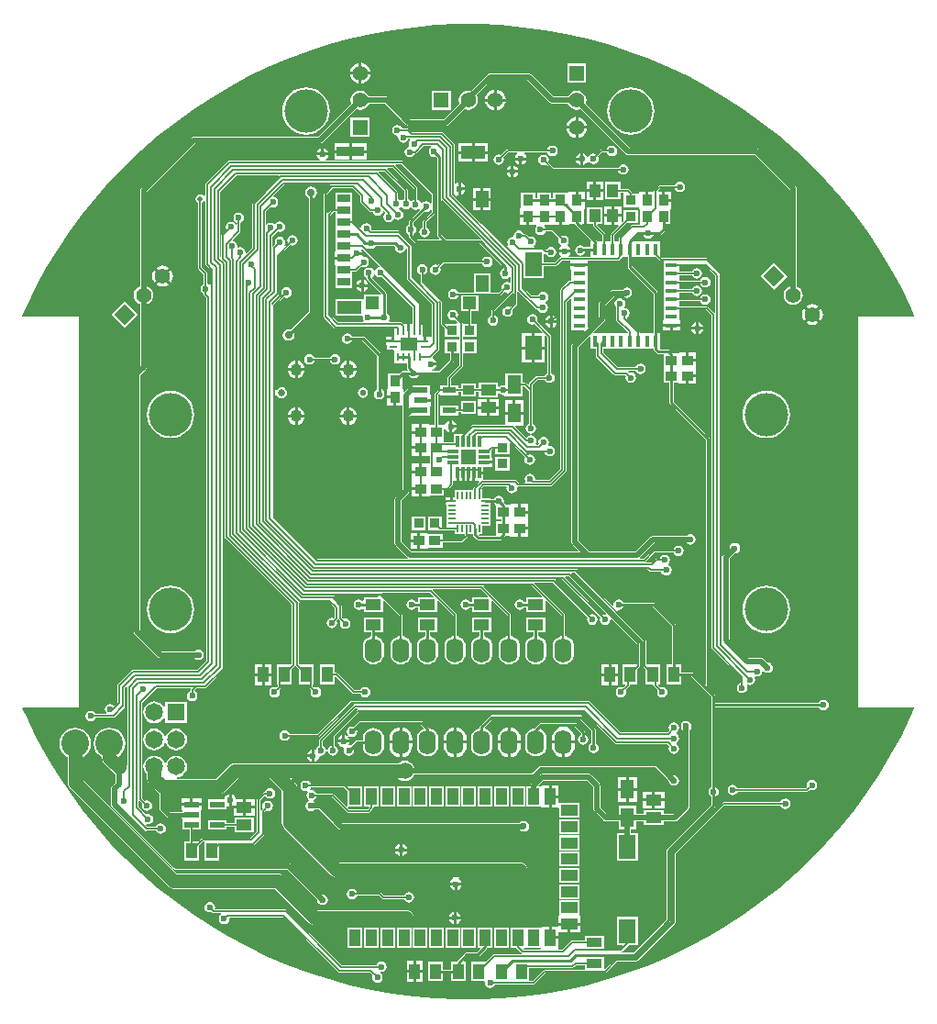
<source format=gbl>
G04*
G04 #@! TF.GenerationSoftware,Altium Limited,Altium Designer,19.1.5 (86)*
G04*
G04 Layer_Physical_Order=2*
G04 Layer_Color=16711680*
%FSLAX25Y25*%
%MOIN*%
G70*
G01*
G75*
%ADD13C,0.00600*%
%ADD15C,0.01000*%
%ADD17C,0.00500*%
%ADD18C,0.00800*%
%ADD29R,0.05512X0.03543*%
%ADD31R,0.03819X0.04095*%
%ADD38R,0.03937X0.03347*%
%ADD39R,0.04095X0.03819*%
%ADD43R,0.05709X0.03937*%
%ADD44R,0.04921X0.07087*%
%ADD45R,0.06299X0.08622*%
%ADD46R,0.05787X0.04016*%
%ADD47R,0.03543X0.03740*%
%ADD48R,0.03740X0.03543*%
%ADD62R,0.03937X0.05709*%
%ADD122C,0.02000*%
%ADD124C,0.05000*%
%ADD125C,0.04331*%
%ADD126C,0.02598*%
%ADD127C,0.02284*%
%ADD128C,0.05543*%
%ADD129R,0.05543X0.05543*%
%ADD130R,0.05543X0.05543*%
%ADD131P,0.07839X4X360.0*%
%ADD132P,0.07839X4X90.0*%
%ADD133R,0.06496X0.06496*%
%ADD134C,0.06496*%
%ADD135C,0.15748*%
%ADD136C,0.01890*%
%ADD137C,0.02362*%
%ADD138C,0.03000*%
%ADD139C,0.06000*%
%ADD140C,0.02756*%
%ADD141C,0.10000*%
%ADD142R,0.00866X0.02520*%
%ADD143R,0.02520X0.00866*%
%ADD144R,0.04882X0.03150*%
%ADD145R,0.09843X0.03740*%
%ADD146R,0.08661X0.04528*%
%ADD147R,0.04921X0.04567*%
%ADD148R,0.04724X0.04567*%
%ADD149R,0.04528X0.05906*%
%ADD150R,0.01181X0.03937*%
%ADD151R,0.03937X0.01181*%
%ADD152R,0.04173X0.04764*%
%ADD153R,0.04331X0.01772*%
%ADD154R,0.01772X0.04331*%
%ADD155R,0.06496X0.04528*%
%ADD156R,0.03071X0.01063*%
%ADD157R,0.01063X0.03071*%
%ADD158R,0.05000X0.02200*%
%ADD159R,0.05200X0.02200*%
%ADD160O,0.06299X0.08858*%
%ADD161R,0.03937X0.05906*%
%ADD162R,0.05906X0.03937*%
%ADD163C,0.01500*%
G36*
X11843Y176813D02*
X19713Y176110D01*
X27543Y175056D01*
X35318Y173654D01*
X43023Y171907D01*
X50643Y169819D01*
X58162Y167393D01*
X65565Y164634D01*
X72838Y161548D01*
X79966Y158141D01*
X86936Y154419D01*
X93732Y150391D01*
X100343Y146063D01*
X106753Y141446D01*
X112952Y136547D01*
X118926Y131377D01*
X124663Y125945D01*
X130153Y120263D01*
X135385Y114342D01*
X140347Y108194D01*
X145030Y101831D01*
X149424Y95266D01*
X153522Y88511D01*
X157315Y81580D01*
X160795Y74487D01*
X162192Y71285D01*
X161918Y70866D01*
X141732D01*
Y-70866D01*
X161918Y-70866D01*
X162192Y-71285D01*
X160795Y-74487D01*
X157315Y-81580D01*
X153522Y-88511D01*
X149424Y-95266D01*
X145030Y-101831D01*
X140347Y-108194D01*
X135385Y-114342D01*
X130153Y-120263D01*
X124663Y-125945D01*
X118926Y-131377D01*
X112952Y-136547D01*
X106753Y-141446D01*
X100343Y-146063D01*
X93732Y-150391D01*
X86936Y-154419D01*
X79966Y-158141D01*
X72838Y-161548D01*
X65565Y-164634D01*
X58162Y-167393D01*
X50643Y-169819D01*
X43023Y-171907D01*
X35318Y-173654D01*
X27543Y-175056D01*
X19713Y-176110D01*
X11843Y-176813D01*
X3950Y-177165D01*
X-3950Y-177165D01*
X-11843Y-176813D01*
X-19713Y-176110D01*
X-27543Y-175056D01*
X-35318Y-173654D01*
X-43023Y-171907D01*
X-50643Y-169819D01*
X-58162Y-167393D01*
X-65565Y-164634D01*
X-72838Y-161548D01*
X-79966Y-158141D01*
X-86936Y-154419D01*
X-93732Y-150391D01*
X-100343Y-146063D01*
X-106753Y-141446D01*
X-112952Y-136547D01*
X-118926Y-131377D01*
X-124663Y-125945D01*
X-130153Y-120263D01*
X-135385Y-114342D01*
X-140347Y-108194D01*
X-145030Y-101831D01*
X-149424Y-95266D01*
X-153522Y-88511D01*
X-157315Y-81580D01*
X-160795Y-74487D01*
X-162192Y-71285D01*
X-161918Y-70866D01*
X-141732D01*
Y70866D01*
X-161918D01*
X-162192Y71285D01*
X-160795Y74487D01*
X-157315Y81580D01*
X-153522Y88511D01*
X-149424Y95266D01*
X-145030Y101831D01*
X-140347Y108194D01*
X-135385Y114342D01*
X-130153Y120263D01*
X-124663Y125945D01*
X-118926Y131377D01*
X-112952Y136547D01*
X-106753Y141446D01*
X-100343Y146063D01*
X-93732Y150391D01*
X-86936Y154419D01*
X-79966Y158141D01*
X-72838Y161548D01*
X-65565Y164634D01*
X-58162Y167393D01*
X-50643Y169819D01*
X-43023Y171907D01*
X-35318Y173654D01*
X-27543Y175056D01*
X-19713Y176110D01*
X-11843Y176813D01*
X-3950Y177165D01*
X3950D01*
X11843Y176813D01*
D02*
G37*
%LPC*%
G36*
X-38870Y163187D02*
Y159949D01*
X-35632D01*
X-35695Y160433D01*
X-36075Y161351D01*
X-36680Y162139D01*
X-37468Y162743D01*
X-38385Y163123D01*
X-38870Y163187D01*
D02*
G37*
G36*
X-39870Y163187D02*
X-40355Y163123D01*
X-41272Y162743D01*
X-42060Y162139D01*
X-42665Y161351D01*
X-43045Y160433D01*
X-43108Y159949D01*
X-39870D01*
Y163187D01*
D02*
G37*
G36*
X42842Y162920D02*
X35898D01*
Y155977D01*
X42842D01*
Y162920D01*
D02*
G37*
G36*
X-39870Y158949D02*
X-43108D01*
X-43045Y158464D01*
X-42665Y157547D01*
X-42060Y156759D01*
X-41272Y156154D01*
X-40355Y155774D01*
X-39870Y155710D01*
Y158949D01*
D02*
G37*
G36*
X-35632D02*
X-38870D01*
Y155710D01*
X-38385Y155774D01*
X-37468Y156154D01*
X-36680Y156759D01*
X-36075Y157547D01*
X-35695Y158464D01*
X-35632Y158949D01*
D02*
G37*
G36*
X10343Y153345D02*
Y150106D01*
X13581D01*
X13517Y150591D01*
X13137Y151508D01*
X12532Y152296D01*
X11745Y152901D01*
X10827Y153281D01*
X10343Y153345D01*
D02*
G37*
G36*
X9342D02*
X8858Y153281D01*
X7940Y152901D01*
X7153Y152296D01*
X6548Y151508D01*
X6168Y150591D01*
X6104Y150106D01*
X9342D01*
Y153345D01*
D02*
G37*
G36*
X-6371Y153078D02*
X-13314D01*
Y146135D01*
X-6371D01*
Y153078D01*
D02*
G37*
G36*
X13581Y149106D02*
X10343D01*
Y145868D01*
X10827Y145932D01*
X11745Y146312D01*
X12532Y146916D01*
X13137Y147704D01*
X13517Y148622D01*
X13581Y149106D01*
D02*
G37*
G36*
X9342D02*
X6104D01*
X6168Y148622D01*
X6548Y147704D01*
X7153Y146916D01*
X7940Y146312D01*
X8858Y145932D01*
X9342Y145868D01*
Y149106D01*
D02*
G37*
G36*
X39870Y143502D02*
Y140264D01*
X43108D01*
X43045Y140748D01*
X42665Y141666D01*
X42060Y142454D01*
X41272Y143058D01*
X40355Y143438D01*
X39870Y143502D01*
D02*
G37*
G36*
X38870Y143502D02*
X38385Y143438D01*
X37468Y143058D01*
X36680Y142454D01*
X36075Y141666D01*
X35695Y140748D01*
X35632Y140264D01*
X38870D01*
Y143502D01*
D02*
G37*
G36*
X59055Y154285D02*
X57374Y154119D01*
X55758Y153629D01*
X54269Y152833D01*
X52963Y151761D01*
X51892Y150456D01*
X51095Y148966D01*
X50605Y147350D01*
X50440Y145669D01*
X50605Y143989D01*
X51095Y142372D01*
X51892Y140883D01*
X52963Y139577D01*
X54269Y138506D01*
X55758Y137710D01*
X57374Y137219D01*
X59055Y137054D01*
X60736Y137219D01*
X62352Y137710D01*
X63842Y138506D01*
X65147Y139577D01*
X66219Y140883D01*
X67015Y142372D01*
X67505Y143989D01*
X67671Y145669D01*
X67505Y147350D01*
X67015Y148966D01*
X66219Y150456D01*
X65147Y151761D01*
X63842Y152833D01*
X62352Y153629D01*
X60736Y154119D01*
X59055Y154285D01*
D02*
G37*
G36*
X-59055D02*
X-60736Y154119D01*
X-62352Y153629D01*
X-63842Y152833D01*
X-65147Y151761D01*
X-66219Y150456D01*
X-67015Y148966D01*
X-67505Y147350D01*
X-67671Y145669D01*
X-67505Y143989D01*
X-67015Y142372D01*
X-66219Y140883D01*
X-65147Y139577D01*
X-63842Y138506D01*
X-62352Y137710D01*
X-60736Y137219D01*
X-59055Y137054D01*
X-57374Y137219D01*
X-55758Y137710D01*
X-54269Y138506D01*
X-52963Y139577D01*
X-51892Y140883D01*
X-51095Y142372D01*
X-50605Y143989D01*
X-50440Y145669D01*
X-50605Y147350D01*
X-51095Y148966D01*
X-51892Y150456D01*
X-52963Y151761D01*
X-54269Y152833D01*
X-55758Y153629D01*
X-57374Y154119D01*
X-59055Y154285D01*
D02*
G37*
G36*
X-35898Y143235D02*
X-42842D01*
Y136292D01*
X-35898D01*
Y143235D01*
D02*
G37*
G36*
X43108Y139264D02*
X39870D01*
Y136025D01*
X40355Y136089D01*
X41272Y136469D01*
X42060Y137074D01*
X42665Y137862D01*
X43045Y138779D01*
X43108Y139264D01*
D02*
G37*
G36*
X38870D02*
X35632D01*
X35695Y138779D01*
X36075Y137862D01*
X36680Y137074D01*
X37468Y136469D01*
X38385Y136089D01*
X38870Y136025D01*
Y139264D01*
D02*
G37*
G36*
X52157Y133068D02*
X51424Y132922D01*
X50801Y132506D01*
X50385Y131884D01*
X50347Y131691D01*
X48406D01*
X48406Y131691D01*
X48023Y131532D01*
X46417Y129927D01*
X46254Y130036D01*
X45520Y130182D01*
X44786Y130036D01*
X44164Y129620D01*
X43769Y129029D01*
X43622Y129011D01*
X43337Y129042D01*
X43250Y129058D01*
X42772Y129772D01*
X42051Y130254D01*
X41700Y130324D01*
Y128200D01*
Y126076D01*
X42051Y126146D01*
X42772Y126628D01*
X43255Y127349D01*
X43268Y127416D01*
X43544Y127482D01*
X43788Y127469D01*
X44164Y126908D01*
X44786Y126492D01*
X45520Y126346D01*
X46254Y126492D01*
X46876Y126908D01*
X47292Y127530D01*
X47438Y128264D01*
X47292Y128998D01*
X47182Y129161D01*
X48630Y130608D01*
X50347D01*
X50385Y130416D01*
X50801Y129793D01*
X51424Y129378D01*
X52157Y129232D01*
X52891Y129378D01*
X53514Y129793D01*
X53929Y130416D01*
X54075Y131150D01*
X53929Y131884D01*
X53514Y132506D01*
X52891Y132922D01*
X52157Y133068D01*
D02*
G37*
G36*
X-36886Y133839D02*
X-42307D01*
Y131468D01*
X-36886D01*
Y133839D01*
D02*
G37*
G36*
X-43307D02*
X-48728D01*
Y131468D01*
X-43307D01*
Y133839D01*
D02*
G37*
G36*
X7130D02*
X2299D01*
Y131075D01*
X7130D01*
Y133839D01*
D02*
G37*
G36*
X1299D02*
X-3531D01*
Y131075D01*
X1299D01*
Y133839D01*
D02*
G37*
G36*
X-52559Y132105D02*
Y130480D01*
X-50935D01*
X-51004Y130831D01*
X-51487Y131553D01*
X-52208Y132035D01*
X-52559Y132105D01*
D02*
G37*
G36*
X-53559D02*
X-53910Y132035D01*
X-54632Y131553D01*
X-55114Y130831D01*
X-55183Y130480D01*
X-53559D01*
Y132105D01*
D02*
G37*
G36*
X30550Y133068D02*
X29816Y132922D01*
X29194Y132506D01*
X28778Y131884D01*
X28740Y131691D01*
X14200D01*
X13817Y131533D01*
X13817Y131533D01*
X11947Y129663D01*
X11784Y129772D01*
X11050Y129918D01*
X10316Y129772D01*
X9694Y129356D01*
X9278Y128734D01*
X9132Y128000D01*
X9278Y127266D01*
X9694Y126644D01*
X10316Y126228D01*
X11050Y126082D01*
X11784Y126228D01*
X12406Y126644D01*
X12822Y127266D01*
X12968Y128000D01*
X12822Y128734D01*
X12713Y128897D01*
X14424Y130609D01*
X17629D01*
X17781Y130109D01*
X17427Y129873D01*
X16945Y129151D01*
X16876Y128800D01*
X21124D01*
X21055Y129151D01*
X20572Y129873D01*
X20219Y130109D01*
X20370Y130609D01*
X28740D01*
X28778Y130416D01*
X29194Y129794D01*
X29816Y129378D01*
X30550Y129232D01*
X31284Y129378D01*
X31906Y129794D01*
X32322Y130416D01*
X32468Y131150D01*
X32322Y131884D01*
X31906Y132506D01*
X31284Y132922D01*
X30550Y133068D01*
D02*
G37*
G36*
X40700Y130324D02*
X40349Y130254D01*
X39628Y129772D01*
X39145Y129051D01*
X39076Y128700D01*
X40700D01*
Y130324D01*
D02*
G37*
G36*
X-36886Y130468D02*
X-42307D01*
Y128098D01*
X-36886D01*
Y130468D01*
D02*
G37*
G36*
X-43307D02*
X-48728D01*
Y128098D01*
X-43307D01*
Y130468D01*
D02*
G37*
G36*
X7130Y130075D02*
X2299D01*
Y127311D01*
X7130D01*
Y130075D01*
D02*
G37*
G36*
X1299D02*
X-3531D01*
Y127311D01*
X1299D01*
Y130075D01*
D02*
G37*
G36*
X21124Y127800D02*
X19500D01*
Y126176D01*
X19851Y126245D01*
X20572Y126727D01*
X21055Y127449D01*
X21124Y127800D01*
D02*
G37*
G36*
X18500D02*
X16876D01*
X16945Y127449D01*
X17427Y126727D01*
X18149Y126245D01*
X18500Y126176D01*
Y127800D01*
D02*
G37*
G36*
X40700Y127700D02*
X39076D01*
X39145Y127349D01*
X39628Y126628D01*
X40349Y126146D01*
X40700Y126076D01*
Y127700D01*
D02*
G37*
G36*
X16500Y125774D02*
Y124150D01*
X18124D01*
X18055Y124501D01*
X17572Y125223D01*
X16851Y125705D01*
X16500Y125774D01*
D02*
G37*
G36*
X15500D02*
X15149Y125705D01*
X14427Y125223D01*
X13945Y124501D01*
X13876Y124150D01*
X15500D01*
Y125774D01*
D02*
G37*
G36*
X27300Y129768D02*
X26566Y129622D01*
X25944Y129206D01*
X25528Y128584D01*
X25382Y127850D01*
X25528Y127116D01*
X25944Y126494D01*
X26566Y126078D01*
X27300Y125932D01*
X28034Y126078D01*
X28197Y126187D01*
X30367Y124017D01*
X30367Y124017D01*
X30750Y123859D01*
X30750Y123859D01*
X54490D01*
X54528Y123666D01*
X54944Y123044D01*
X55566Y122628D01*
X56300Y122482D01*
X57034Y122628D01*
X57656Y123044D01*
X58072Y123666D01*
X58218Y124400D01*
X58072Y125134D01*
X57656Y125756D01*
X57034Y126172D01*
X56300Y126318D01*
X55566Y126172D01*
X54944Y125756D01*
X54528Y125134D01*
X54490Y124941D01*
X30974D01*
X28963Y126953D01*
X29072Y127116D01*
X29218Y127850D01*
X29072Y128584D01*
X28656Y129206D01*
X28034Y129622D01*
X27300Y129768D01*
D02*
G37*
G36*
X18124Y123150D02*
X16500D01*
Y121526D01*
X16851Y121596D01*
X17572Y122078D01*
X18055Y122799D01*
X18124Y123150D01*
D02*
G37*
G36*
X15500D02*
X13876D01*
X13945Y122799D01*
X14427Y122078D01*
X15149Y121596D01*
X15500Y121526D01*
Y123150D01*
D02*
G37*
G36*
X-2800Y119546D02*
Y117921D01*
X-1176D01*
X-1245Y118272D01*
X-1727Y118994D01*
X-2449Y119476D01*
X-2800Y119546D01*
D02*
G37*
G36*
X49051Y120114D02*
X46465D01*
Y117232D01*
X49051D01*
Y120114D01*
D02*
G37*
G36*
X45465D02*
X42878D01*
Y117232D01*
X45465D01*
Y120114D01*
D02*
G37*
G36*
X-1176Y116921D02*
X-2800D01*
Y115297D01*
X-2449Y115367D01*
X-1727Y115849D01*
X-1245Y116570D01*
X-1176Y116921D01*
D02*
G37*
G36*
X8193Y117579D02*
X5429D01*
Y114126D01*
X8193D01*
Y117579D01*
D02*
G37*
G36*
X4429D02*
X1665D01*
Y114126D01*
X4429D01*
Y117579D01*
D02*
G37*
G36*
X73776Y116197D02*
X71366D01*
Y113650D01*
X73776D01*
Y116197D01*
D02*
G37*
G36*
X42279D02*
X39870D01*
Y113650D01*
X42279D01*
Y116197D01*
D02*
G37*
G36*
X49051Y116232D02*
X46465D01*
Y113350D01*
X49051D01*
Y116232D01*
D02*
G37*
G36*
X45465D02*
X42878D01*
Y113350D01*
X45465D01*
Y116232D01*
D02*
G37*
G36*
X8193Y113126D02*
X5429D01*
Y109673D01*
X8193D01*
Y113126D01*
D02*
G37*
G36*
X4429D02*
X1665D01*
Y109673D01*
X4429D01*
Y113126D01*
D02*
G37*
G36*
X55547Y111059D02*
X52961D01*
Y108177D01*
X55547D01*
Y111059D01*
D02*
G37*
G36*
X51961D02*
X49374D01*
Y108177D01*
X51961D01*
Y111059D01*
D02*
G37*
G36*
Y107177D02*
X49374D01*
Y104295D01*
X51961D01*
Y107177D01*
D02*
G37*
G36*
X21154Y106823D02*
X18744D01*
Y104276D01*
X21154D01*
Y106823D01*
D02*
G37*
G36*
X-25819Y140615D02*
X-26553Y140469D01*
X-27175Y140053D01*
X-27591Y139431D01*
X-27737Y138697D01*
X-27591Y137963D01*
X-27175Y137341D01*
X-26553Y136925D01*
X-25819Y136779D01*
X-25518Y136329D01*
X-25579Y136020D01*
X-25433Y135286D01*
X-25018Y134663D01*
X-24395Y134248D01*
X-23661Y134102D01*
X-22927Y134248D01*
X-22305Y134663D01*
X-21890Y135286D01*
X-21825Y135609D01*
X-21329D01*
X-21192Y135331D01*
X-21138Y135109D01*
X-21522Y134534D01*
X-21668Y133800D01*
X-21522Y133066D01*
X-21792Y132570D01*
X-22002Y132528D01*
X-22624Y132112D01*
X-23040Y131490D01*
X-23186Y130756D01*
X-23040Y130022D01*
X-22624Y129400D01*
X-22002Y128984D01*
X-21268Y128838D01*
X-20534Y128984D01*
X-19911Y129400D01*
X-19496Y130022D01*
X-19444Y130215D01*
X-19061Y130373D01*
X-16376Y133059D01*
X-13605D01*
X-13453Y132559D01*
X-13906Y132256D01*
X-14322Y131634D01*
X-14468Y130900D01*
X-14322Y130166D01*
X-13906Y129544D01*
X-13284Y129128D01*
X-12550Y128982D01*
X-11816Y129128D01*
X-11799Y129139D01*
X-11278Y128619D01*
Y100465D01*
X-11224Y100191D01*
X-11069Y99960D01*
X-10485Y99376D01*
X-10676Y98914D01*
X-18554D01*
X-19934Y100293D01*
X-19877Y100888D01*
X-19494Y101144D01*
X-19078Y101766D01*
X-18932Y102500D01*
X-19078Y103234D01*
X-19494Y103856D01*
X-20116Y104272D01*
X-20136Y104276D01*
Y105204D01*
X-16201Y109140D01*
X-16184Y109128D01*
X-15450Y108982D01*
X-14716Y109128D01*
X-14094Y109544D01*
X-13949Y109760D01*
X-13449Y109608D01*
Y109005D01*
X-16445Y106009D01*
X-16636Y105550D01*
Y103383D01*
X-16720Y103366D01*
X-17342Y102951D01*
X-17758Y102329D01*
X-17904Y101594D01*
X-17758Y100861D01*
X-17342Y100238D01*
X-16720Y99822D01*
X-15986Y99677D01*
X-15252Y99822D01*
X-14630Y100238D01*
X-14214Y100861D01*
X-14068Y101594D01*
X-14214Y102329D01*
X-14630Y102951D01*
X-15252Y103366D01*
X-15337Y103383D01*
Y105281D01*
X-12341Y108277D01*
X-12151Y108736D01*
Y115611D01*
X-12341Y116070D01*
X-23638Y127368D01*
X-24098Y127558D01*
X-51858D01*
X-52010Y128058D01*
X-51487Y128408D01*
X-51004Y129129D01*
X-50935Y129480D01*
X-55183D01*
X-55114Y129129D01*
X-54632Y128408D01*
X-54108Y128058D01*
X-54260Y127558D01*
X-87040D01*
X-87499Y127368D01*
X-95499Y119368D01*
X-95690Y118909D01*
Y114826D01*
X-96190Y114675D01*
X-96364Y114936D01*
X-96908Y115299D01*
X-97550Y115427D01*
X-98192Y115299D01*
X-98736Y114936D01*
X-99099Y114392D01*
X-99227Y113750D01*
X-99099Y113108D01*
X-98736Y112564D01*
X-98199Y112206D01*
Y88550D01*
X-98009Y88091D01*
X-96201Y86282D01*
Y82883D01*
X-96285Y82866D01*
X-96907Y82451D01*
X-97323Y81828D01*
X-97469Y81094D01*
X-97323Y80361D01*
X-96907Y79738D01*
X-96285Y79322D01*
X-96201Y79306D01*
Y79027D01*
X-96010Y78568D01*
X-95311Y77869D01*
Y-54172D01*
X-98419Y-57280D01*
X-121961D01*
X-122420Y-57470D01*
X-127424Y-62474D01*
X-127614Y-62933D01*
Y-69223D01*
X-128748Y-70357D01*
X-128998Y-70333D01*
X-129620Y-69917D01*
X-130354Y-69771D01*
X-131088Y-69917D01*
X-131711Y-70333D01*
X-132126Y-70955D01*
X-132272Y-71689D01*
X-132126Y-72423D01*
X-131748Y-72988D01*
X-131814Y-73238D01*
X-131947Y-73488D01*
X-135499D01*
X-135515Y-73404D01*
X-135931Y-72782D01*
X-136553Y-72366D01*
X-137287Y-72220D01*
X-138021Y-72366D01*
X-138644Y-72782D01*
X-139059Y-73404D01*
X-139205Y-74138D01*
X-139059Y-74872D01*
X-138644Y-75494D01*
X-138021Y-75910D01*
X-137287Y-76056D01*
X-136553Y-75910D01*
X-135931Y-75494D01*
X-135515Y-74872D01*
X-135499Y-74787D01*
X-129122D01*
X-128663Y-74597D01*
X-125029Y-70963D01*
X-124839Y-70504D01*
Y-63852D01*
X-124453Y-63466D01*
X-124210Y-63553D01*
X-123991Y-63711D01*
Y-92058D01*
X-124488Y-92118D01*
X-124760Y-91461D01*
X-125192Y-90897D01*
X-127009Y-89080D01*
X-126977Y-88581D01*
X-126435Y-88165D01*
X-125521Y-86975D01*
X-124947Y-85588D01*
X-124751Y-84100D01*
X-124947Y-82612D01*
X-125521Y-81225D01*
X-126435Y-80035D01*
X-127625Y-79121D01*
X-129012Y-78547D01*
X-130500Y-78351D01*
X-131988Y-78547D01*
X-133375Y-79121D01*
X-134565Y-80035D01*
X-135479Y-81225D01*
X-136053Y-82612D01*
X-136249Y-84100D01*
X-136053Y-85588D01*
X-135479Y-86975D01*
X-134565Y-88165D01*
X-133375Y-89079D01*
X-133223Y-89142D01*
Y-89441D01*
X-133131Y-90146D01*
X-132858Y-90803D01*
X-132426Y-91367D01*
X-129044Y-94749D01*
X-128480Y-95181D01*
X-128342Y-95239D01*
Y-98356D01*
X-129633Y-99647D01*
X-129898Y-100044D01*
X-129991Y-100513D01*
Y-106282D01*
X-129898Y-106751D01*
X-129633Y-107147D01*
X-107165Y-129615D01*
X-106768Y-129880D01*
X-106300Y-129973D01*
X-65710D01*
X-54926Y-140757D01*
X-54957Y-140913D01*
X-54811Y-141647D01*
X-54396Y-142270D01*
X-53773Y-142685D01*
X-53039Y-142831D01*
X-52305Y-142685D01*
X-51683Y-142270D01*
X-51267Y-141647D01*
X-51121Y-140913D01*
X-51267Y-140179D01*
X-51683Y-139557D01*
X-52305Y-139141D01*
X-53039Y-138995D01*
X-53196Y-139027D01*
X-64338Y-127885D01*
X-64735Y-127620D01*
X-65203Y-127526D01*
X-105793D01*
X-117158Y-116161D01*
X-117146Y-116107D01*
X-116913Y-115699D01*
X-113689D01*
X-113672Y-115784D01*
X-113256Y-116406D01*
X-112634Y-116822D01*
X-111900Y-116968D01*
X-111166Y-116822D01*
X-110544Y-116406D01*
X-110128Y-115784D01*
X-109982Y-115050D01*
X-110128Y-114316D01*
X-110544Y-113694D01*
X-111166Y-113278D01*
X-111900Y-113132D01*
X-112634Y-113278D01*
X-113256Y-113694D01*
X-113672Y-114316D01*
X-113689Y-114401D01*
X-116781D01*
X-117366Y-113815D01*
X-117120Y-113355D01*
X-116550Y-113468D01*
X-115816Y-113322D01*
X-115194Y-112906D01*
X-114778Y-112284D01*
X-114632Y-111550D01*
X-114778Y-110816D01*
X-115194Y-110194D01*
X-115816Y-109778D01*
X-116550Y-109632D01*
X-117284Y-109778D01*
X-117356Y-109826D01*
X-119951Y-107231D01*
Y-105069D01*
X-119451Y-104862D01*
X-118545Y-105768D01*
X-118654Y-105931D01*
X-118800Y-106665D01*
X-118654Y-107399D01*
X-118238Y-108022D01*
X-117616Y-108437D01*
X-116882Y-108583D01*
X-116148Y-108437D01*
X-115526Y-108022D01*
X-115110Y-107399D01*
X-114964Y-106665D01*
X-115110Y-105931D01*
X-115526Y-105309D01*
X-116148Y-104893D01*
X-116882Y-104747D01*
X-117616Y-104893D01*
X-117779Y-105003D01*
X-118709Y-104073D01*
Y-69199D01*
X-113461Y-63951D01*
X-101042D01*
X-100839Y-64451D01*
X-100962Y-64748D01*
X-101155Y-65065D01*
X-101778Y-65480D01*
X-102193Y-66103D01*
X-102339Y-66837D01*
X-102193Y-67571D01*
X-101778Y-68193D01*
X-101155Y-68609D01*
X-100421Y-68755D01*
X-99687Y-68609D01*
X-99065Y-68193D01*
X-98649Y-67571D01*
X-98503Y-66837D01*
X-98649Y-66103D01*
X-99065Y-65480D01*
X-99434Y-65234D01*
X-99531Y-64633D01*
X-99525Y-64617D01*
X-98858Y-63951D01*
X-95555D01*
X-95555Y-63951D01*
X-95172Y-63792D01*
X-88720Y-57339D01*
X-88720Y-57339D01*
X-88561Y-56957D01*
Y-9857D01*
X-88061Y-9650D01*
X-64179Y-33532D01*
Y-55116D01*
X-64457Y-55501D01*
X-69794D01*
Y-62609D01*
X-69336D01*
Y-63409D01*
X-69698Y-63683D01*
X-69775Y-63725D01*
X-70492Y-63582D01*
X-71226Y-63728D01*
X-71848Y-64144D01*
X-72264Y-64766D01*
X-72410Y-65500D01*
X-72264Y-66234D01*
X-71848Y-66856D01*
X-71226Y-67272D01*
X-70492Y-67418D01*
X-69758Y-67272D01*
X-69136Y-66856D01*
X-68720Y-66234D01*
X-68574Y-65500D01*
X-68720Y-64766D01*
X-68829Y-64603D01*
X-68412Y-64185D01*
X-68412Y-64185D01*
X-68253Y-63802D01*
Y-62609D01*
X-64457D01*
Y-57152D01*
X-63255Y-55950D01*
X-63244Y-55923D01*
X-62703Y-55923D01*
X-62666Y-56013D01*
X-61527Y-57152D01*
Y-62609D01*
X-57731D01*
Y-63802D01*
X-57731Y-63802D01*
X-57573Y-64185D01*
X-57155Y-64603D01*
X-57264Y-64766D01*
X-57410Y-65500D01*
X-57264Y-66234D01*
X-56848Y-66856D01*
X-56226Y-67272D01*
X-55492Y-67418D01*
X-54758Y-67272D01*
X-54136Y-66856D01*
X-53720Y-66234D01*
X-53574Y-65500D01*
X-53720Y-64766D01*
X-54136Y-64144D01*
X-54758Y-63728D01*
X-55492Y-63582D01*
X-56209Y-63725D01*
X-56287Y-63682D01*
X-56649Y-63409D01*
Y-62609D01*
X-56190D01*
Y-55501D01*
X-61527D01*
X-61742Y-55090D01*
Y-33182D01*
X-61726Y-33149D01*
X-61330Y-32847D01*
X-61280Y-32832D01*
X-61246Y-32847D01*
X-61246Y-32847D01*
X-50741D01*
X-48561Y-35027D01*
Y-38264D01*
X-48651Y-38366D01*
X-49047Y-38611D01*
X-49630Y-38495D01*
X-50364Y-38641D01*
X-50986Y-39057D01*
X-51402Y-39679D01*
X-51548Y-40413D01*
X-51402Y-41147D01*
X-50986Y-41770D01*
X-50364Y-42185D01*
X-49630Y-42331D01*
X-48896Y-42185D01*
X-48274Y-41770D01*
X-47858Y-41147D01*
X-47712Y-40413D01*
X-47858Y-39679D01*
X-47967Y-39516D01*
X-47637Y-39186D01*
X-47637Y-39186D01*
X-47555Y-38987D01*
X-47017Y-38979D01*
X-46946Y-39150D01*
X-46434Y-39662D01*
X-46544Y-39825D01*
X-46690Y-40559D01*
X-46544Y-41293D01*
X-46128Y-41915D01*
X-45506Y-42331D01*
X-44772Y-42477D01*
X-44038Y-42331D01*
X-43415Y-41915D01*
X-43000Y-41293D01*
X-42854Y-40559D01*
X-43000Y-39825D01*
X-43415Y-39203D01*
X-44038Y-38787D01*
X-44772Y-38641D01*
X-45506Y-38787D01*
X-45669Y-38896D01*
X-46022Y-38543D01*
Y-33984D01*
X-46180Y-33602D01*
X-46180Y-33601D01*
X-48844Y-30938D01*
X-48637Y-30438D01*
X-32752D01*
X-32715Y-30493D01*
X-32982Y-30993D01*
X-38082D01*
Y-32040D01*
X-38287Y-32168D01*
X-38582Y-32254D01*
X-39128Y-31890D01*
X-39862Y-31743D01*
X-40596Y-31890D01*
X-41218Y-32305D01*
X-41634Y-32927D01*
X-41780Y-33661D01*
X-41634Y-34395D01*
X-41218Y-35018D01*
X-40596Y-35433D01*
X-39862Y-35579D01*
X-39128Y-35433D01*
X-38582Y-35068D01*
X-38287Y-35154D01*
X-38082Y-35283D01*
Y-36330D01*
X-30973D01*
Y-32460D01*
X-30511Y-32269D01*
X-25069Y-37711D01*
Y-45106D01*
X-25532Y-45167D01*
X-26469Y-45555D01*
X-27273Y-46172D01*
X-27890Y-46976D01*
X-28278Y-47912D01*
X-28410Y-48917D01*
Y-51476D01*
X-28278Y-52481D01*
X-27890Y-53418D01*
X-27273Y-54222D01*
X-26469Y-54839D01*
X-25532Y-55227D01*
X-24528Y-55359D01*
X-23523Y-55227D01*
X-22586Y-54839D01*
X-21782Y-54222D01*
X-21165Y-53418D01*
X-20777Y-52481D01*
X-20645Y-51476D01*
Y-48917D01*
X-20777Y-47912D01*
X-21165Y-46976D01*
X-21782Y-46172D01*
X-22586Y-45555D01*
X-23523Y-45167D01*
X-23986Y-45106D01*
Y-37487D01*
X-23986Y-37487D01*
X-24145Y-37104D01*
X-31511Y-29738D01*
X-31304Y-29238D01*
X-13857D01*
X-12564Y-30531D01*
X-12755Y-30993D01*
X-18397D01*
Y-32766D01*
X-18555Y-32823D01*
X-18897Y-32849D01*
X-19261Y-32305D01*
X-19883Y-31890D01*
X-20617Y-31743D01*
X-21351Y-31890D01*
X-21973Y-32305D01*
X-22389Y-32927D01*
X-22535Y-33661D01*
X-22389Y-34395D01*
X-21973Y-35018D01*
X-21351Y-35433D01*
X-20617Y-35579D01*
X-19883Y-35433D01*
X-19261Y-35018D01*
X-18897Y-34473D01*
X-18555Y-34499D01*
X-18397Y-34557D01*
Y-36330D01*
X-11288D01*
Y-32460D01*
X-10826Y-32269D01*
X-5384Y-37711D01*
Y-45106D01*
X-5847Y-45167D01*
X-6784Y-45555D01*
X-7588Y-46172D01*
X-8205Y-46976D01*
X-8593Y-47912D01*
X-8725Y-48917D01*
Y-51476D01*
X-8593Y-52481D01*
X-8205Y-53418D01*
X-7588Y-54222D01*
X-6784Y-54839D01*
X-5847Y-55227D01*
X-4843Y-55359D01*
X-3838Y-55227D01*
X-2901Y-54839D01*
X-2097Y-54222D01*
X-1480Y-53418D01*
X-1092Y-52481D01*
X-960Y-51476D01*
Y-48917D01*
X-1092Y-47912D01*
X-1480Y-46976D01*
X-2097Y-46172D01*
X-2901Y-45555D01*
X-3838Y-45167D01*
X-4301Y-45106D01*
Y-37487D01*
X-4301Y-37487D01*
X-4460Y-37104D01*
X-4460Y-37104D01*
X-13026Y-28538D01*
X-12819Y-28038D01*
X4628D01*
X7121Y-30531D01*
X6930Y-30993D01*
X1288D01*
Y-32769D01*
X1111Y-32831D01*
X788Y-32852D01*
X423Y-32305D01*
X-199Y-31890D01*
X-933Y-31743D01*
X-1667Y-31890D01*
X-2290Y-32305D01*
X-2705Y-32927D01*
X-2851Y-33661D01*
X-2705Y-34395D01*
X-2290Y-35018D01*
X-1667Y-35433D01*
X-933Y-35579D01*
X-199Y-35433D01*
X423Y-35018D01*
X788Y-34471D01*
X1111Y-34492D01*
X1288Y-34554D01*
Y-36330D01*
X8397D01*
Y-32460D01*
X8859Y-32269D01*
X14301Y-37711D01*
Y-45106D01*
X13838Y-45167D01*
X12901Y-45555D01*
X12097Y-46172D01*
X11480Y-46976D01*
X11092Y-47912D01*
X10960Y-48917D01*
Y-51476D01*
X11092Y-52481D01*
X11480Y-53418D01*
X12097Y-54222D01*
X12901Y-54839D01*
X13838Y-55227D01*
X14842Y-55359D01*
X15847Y-55227D01*
X16784Y-54839D01*
X17588Y-54222D01*
X18205Y-53418D01*
X18593Y-52481D01*
X18725Y-51476D01*
Y-48917D01*
X18593Y-47912D01*
X18205Y-46976D01*
X17588Y-46172D01*
X16784Y-45555D01*
X15847Y-45167D01*
X15384Y-45106D01*
Y-37487D01*
X15225Y-37104D01*
X15225Y-37104D01*
X5459Y-27338D01*
X5666Y-26838D01*
X23113D01*
X26806Y-30531D01*
X26615Y-30993D01*
X20973D01*
Y-32771D01*
X20779Y-32838D01*
X20473Y-32855D01*
X20106Y-32305D01*
X19484Y-31890D01*
X18750Y-31743D01*
X18016Y-31890D01*
X17394Y-32305D01*
X16978Y-32927D01*
X16832Y-33661D01*
X16978Y-34395D01*
X17394Y-35018D01*
X18016Y-35433D01*
X18750Y-35579D01*
X19484Y-35433D01*
X20106Y-35018D01*
X20473Y-34468D01*
X20779Y-34484D01*
X20973Y-34551D01*
Y-36330D01*
X28082D01*
Y-32460D01*
X28544Y-32269D01*
X33986Y-37711D01*
Y-45106D01*
X33523Y-45167D01*
X32586Y-45555D01*
X31782Y-46172D01*
X31165Y-46976D01*
X30777Y-47912D01*
X30645Y-48917D01*
Y-51476D01*
X30777Y-52481D01*
X31165Y-53418D01*
X31782Y-54222D01*
X32586Y-54839D01*
X33523Y-55227D01*
X34528Y-55359D01*
X35533Y-55227D01*
X36469Y-54839D01*
X37273Y-54222D01*
X37890Y-53418D01*
X38278Y-52481D01*
X38410Y-51476D01*
Y-48917D01*
X38278Y-47912D01*
X37890Y-46976D01*
X37273Y-46172D01*
X36469Y-45555D01*
X35533Y-45167D01*
X35069Y-45106D01*
Y-37487D01*
X35069Y-37487D01*
X34910Y-37104D01*
X23944Y-26138D01*
X24151Y-25638D01*
X30787D01*
X43353Y-38205D01*
X43244Y-38368D01*
X43098Y-39102D01*
X43244Y-39836D01*
X43660Y-40458D01*
X44282Y-40874D01*
X45016Y-41020D01*
X45750Y-40874D01*
X46372Y-40458D01*
X46788Y-39836D01*
X46934Y-39102D01*
X46788Y-38368D01*
X46372Y-37746D01*
X45750Y-37330D01*
X45016Y-37184D01*
X44282Y-37330D01*
X44118Y-37439D01*
X31617Y-24938D01*
X31824Y-24438D01*
X34185D01*
X48026Y-38280D01*
X47917Y-38443D01*
X47771Y-39177D01*
X47917Y-39911D01*
X48333Y-40533D01*
X48955Y-40949D01*
X49689Y-41095D01*
X50423Y-40949D01*
X51045Y-40533D01*
X51461Y-39911D01*
X51607Y-39177D01*
X51570Y-38993D01*
X52031Y-38746D01*
X61259Y-47974D01*
Y-55501D01*
X56190D01*
Y-62609D01*
X56910D01*
X57117Y-63109D01*
X56390Y-63837D01*
X56226Y-63728D01*
X55492Y-63582D01*
X54758Y-63728D01*
X54136Y-64144D01*
X53720Y-64766D01*
X53574Y-65500D01*
X53720Y-66234D01*
X54136Y-66856D01*
X54758Y-67272D01*
X55492Y-67418D01*
X56226Y-67272D01*
X56848Y-66856D01*
X57264Y-66234D01*
X57410Y-65500D01*
X57264Y-64766D01*
X57155Y-64603D01*
X58407Y-63351D01*
X58407Y-63351D01*
X58565Y-62968D01*
Y-62609D01*
X61527D01*
Y-57152D01*
X62183Y-56496D01*
X62183Y-56496D01*
X62341Y-56113D01*
Y-47750D01*
X62183Y-47367D01*
X62183Y-47367D01*
X37353Y-22538D01*
X37560Y-22038D01*
X38673D01*
X63559Y-46924D01*
Y-56029D01*
X63559Y-56029D01*
X63717Y-56412D01*
X64457Y-57152D01*
Y-62609D01*
X67124D01*
X67419Y-62968D01*
X67577Y-63351D01*
X68829Y-64603D01*
X68720Y-64766D01*
X68574Y-65500D01*
X68720Y-66234D01*
X69136Y-66856D01*
X69758Y-67272D01*
X70492Y-67418D01*
X71226Y-67272D01*
X71848Y-66856D01*
X72264Y-66234D01*
X72410Y-65500D01*
X72264Y-64766D01*
X71848Y-64144D01*
X71226Y-63728D01*
X70492Y-63582D01*
X69758Y-63728D01*
X69595Y-63837D01*
X68867Y-63109D01*
X69074Y-62609D01*
X69794D01*
Y-55501D01*
X64641D01*
Y-46700D01*
X64641Y-46700D01*
X64483Y-46317D01*
X64483Y-46317D01*
X54162Y-35997D01*
X54409Y-35536D01*
X54626Y-35579D01*
X55360Y-35433D01*
X55982Y-35018D01*
X56398Y-34395D01*
X56402Y-34375D01*
X66966D01*
X73893Y-41302D01*
Y-55501D01*
X71938D01*
Y-62609D01*
X77275D01*
Y-59769D01*
X81141D01*
X86595Y-65223D01*
X88401Y-67028D01*
Y-70150D01*
Y-99860D01*
X88380Y-99864D01*
X87758Y-100280D01*
X87342Y-100902D01*
X87196Y-101636D01*
X87342Y-102370D01*
X87758Y-102992D01*
X88380Y-103408D01*
X88401Y-103412D01*
Y-106390D01*
X72195Y-122595D01*
X72041Y-122827D01*
X71986Y-123100D01*
Y-148104D01*
X59904Y-160186D01*
X55917D01*
X55818Y-159686D01*
X55928Y-159641D01*
X58262Y-157306D01*
X58301Y-157213D01*
X61653D01*
Y-147191D01*
X53953D01*
Y-157213D01*
X55865D01*
X56056Y-157675D01*
X55199Y-158532D01*
X49306D01*
Y-153938D01*
X42394D01*
Y-155760D01*
X37590D01*
X37131Y-155951D01*
X34131Y-158951D01*
X33021D01*
X32673Y-158595D01*
X32673Y-158450D01*
Y-155142D01*
X29705D01*
Y-154642D01*
X29205D01*
Y-150689D01*
X26736Y-150689D01*
X26360Y-150989D01*
X26236Y-150989D01*
X21131D01*
Y-158294D01*
X26330Y-158294D01*
X26449Y-158428D01*
X26452Y-158480D01*
X26008Y-158951D01*
X20075D01*
X19959Y-158794D01*
X20210Y-158294D01*
X20562D01*
Y-150989D01*
X15225D01*
Y-158294D01*
X17386D01*
X17435Y-158412D01*
X19082Y-160059D01*
X19302Y-160151D01*
X19203Y-160651D01*
X9385D01*
X8926Y-160841D01*
X6376Y-163391D01*
X1072D01*
Y-170499D01*
X5674D01*
X5991Y-170886D01*
X5956Y-171063D01*
X6102Y-171797D01*
X6518Y-172419D01*
X7140Y-172835D01*
X7874Y-172981D01*
X8608Y-172835D01*
X9230Y-172419D01*
X9646Y-171797D01*
X9684Y-171604D01*
X23587D01*
X23587Y-171604D01*
X23970Y-171446D01*
X27924Y-167491D01*
X49650D01*
X49650Y-167491D01*
X50033Y-167333D01*
X54074Y-163291D01*
X61150D01*
X61150Y-163291D01*
X61533Y-163133D01*
X75133Y-149533D01*
X75133Y-149533D01*
X75291Y-149150D01*
Y-124174D01*
X92874Y-106591D01*
X113390D01*
X113428Y-106784D01*
X113844Y-107406D01*
X114466Y-107822D01*
X115200Y-107968D01*
X115934Y-107822D01*
X116556Y-107406D01*
X116972Y-106784D01*
X117118Y-106050D01*
X116972Y-105316D01*
X116556Y-104694D01*
X115934Y-104278D01*
X115200Y-104132D01*
X114466Y-104278D01*
X113844Y-104694D01*
X113428Y-105316D01*
X113390Y-105509D01*
X92650D01*
X92267Y-105667D01*
X92267Y-105667D01*
X74367Y-123567D01*
X74209Y-123950D01*
X74209Y-123950D01*
Y-148926D01*
X60926Y-162209D01*
X53850D01*
X53850Y-162209D01*
X53467Y-162367D01*
X53467Y-162367D01*
X49806Y-166029D01*
X49306Y-165822D01*
Y-161614D01*
X60200D01*
X60473Y-161559D01*
X60705Y-161405D01*
X73205Y-148905D01*
X73359Y-148673D01*
X73414Y-148400D01*
Y-123396D01*
X89619Y-107191D01*
X89774Y-106959D01*
X89828Y-106686D01*
Y-103412D01*
X89848Y-103408D01*
X90470Y-102992D01*
X90886Y-102370D01*
X91032Y-101636D01*
X90886Y-100902D01*
X90470Y-100280D01*
X89848Y-99864D01*
X89828Y-99860D01*
Y-70864D01*
X127324D01*
X127328Y-70884D01*
X127744Y-71506D01*
X128366Y-71922D01*
X129100Y-72068D01*
X129834Y-71922D01*
X130456Y-71506D01*
X130872Y-70884D01*
X131018Y-70150D01*
X130872Y-69416D01*
X130456Y-68794D01*
X129834Y-68378D01*
X129100Y-68232D01*
X128366Y-68378D01*
X127744Y-68794D01*
X127328Y-69416D01*
X127324Y-69436D01*
X89828D01*
Y-66732D01*
X89774Y-66459D01*
X89619Y-66228D01*
X87814Y-64423D01*
Y26500D01*
X87759Y26773D01*
X87605Y27005D01*
X74572Y40037D01*
Y46839D01*
X76262D01*
X76638Y46539D01*
X76981Y46539D01*
X79185D01*
Y49449D01*
X79685D01*
Y49949D01*
X82732D01*
Y52209D01*
Y54618D01*
X79685D01*
Y55118D01*
X79185D01*
Y58028D01*
X76981D01*
X76638Y58028D01*
X76262Y57728D01*
X74309D01*
X73355Y58682D01*
X73124Y58837D01*
X72850Y58891D01*
X70092D01*
X69696Y59143D01*
Y64873D01*
X68824D01*
Y79690D01*
X68770Y79963D01*
X68615Y80194D01*
X59375Y89434D01*
Y92607D01*
X68227D01*
X69517Y91317D01*
X69517Y91317D01*
X69900Y91159D01*
X69900Y91159D01*
X70954D01*
Y88178D01*
Y85028D01*
Y81879D01*
Y78729D01*
Y75580D01*
Y72430D01*
Y69602D01*
X70653D01*
Y68217D01*
X73819D01*
X76984D01*
Y69602D01*
X76684D01*
Y73475D01*
X86410D01*
X88459Y71426D01*
X88459Y-49500D01*
X88459Y-49500D01*
X88617Y-49883D01*
X98909Y-60174D01*
Y-62090D01*
X98716Y-62128D01*
X98094Y-62544D01*
X97678Y-63166D01*
X97532Y-63900D01*
X97678Y-64634D01*
X98094Y-65256D01*
X98716Y-65672D01*
X99450Y-65818D01*
X100184Y-65672D01*
X100806Y-65256D01*
X101222Y-64634D01*
X101368Y-63900D01*
X101222Y-63166D01*
X101094Y-62975D01*
X101454Y-62614D01*
X101616Y-62722D01*
X102350Y-62868D01*
X103084Y-62722D01*
X103706Y-62306D01*
X104122Y-61684D01*
X104268Y-60950D01*
X104122Y-60216D01*
X104089Y-60166D01*
X104390Y-59716D01*
X104900Y-59818D01*
X105634Y-59672D01*
X106256Y-59256D01*
X106672Y-58634D01*
X106815Y-57915D01*
X106866Y-57883D01*
X107294Y-57733D01*
X107444Y-57956D01*
X108066Y-58372D01*
X108800Y-58518D01*
X109534Y-58372D01*
X110156Y-57956D01*
X110572Y-57334D01*
X110718Y-56600D01*
X110572Y-55866D01*
X110156Y-55244D01*
X109534Y-54828D01*
X108800Y-54682D01*
X108562Y-54729D01*
X107267Y-53435D01*
X106870Y-53170D01*
X106402Y-53076D01*
X101807D01*
X95024Y-46293D01*
Y-16757D01*
X96693Y-15087D01*
X96850Y-15118D01*
X97584Y-14972D01*
X98206Y-14556D01*
X98622Y-13934D01*
X98768Y-13200D01*
X98622Y-12466D01*
X98206Y-11844D01*
X97584Y-11428D01*
X96850Y-11282D01*
X96116Y-11428D01*
X95494Y-11844D01*
X95078Y-12466D01*
X94932Y-13200D01*
X94963Y-13356D01*
X92935Y-15385D01*
X92670Y-15782D01*
X92591Y-16176D01*
X92091Y-16127D01*
Y86750D01*
X92091Y86750D01*
X91933Y87133D01*
X91933Y87133D01*
X86983Y92083D01*
X86600Y92241D01*
X86600Y92241D01*
X70124D01*
X69696Y92669D01*
Y98338D01*
X60382D01*
X60191Y98800D01*
X61878Y100486D01*
X63674D01*
X63678Y100466D01*
X64094Y99844D01*
X64716Y99428D01*
X65450Y99282D01*
X66184Y99428D01*
X66806Y99844D01*
X67222Y100466D01*
X67226Y100486D01*
X69527D01*
X69800Y100541D01*
X70031Y100695D01*
X71371Y102035D01*
X71526Y102266D01*
X71580Y102539D01*
Y104576D01*
X73476D01*
Y110070D01*
X73776Y110102D01*
Y112650D01*
X70866D01*
Y113150D01*
X70366D01*
Y116197D01*
X69106D01*
X68899Y116697D01*
X69740Y117537D01*
X75115D01*
X75153Y117345D01*
X75569Y116723D01*
X76191Y116307D01*
X76925Y116161D01*
X77659Y116307D01*
X78281Y116723D01*
X78697Y117345D01*
X78843Y118079D01*
X78697Y118813D01*
X78281Y119435D01*
X77659Y119851D01*
X76925Y119997D01*
X76191Y119851D01*
X75569Y119435D01*
X75153Y118813D01*
X75115Y118620D01*
X69516D01*
X69133Y118461D01*
X69133Y118461D01*
X67577Y116906D01*
X67419Y116523D01*
X67092Y116197D01*
X65461D01*
Y113150D01*
X64461D01*
Y116197D01*
X62051D01*
Y115839D01*
X61625Y115661D01*
X61551Y115661D01*
X59705D01*
Y115673D01*
X59514Y116132D01*
X58455Y117192D01*
X57996Y117382D01*
X55247D01*
Y119814D01*
X49674D01*
Y113650D01*
X55247D01*
Y116083D01*
X56297D01*
X56485Y115661D01*
Y110717D01*
X61551D01*
X61625Y110717D01*
X62051Y110539D01*
Y110102D01*
X62351Y110070D01*
Y104576D01*
X62052Y104199D01*
X59400D01*
X58941Y104009D01*
X55053Y100121D01*
X54862Y99661D01*
Y98338D01*
X53012D01*
Y100321D01*
X57502Y104812D01*
X61625D01*
Y109755D01*
X56485D01*
Y105632D01*
X56009Y105156D01*
X55547Y105347D01*
Y107177D01*
X52961D01*
Y104295D01*
X54495D01*
X54686Y103833D01*
X51903Y101050D01*
X51713Y100591D01*
Y98338D01*
X49862D01*
Y100799D01*
X49672Y101259D01*
X46835Y104095D01*
X47042Y104595D01*
X48751D01*
Y110759D01*
X43178D01*
Y104595D01*
X45315D01*
Y104047D01*
X45505Y103588D01*
X48563Y100530D01*
Y98338D01*
X46740D01*
X46722Y98427D01*
X46568Y98658D01*
X41112Y104114D01*
X41304Y104576D01*
X41980D01*
Y110070D01*
X42279Y110102D01*
Y112650D01*
X39370D01*
Y113150D01*
X38870D01*
Y116197D01*
X36461D01*
Y116171D01*
X36074Y115897D01*
X30855D01*
Y113863D01*
X30169D01*
Y115897D01*
X24950D01*
Y113863D01*
X24263D01*
Y115897D01*
X19044D01*
Y110746D01*
X18744Y110370D01*
X18744Y110027D01*
Y107823D01*
X21654D01*
Y107323D01*
X22153D01*
Y104276D01*
X24150D01*
X24650Y104276D01*
X24767Y103776D01*
X24394Y103217D01*
X24248Y102483D01*
X24394Y101749D01*
X24809Y101127D01*
X25432Y100711D01*
X26166Y100565D01*
X26899Y100711D01*
X27522Y101127D01*
X27937Y101749D01*
X27954Y101834D01*
X30346D01*
X32859Y99321D01*
X32811Y99250D01*
X32665Y98516D01*
X32811Y97782D01*
X33226Y97160D01*
X33578Y96925D01*
X33582Y96326D01*
X33428Y96223D01*
X32945Y95501D01*
X32876Y95150D01*
X37124D01*
X37055Y95501D01*
X36573Y96223D01*
X36004Y96602D01*
X35937Y97158D01*
X35939Y97160D01*
X36355Y97782D01*
X36501Y98516D01*
X36355Y99250D01*
X35939Y99872D01*
X35317Y100288D01*
X34583Y100434D01*
X33849Y100288D01*
X33777Y100240D01*
X31074Y102943D01*
X30615Y103133D01*
X27954D01*
X27937Y103217D01*
X27564Y103776D01*
X27637Y104043D01*
X27769Y104276D01*
X30468D01*
Y104276D01*
X30555D01*
Y104276D01*
X32965D01*
Y107323D01*
X33965D01*
Y104276D01*
X36374D01*
Y104302D01*
X36761Y104576D01*
X38710D01*
X38711Y104573D01*
X38865Y104342D01*
X44592Y98615D01*
X44477Y98338D01*
X44477D01*
Y96186D01*
X42120D01*
X42006Y96356D01*
X41384Y96772D01*
X40650Y96918D01*
X39916Y96772D01*
X39294Y96356D01*
X38878Y95734D01*
X38732Y95000D01*
X38878Y94266D01*
X39294Y93644D01*
X39916Y93228D01*
X40650Y93082D01*
X41384Y93228D01*
X42006Y93644D01*
X42422Y94266D01*
X42520Y94759D01*
X44477D01*
Y92607D01*
X44022Y92499D01*
X36607D01*
X36456Y92999D01*
X36573Y93077D01*
X37055Y93799D01*
X37124Y94150D01*
X32876D01*
X32945Y93799D01*
X33428Y93077D01*
X33563Y92987D01*
X33572Y92848D01*
X33470Y92448D01*
X33135Y92309D01*
X31577Y90752D01*
X27472D01*
Y93642D01*
X27866Y93955D01*
X28247Y93637D01*
X28644Y93044D01*
X29266Y92628D01*
X30000Y92482D01*
X30734Y92628D01*
X31356Y93044D01*
X31772Y93666D01*
X31918Y94400D01*
X31772Y95134D01*
X31356Y95756D01*
X30734Y96172D01*
X30000Y96318D01*
X29266Y96172D01*
X28644Y95756D01*
X28456Y95474D01*
X27812Y95411D01*
X27262Y95961D01*
X26879Y96120D01*
X26879Y96120D01*
X23961D01*
X23809Y96620D01*
X24081Y96801D01*
X24496Y97423D01*
X24642Y98158D01*
X24496Y98891D01*
X24081Y99514D01*
X23458Y99929D01*
X22724Y100075D01*
X21990Y99929D01*
X21907Y99874D01*
X20999Y100782D01*
X20617Y100940D01*
X20617Y100940D01*
X20116D01*
X20077Y101133D01*
X19661Y101755D01*
X19039Y102171D01*
X18305Y102317D01*
X17571Y102171D01*
X16949Y101755D01*
X16533Y101133D01*
X16387Y100399D01*
X16433Y100170D01*
X16079Y99816D01*
X16043Y99823D01*
X15309Y99677D01*
X14687Y99262D01*
X14271Y98640D01*
X14125Y97905D01*
X14271Y97171D01*
X14430Y96934D01*
X14148Y96456D01*
X14097Y96460D01*
X-4195Y114752D01*
X-4180Y114863D01*
X-3800Y115134D01*
Y117421D01*
Y119546D01*
X-4151Y119476D01*
X-4523Y119227D01*
X-5023Y119494D01*
Y133462D01*
X-5182Y133844D01*
X-9170Y137833D01*
X-9553Y137991D01*
X-9553Y137991D01*
X-20526D01*
X-21614Y139079D01*
X-21997Y139238D01*
X-21997Y139238D01*
X-24009D01*
X-24047Y139431D01*
X-24463Y140053D01*
X-25085Y140469D01*
X-25819Y140615D01*
D02*
G37*
G36*
X-111151Y89504D02*
X-112135Y89374D01*
X-113053Y88994D01*
X-113440Y88697D01*
X-111151Y86407D01*
X-108861Y88697D01*
X-109248Y88994D01*
X-110166Y89374D01*
X-111151Y89504D01*
D02*
G37*
G36*
X-108153Y87990D02*
X-110443Y85700D01*
X-108153Y83410D01*
X-107856Y83798D01*
X-107476Y84715D01*
X-107346Y85700D01*
X-107476Y86685D01*
X-107856Y87602D01*
X-108153Y87990D01*
D02*
G37*
G36*
X-114147Y87990D02*
X-114445Y87602D01*
X-114825Y86685D01*
X-114955Y85700D01*
X-114825Y84715D01*
X-114445Y83798D01*
X-114147Y83410D01*
X-111858Y85700D01*
X-114147Y87990D01*
D02*
G37*
G36*
X-111151Y84993D02*
X-113440Y82703D01*
X-113053Y82405D01*
X-112135Y82025D01*
X-111151Y81896D01*
X-110166Y82025D01*
X-109248Y82405D01*
X-108861Y82703D01*
X-111151Y84993D01*
D02*
G37*
G36*
X111151Y90610D02*
X106241Y85700D01*
X111151Y80790D01*
X116060Y85700D01*
X111151Y90610D01*
D02*
G37*
G36*
X21953Y159350D02*
X7961D01*
X7492Y159256D01*
X7096Y158991D01*
X1038Y152934D01*
X906Y152989D01*
X0Y153108D01*
X-906Y152989D01*
X-1751Y152639D01*
X-2476Y152082D01*
X-3032Y151357D01*
X-3382Y150513D01*
X-3502Y149606D01*
X-3382Y148700D01*
X-3164Y148173D01*
X-8653Y142684D01*
X-21139D01*
X-28926Y150471D01*
X-29323Y150737D01*
X-29791Y150830D01*
X-36119D01*
X-36338Y151357D01*
X-36894Y152082D01*
X-37619Y152639D01*
X-38464Y152989D01*
X-39370Y153108D01*
X-40276Y152989D01*
X-41121Y152639D01*
X-41846Y152082D01*
X-42403Y151357D01*
X-42752Y150513D01*
X-42872Y149606D01*
X-42752Y148700D01*
X-42534Y148173D01*
X-54381Y136326D01*
X-99929D01*
X-100397Y136233D01*
X-100794Y135968D01*
X-118975Y117786D01*
X-119241Y117390D01*
X-119334Y116921D01*
Y81991D01*
X-119861Y81773D01*
X-120586Y81216D01*
X-121143Y80491D01*
X-121493Y79646D01*
X-121612Y78740D01*
X-121493Y77834D01*
X-121143Y76989D01*
X-120586Y76264D01*
X-119861Y75708D01*
X-119334Y75489D01*
Y53129D01*
X-121345Y51117D01*
X-121611Y50720D01*
X-121704Y50252D01*
Y-43429D01*
X-121611Y-43897D01*
X-121345Y-44294D01*
X-112889Y-52751D01*
X-112492Y-53016D01*
X-112024Y-53109D01*
X-99516D01*
X-99427Y-53242D01*
X-98805Y-53658D01*
X-98071Y-53804D01*
X-97337Y-53658D01*
X-96715Y-53242D01*
X-96299Y-52620D01*
X-96153Y-51886D01*
X-96299Y-51152D01*
X-96715Y-50530D01*
X-97337Y-50114D01*
X-98071Y-49968D01*
X-98805Y-50114D01*
X-99427Y-50530D01*
X-99516Y-50662D01*
X-111517D01*
X-119257Y-42922D01*
Y49745D01*
X-117245Y51757D01*
X-116980Y52154D01*
X-116887Y52622D01*
Y75489D01*
X-116359Y75708D01*
X-115634Y76264D01*
X-115078Y76989D01*
X-114728Y77834D01*
X-114609Y78740D01*
X-114728Y79646D01*
X-115078Y80491D01*
X-115634Y81216D01*
X-116359Y81773D01*
X-116887Y81991D01*
Y116414D01*
X-99422Y133879D01*
X-53874D01*
X-53406Y133972D01*
X-53009Y134237D01*
X-40804Y146442D01*
X-40276Y146224D01*
X-39370Y146105D01*
X-38464Y146224D01*
X-37619Y146574D01*
X-36894Y147130D01*
X-36338Y147855D01*
X-36119Y148383D01*
X-30298D01*
X-22511Y140595D01*
X-22114Y140330D01*
X-21646Y140237D01*
X-8146D01*
X-7677Y140330D01*
X-7281Y140595D01*
X-1434Y146442D01*
X-906Y146224D01*
X0Y146105D01*
X906Y146224D01*
X1751Y146574D01*
X2476Y147130D01*
X3032Y147855D01*
X3382Y148700D01*
X3502Y149606D01*
X3382Y150513D01*
X3032Y151357D01*
X2984Y151420D01*
X8467Y156903D01*
X21446D01*
X29607Y148741D01*
X30004Y148476D01*
X30472Y148383D01*
X36119D01*
X36338Y147855D01*
X36894Y147130D01*
X37619Y146574D01*
X38464Y146224D01*
X39370Y146105D01*
X40276Y146224D01*
X40804Y146442D01*
X57241Y130005D01*
X57638Y129740D01*
X58106Y129647D01*
X104273D01*
X116887Y117033D01*
Y81991D01*
X116359Y81773D01*
X115634Y81216D01*
X115078Y80491D01*
X114728Y79646D01*
X114609Y78740D01*
X114728Y77834D01*
X115078Y76989D01*
X115634Y76264D01*
X116359Y75708D01*
X117204Y75358D01*
X118110Y75239D01*
X119017Y75358D01*
X119861Y75708D01*
X120586Y76264D01*
X121143Y76989D01*
X121493Y77834D01*
X121612Y78740D01*
X121493Y79646D01*
X121143Y80491D01*
X120586Y81216D01*
X119861Y81773D01*
X119334Y81991D01*
Y117539D01*
X119241Y118008D01*
X118975Y118404D01*
X105645Y131735D01*
X105248Y132001D01*
X104780Y132094D01*
X58613D01*
X42534Y148173D01*
X42752Y148700D01*
X42872Y149606D01*
X42752Y150513D01*
X42403Y151357D01*
X41846Y152082D01*
X41121Y152639D01*
X40276Y152989D01*
X39370Y153108D01*
X38464Y152989D01*
X37619Y152639D01*
X36894Y152082D01*
X36338Y151357D01*
X36119Y150830D01*
X30979D01*
X22818Y158991D01*
X22421Y159256D01*
X21953Y159350D01*
D02*
G37*
G36*
X125070Y75585D02*
X124085Y75455D01*
X123168Y75075D01*
X122780Y74777D01*
X125070Y72488D01*
X127360Y74777D01*
X126972Y75075D01*
X126055Y75455D01*
X125070Y75585D01*
D02*
G37*
G36*
X128067Y74070D02*
X125777Y71780D01*
X128067Y69491D01*
X128365Y69878D01*
X128744Y70796D01*
X128874Y71780D01*
X128744Y72765D01*
X128365Y73683D01*
X128067Y74070D01*
D02*
G37*
G36*
X122073Y74070D02*
X121775Y73683D01*
X121395Y72765D01*
X121266Y71780D01*
X121395Y70796D01*
X121775Y69878D01*
X122073Y69491D01*
X124363Y71780D01*
X122073Y74070D01*
D02*
G37*
G36*
X125070Y71073D02*
X122780Y68783D01*
X123168Y68486D01*
X124085Y68106D01*
X125070Y67976D01*
X126055Y68106D01*
X126972Y68486D01*
X127360Y68783D01*
X125070Y71073D01*
D02*
G37*
G36*
X83750Y68924D02*
Y67300D01*
X85374D01*
X85304Y67651D01*
X84822Y68372D01*
X84101Y68854D01*
X83750Y68924D01*
D02*
G37*
G36*
X82750D02*
X82399Y68854D01*
X81678Y68372D01*
X81195Y67651D01*
X81126Y67300D01*
X82750D01*
Y68924D01*
D02*
G37*
G36*
X-125070Y76690D02*
X-129980Y71780D01*
X-125070Y66871D01*
X-120160Y71780D01*
X-125070Y76690D01*
D02*
G37*
G36*
X76984Y67216D02*
X74319D01*
Y65831D01*
X76984D01*
Y67216D01*
D02*
G37*
G36*
X73319D02*
X70653D01*
Y65831D01*
X73319D01*
Y67216D01*
D02*
G37*
G36*
X85374Y66300D02*
X83750D01*
Y64676D01*
X84101Y64745D01*
X84822Y65228D01*
X85304Y65949D01*
X85374Y66300D01*
D02*
G37*
G36*
X82750D02*
X81126D01*
X81195Y65949D01*
X81678Y65228D01*
X82399Y64745D01*
X82750Y64676D01*
Y66300D01*
D02*
G37*
G36*
X80185Y58028D02*
Y55618D01*
X82732D01*
Y58028D01*
X80185D01*
D02*
G37*
G36*
X82732Y48949D02*
X80185D01*
Y46539D01*
X82732D01*
Y48949D01*
D02*
G37*
G36*
X108268Y44049D02*
X106587Y43883D01*
X104971Y43393D01*
X103481Y42597D01*
X102176Y41525D01*
X101104Y40220D01*
X100308Y38730D01*
X99818Y37114D01*
X99652Y35433D01*
X99818Y33752D01*
X100308Y32136D01*
X101104Y30646D01*
X102176Y29341D01*
X103481Y28269D01*
X104971Y27473D01*
X106587Y26983D01*
X108268Y26818D01*
X109949Y26983D01*
X111565Y27473D01*
X113054Y28269D01*
X114360Y29341D01*
X115431Y30646D01*
X116227Y32136D01*
X116718Y33752D01*
X116883Y35433D01*
X116718Y37114D01*
X116227Y38730D01*
X115431Y40220D01*
X114360Y41525D01*
X113054Y42597D01*
X111565Y43393D01*
X109949Y43883D01*
X108268Y44049D01*
D02*
G37*
G36*
X-108268D02*
X-109949Y43883D01*
X-111565Y43393D01*
X-113054Y42597D01*
X-114360Y41525D01*
X-115431Y40220D01*
X-116227Y38730D01*
X-116718Y37114D01*
X-116883Y35433D01*
X-116718Y33752D01*
X-116227Y32136D01*
X-115431Y30646D01*
X-114360Y29341D01*
X-113054Y28269D01*
X-111565Y27473D01*
X-109949Y26983D01*
X-108268Y26818D01*
X-106587Y26983D01*
X-104971Y27473D01*
X-103481Y28269D01*
X-102176Y29341D01*
X-101104Y30646D01*
X-100308Y32136D01*
X-99818Y33752D01*
X-99652Y35433D01*
X-99818Y37114D01*
X-100308Y38730D01*
X-101104Y40220D01*
X-102176Y41525D01*
X-103481Y42597D01*
X-104971Y43393D01*
X-106587Y43883D01*
X-108268Y44049D01*
D02*
G37*
G36*
X108268Y-26818D02*
X106587Y-26983D01*
X104971Y-27473D01*
X103481Y-28269D01*
X102176Y-29341D01*
X101104Y-30646D01*
X100308Y-32136D01*
X99818Y-33752D01*
X99652Y-35433D01*
X99818Y-37114D01*
X100308Y-38730D01*
X101104Y-40220D01*
X102176Y-41525D01*
X103481Y-42597D01*
X104971Y-43393D01*
X106587Y-43883D01*
X108268Y-44049D01*
X109949Y-43883D01*
X111565Y-43393D01*
X113054Y-42597D01*
X114360Y-41525D01*
X115431Y-40220D01*
X116227Y-38730D01*
X116718Y-37114D01*
X116883Y-35433D01*
X116718Y-33752D01*
X116227Y-32136D01*
X115431Y-30646D01*
X114360Y-29341D01*
X113054Y-28269D01*
X111565Y-27473D01*
X109949Y-26983D01*
X108268Y-26818D01*
D02*
G37*
G36*
X-108268Y-26818D02*
X-109949Y-26983D01*
X-111565Y-27473D01*
X-113054Y-28269D01*
X-114360Y-29341D01*
X-115431Y-30647D01*
X-116227Y-32136D01*
X-116718Y-33752D01*
X-116883Y-35433D01*
X-116718Y-37114D01*
X-116227Y-38730D01*
X-115431Y-40220D01*
X-114360Y-41525D01*
X-113054Y-42597D01*
X-111565Y-43393D01*
X-109949Y-43883D01*
X-108268Y-44049D01*
X-106587Y-43883D01*
X-104971Y-43393D01*
X-103481Y-42597D01*
X-102176Y-41525D01*
X-101104Y-40220D01*
X-100308Y-38730D01*
X-99818Y-37114D01*
X-99652Y-35433D01*
X-99818Y-33752D01*
X-100308Y-32136D01*
X-101104Y-30647D01*
X-102176Y-29341D01*
X-103481Y-28269D01*
X-104971Y-27473D01*
X-106587Y-26983D01*
X-108268Y-26818D01*
D02*
G37*
G36*
X28082Y-38473D02*
X20973D01*
Y-43810D01*
X23814D01*
Y-45129D01*
X23523Y-45167D01*
X22586Y-45555D01*
X21782Y-46172D01*
X21165Y-46976D01*
X20777Y-47912D01*
X20645Y-48917D01*
Y-51476D01*
X20777Y-52481D01*
X21165Y-53418D01*
X21782Y-54222D01*
X22586Y-54839D01*
X23523Y-55227D01*
X24528Y-55359D01*
X25532Y-55227D01*
X26469Y-54839D01*
X27273Y-54222D01*
X27890Y-53418D01*
X28278Y-52481D01*
X28410Y-51476D01*
Y-48917D01*
X28278Y-47912D01*
X27890Y-46976D01*
X27273Y-46172D01*
X26469Y-45555D01*
X25532Y-45167D01*
X25241Y-45129D01*
Y-43810D01*
X28082D01*
Y-38473D01*
D02*
G37*
G36*
X8397D02*
X1288D01*
Y-43810D01*
X4129D01*
Y-45129D01*
X3838Y-45167D01*
X2901Y-45555D01*
X2097Y-46172D01*
X1480Y-46976D01*
X1092Y-47912D01*
X960Y-48917D01*
Y-51476D01*
X1092Y-52481D01*
X1480Y-53418D01*
X2097Y-54222D01*
X2901Y-54839D01*
X3838Y-55227D01*
X4843Y-55359D01*
X5847Y-55227D01*
X6784Y-54839D01*
X7588Y-54222D01*
X8205Y-53418D01*
X8593Y-52481D01*
X8725Y-51476D01*
Y-48917D01*
X8593Y-47912D01*
X8205Y-46976D01*
X7588Y-46172D01*
X6784Y-45555D01*
X5847Y-45167D01*
X5556Y-45129D01*
Y-43810D01*
X8397D01*
Y-38473D01*
D02*
G37*
G36*
X-11288D02*
X-18397D01*
Y-43810D01*
X-15556D01*
Y-45129D01*
X-15847Y-45167D01*
X-16784Y-45555D01*
X-17588Y-46172D01*
X-18205Y-46976D01*
X-18593Y-47912D01*
X-18725Y-48917D01*
Y-51476D01*
X-18593Y-52481D01*
X-18205Y-53418D01*
X-17588Y-54222D01*
X-16784Y-54839D01*
X-15847Y-55227D01*
X-14842Y-55359D01*
X-13838Y-55227D01*
X-12901Y-54839D01*
X-12097Y-54222D01*
X-11480Y-53418D01*
X-11092Y-52481D01*
X-10960Y-51476D01*
Y-48917D01*
X-11092Y-47912D01*
X-11480Y-46976D01*
X-12097Y-46172D01*
X-12901Y-45555D01*
X-13838Y-45167D01*
X-14129Y-45129D01*
Y-43810D01*
X-11288D01*
Y-38473D01*
D02*
G37*
G36*
X-30973D02*
X-38082D01*
Y-43810D01*
X-35241D01*
Y-45129D01*
X-35533Y-45167D01*
X-36469Y-45555D01*
X-37273Y-46172D01*
X-37890Y-46976D01*
X-38278Y-47912D01*
X-38410Y-48917D01*
Y-51476D01*
X-38278Y-52481D01*
X-37890Y-53418D01*
X-37273Y-54222D01*
X-36469Y-54839D01*
X-35533Y-55227D01*
X-34528Y-55359D01*
X-33523Y-55227D01*
X-32586Y-54839D01*
X-31782Y-54222D01*
X-31165Y-53418D01*
X-30777Y-52481D01*
X-30645Y-51476D01*
Y-48917D01*
X-30777Y-47912D01*
X-31165Y-46976D01*
X-31782Y-46172D01*
X-32586Y-45555D01*
X-33523Y-45167D01*
X-33814Y-45129D01*
Y-43810D01*
X-30973D01*
Y-38473D01*
D02*
G37*
G36*
X54347Y-55201D02*
X51878D01*
Y-58555D01*
X54347D01*
Y-55201D01*
D02*
G37*
G36*
X50878D02*
X48409D01*
Y-58555D01*
X50878D01*
Y-55201D01*
D02*
G37*
G36*
X-71638D02*
X-74106D01*
Y-58555D01*
X-71638D01*
Y-55201D01*
D02*
G37*
G36*
X-75106D02*
X-77575D01*
Y-58555D01*
X-75106D01*
Y-55201D01*
D02*
G37*
G36*
X54347Y-59555D02*
X51878D01*
Y-62910D01*
X54347D01*
Y-59555D01*
D02*
G37*
G36*
X50878D02*
X48409D01*
Y-62910D01*
X50878D01*
Y-59555D01*
D02*
G37*
G36*
X-71638Y-59555D02*
X-74106D01*
Y-62910D01*
X-71638D01*
Y-59555D01*
D02*
G37*
G36*
X-75106D02*
X-77575D01*
Y-62910D01*
X-75106D01*
Y-59555D01*
D02*
G37*
G36*
X-48709Y-55501D02*
X-54046D01*
Y-62609D01*
X-48709D01*
Y-59715D01*
X-48209Y-59709D01*
X-42009Y-65909D01*
X-41550Y-66099D01*
X-39339D01*
X-39322Y-66184D01*
X-38906Y-66806D01*
X-38284Y-67222D01*
X-37550Y-67368D01*
X-36816Y-67222D01*
X-36194Y-66806D01*
X-35778Y-66184D01*
X-35632Y-65450D01*
X-35778Y-64716D01*
X-36194Y-64094D01*
X-36816Y-63678D01*
X-37550Y-63532D01*
X-38284Y-63678D01*
X-38906Y-64094D01*
X-39322Y-64716D01*
X-39339Y-64801D01*
X-41281D01*
X-47486Y-58596D01*
X-47945Y-58406D01*
X-48709D01*
Y-55501D01*
D02*
G37*
G36*
X-114173Y-68853D02*
X-115204Y-68988D01*
X-116164Y-69386D01*
X-116989Y-70019D01*
X-117622Y-70843D01*
X-118020Y-71804D01*
X-118155Y-72835D01*
X-118020Y-73865D01*
X-117622Y-74826D01*
X-116989Y-75650D01*
X-116164Y-76283D01*
X-115204Y-76681D01*
X-114173Y-76817D01*
X-113143Y-76681D01*
X-112182Y-76283D01*
X-111357Y-75650D01*
X-110747Y-74855D01*
X-110695Y-74852D01*
X-110247Y-75099D01*
Y-76783D01*
X-102351D01*
Y-68887D01*
X-110247D01*
Y-70570D01*
X-110695Y-70817D01*
X-110747Y-70814D01*
X-111357Y-70019D01*
X-112182Y-69386D01*
X-113143Y-68988D01*
X-114173Y-68853D01*
D02*
G37*
G36*
X-106299Y-78695D02*
X-107330Y-78831D01*
X-108290Y-79229D01*
X-109115Y-79861D01*
X-109748Y-80686D01*
X-109966Y-81212D01*
X-110507D01*
X-110725Y-80686D01*
X-111357Y-79861D01*
X-112182Y-79229D01*
X-113143Y-78831D01*
X-114173Y-78695D01*
X-115204Y-78831D01*
X-116164Y-79229D01*
X-116989Y-79861D01*
X-117622Y-80686D01*
X-118020Y-81647D01*
X-118155Y-82677D01*
X-118020Y-83708D01*
X-117622Y-84668D01*
X-116989Y-85493D01*
X-116164Y-86126D01*
X-115204Y-86524D01*
X-114173Y-86659D01*
X-113143Y-86524D01*
X-112182Y-86126D01*
X-111357Y-85493D01*
X-110725Y-84668D01*
X-110507Y-84142D01*
X-109966D01*
X-109748Y-84668D01*
X-109115Y-85493D01*
X-108290Y-86126D01*
X-107330Y-86524D01*
X-106299Y-86659D01*
X-105269Y-86524D01*
X-104308Y-86126D01*
X-103483Y-85493D01*
X-102851Y-84668D01*
X-102453Y-83708D01*
X-102317Y-82677D01*
X-102453Y-81647D01*
X-102851Y-80686D01*
X-103483Y-79861D01*
X-104308Y-79229D01*
X-105269Y-78831D01*
X-106299Y-78695D01*
D02*
G37*
G36*
X-45900Y-81076D02*
X-46251Y-81146D01*
X-46973Y-81628D01*
X-47455Y-82349D01*
X-47524Y-82700D01*
X-45900D01*
Y-81076D01*
D02*
G37*
G36*
X15342Y-78262D02*
Y-83161D01*
X19028D01*
Y-82382D01*
X18885Y-81299D01*
X18467Y-80289D01*
X17802Y-79422D01*
X16935Y-78757D01*
X15926Y-78339D01*
X15342Y-78262D01*
D02*
G37*
G36*
X-4343D02*
Y-83161D01*
X-657D01*
Y-82382D01*
X-800Y-81299D01*
X-1218Y-80289D01*
X-1883Y-79422D01*
X-2750Y-78757D01*
X-3759Y-78339D01*
X-4343Y-78262D01*
D02*
G37*
G36*
X-24028D02*
Y-83161D01*
X-20342D01*
Y-82382D01*
X-20485Y-81299D01*
X-20903Y-80289D01*
X-21568Y-79422D01*
X-22435Y-78757D01*
X-23444Y-78339D01*
X-24028Y-78262D01*
D02*
G37*
G36*
X14343Y-78262D02*
X13759Y-78339D01*
X12750Y-78757D01*
X11883Y-79422D01*
X11218Y-80289D01*
X10800Y-81299D01*
X10657Y-82382D01*
Y-83161D01*
X14343D01*
Y-78262D01*
D02*
G37*
G36*
X-5342D02*
X-5926Y-78339D01*
X-6935Y-78757D01*
X-7802Y-79422D01*
X-8467Y-80289D01*
X-8885Y-81299D01*
X-9028Y-82382D01*
Y-83161D01*
X-5342D01*
Y-78262D01*
D02*
G37*
G36*
X-25028D02*
X-25611Y-78339D01*
X-26620Y-78757D01*
X-27487Y-79422D01*
X-28152Y-80289D01*
X-28570Y-81299D01*
X-28713Y-82382D01*
Y-83161D01*
X-25028D01*
Y-78262D01*
D02*
G37*
G36*
X39000Y-76586D02*
X26500D01*
X26227Y-76641D01*
X25995Y-76795D01*
X24256Y-78535D01*
X23523Y-78631D01*
X22586Y-79019D01*
X21782Y-79636D01*
X21165Y-80440D01*
X20777Y-81377D01*
X20645Y-82382D01*
Y-84941D01*
X20777Y-85946D01*
X21165Y-86882D01*
X21782Y-87687D01*
X22586Y-88304D01*
X23523Y-88692D01*
X24528Y-88824D01*
X25532Y-88692D01*
X26469Y-88304D01*
X27273Y-87687D01*
X27890Y-86882D01*
X28278Y-85946D01*
X28410Y-84941D01*
Y-82382D01*
X28278Y-81377D01*
X27890Y-80440D01*
X27273Y-79636D01*
X26485Y-79031D01*
X26410Y-78960D01*
X26347Y-78462D01*
X26796Y-78014D01*
X32923D01*
X33023Y-78514D01*
X32435Y-78757D01*
X31568Y-79422D01*
X30903Y-80289D01*
X30485Y-81299D01*
X30342Y-82382D01*
Y-83161D01*
X34528D01*
X38713D01*
Y-82382D01*
X38570Y-81299D01*
X38152Y-80289D01*
X37487Y-79422D01*
X36620Y-78757D01*
X36032Y-78514D01*
X36132Y-78014D01*
X38704D01*
X40936Y-80246D01*
Y-80974D01*
X40916Y-80978D01*
X40294Y-81394D01*
X39878Y-82016D01*
X39732Y-82750D01*
X39878Y-83484D01*
X40294Y-84106D01*
X40916Y-84522D01*
X41650Y-84668D01*
X42384Y-84522D01*
X43006Y-84106D01*
X43422Y-83484D01*
X43568Y-82750D01*
X43422Y-82016D01*
X43006Y-81394D01*
X42384Y-80978D01*
X42364Y-80974D01*
Y-79950D01*
X42309Y-79677D01*
X42155Y-79445D01*
X39505Y-76795D01*
X39273Y-76641D01*
X39000Y-76586D01*
D02*
G37*
G36*
X-34528Y-78499D02*
X-35533Y-78631D01*
X-36469Y-79019D01*
X-37273Y-79636D01*
X-37890Y-80440D01*
X-38278Y-81377D01*
X-38410Y-82382D01*
Y-82948D01*
X-40461D01*
X-40734Y-83002D01*
X-40966Y-83157D01*
X-42699Y-84890D01*
X-42716Y-84878D01*
X-43229Y-84776D01*
X-43479Y-84293D01*
X-43482Y-84255D01*
X-43345Y-84051D01*
X-43276Y-83700D01*
X-47524D01*
X-47455Y-84051D01*
X-46973Y-84772D01*
X-46251Y-85255D01*
X-45483Y-85407D01*
X-45178Y-85851D01*
X-45222Y-85916D01*
X-45368Y-86650D01*
X-45222Y-87384D01*
X-44806Y-88006D01*
X-44184Y-88422D01*
X-43450Y-88568D01*
X-42716Y-88422D01*
X-42094Y-88006D01*
X-41678Y-87384D01*
X-41532Y-86650D01*
X-41678Y-85916D01*
X-41690Y-85899D01*
X-40166Y-84375D01*
X-38410D01*
Y-84941D01*
X-38278Y-85946D01*
X-37890Y-86882D01*
X-37273Y-87687D01*
X-36469Y-88304D01*
X-35533Y-88692D01*
X-34528Y-88824D01*
X-33523Y-88692D01*
X-32586Y-88304D01*
X-31782Y-87687D01*
X-31165Y-86882D01*
X-30777Y-85946D01*
X-30645Y-84941D01*
Y-82382D01*
X-30777Y-81377D01*
X-31165Y-80440D01*
X-31782Y-79636D01*
X-32586Y-79019D01*
X-33523Y-78631D01*
X-34528Y-78499D01*
D02*
G37*
G36*
X40900Y-73836D02*
X8450D01*
X8177Y-73891D01*
X7945Y-74045D01*
X4338Y-77653D01*
X4183Y-77884D01*
X4129Y-78158D01*
Y-78593D01*
X3838Y-78631D01*
X2901Y-79019D01*
X2097Y-79636D01*
X1480Y-80440D01*
X1092Y-81377D01*
X960Y-82382D01*
Y-84941D01*
X1092Y-85946D01*
X1480Y-86882D01*
X2097Y-87687D01*
X2901Y-88304D01*
X3838Y-88692D01*
X4843Y-88824D01*
X5847Y-88692D01*
X6784Y-88304D01*
X7588Y-87687D01*
X8205Y-86882D01*
X8593Y-85946D01*
X8725Y-84941D01*
Y-82382D01*
X8593Y-81377D01*
X8205Y-80440D01*
X7588Y-79636D01*
X6784Y-79019D01*
X6016Y-78701D01*
X5870Y-78261D01*
X5878Y-78131D01*
X8746Y-75264D01*
X40604D01*
X44786Y-79446D01*
Y-83924D01*
X44766Y-83928D01*
X44144Y-84344D01*
X43728Y-84966D01*
X43582Y-85700D01*
X43728Y-86434D01*
X44144Y-87056D01*
X44766Y-87472D01*
X45500Y-87618D01*
X46234Y-87472D01*
X46856Y-87056D01*
X47272Y-86434D01*
X47418Y-85700D01*
X47272Y-84966D01*
X46856Y-84344D01*
X46234Y-83928D01*
X46214Y-83924D01*
Y-79150D01*
X46159Y-78877D01*
X46005Y-78645D01*
X41405Y-74045D01*
X41173Y-73891D01*
X40900Y-73836D01*
D02*
G37*
G36*
X43550Y-68659D02*
X43550Y-68659D01*
X-42450D01*
X-42833Y-68817D01*
X-42833Y-68817D01*
X-54724Y-80709D01*
X-64940D01*
X-64978Y-80516D01*
X-65394Y-79894D01*
X-66016Y-79478D01*
X-66750Y-79332D01*
X-67484Y-79478D01*
X-68106Y-79894D01*
X-68522Y-80516D01*
X-68668Y-81250D01*
X-68522Y-81984D01*
X-68106Y-82606D01*
X-67484Y-83022D01*
X-66750Y-83168D01*
X-66016Y-83022D01*
X-65394Y-82606D01*
X-64978Y-81984D01*
X-64940Y-81791D01*
X-54500D01*
X-54500Y-81791D01*
X-54117Y-81633D01*
X-42226Y-69741D01*
X-41698D01*
X-41599Y-70241D01*
X-41783Y-70317D01*
Y-70317D01*
X-53983Y-82517D01*
X-54141Y-82900D01*
X-54141Y-82900D01*
Y-84840D01*
X-54334Y-84878D01*
X-54956Y-85294D01*
X-55372Y-85916D01*
X-55473Y-86422D01*
X-55649Y-86496D01*
X-56000Y-86426D01*
Y-88550D01*
Y-90674D01*
X-55649Y-90605D01*
X-54927Y-90122D01*
X-54445Y-89401D01*
X-54351Y-88928D01*
X-53810Y-88526D01*
X-53600Y-88568D01*
X-52866Y-88422D01*
X-52244Y-88006D01*
X-51828Y-87384D01*
X-51682Y-86650D01*
X-51828Y-85916D01*
X-52244Y-85294D01*
X-52866Y-84878D01*
X-53059Y-84840D01*
Y-83124D01*
X-41176Y-71241D01*
X-40228D01*
X-40150Y-71709D01*
X-40533Y-71867D01*
X-40533Y-71867D01*
X-49633Y-80967D01*
X-49791Y-81350D01*
X-49791Y-81350D01*
Y-84840D01*
X-49984Y-84878D01*
X-50606Y-85294D01*
X-51022Y-85916D01*
X-51168Y-86650D01*
X-51022Y-87384D01*
X-50606Y-88006D01*
X-49984Y-88422D01*
X-49250Y-88568D01*
X-48516Y-88422D01*
X-47894Y-88006D01*
X-47478Y-87384D01*
X-47332Y-86650D01*
X-47478Y-85916D01*
X-47894Y-85294D01*
X-48516Y-84878D01*
X-48709Y-84840D01*
Y-81574D01*
X-39926Y-72791D01*
X41826D01*
X53217Y-84183D01*
X53217Y-84183D01*
X53600Y-84341D01*
X53600Y-84341D01*
X72326D01*
X73087Y-85103D01*
X72978Y-85266D01*
X72832Y-86000D01*
X72978Y-86734D01*
X73394Y-87356D01*
X74016Y-87772D01*
X74750Y-87918D01*
X75484Y-87772D01*
X76106Y-87356D01*
X76522Y-86734D01*
X76668Y-86000D01*
X76522Y-85266D01*
X76106Y-84644D01*
X75732Y-84394D01*
Y-83806D01*
X76106Y-83556D01*
X76522Y-82934D01*
X76668Y-82200D01*
X76522Y-81466D01*
X76106Y-80844D01*
X75732Y-80594D01*
Y-80006D01*
X76106Y-79756D01*
X76522Y-79134D01*
X76668Y-78400D01*
X76522Y-77666D01*
X76106Y-77044D01*
X75484Y-76628D01*
X74750Y-76482D01*
X74016Y-76628D01*
X73394Y-77044D01*
X72978Y-77666D01*
X72832Y-78400D01*
X72978Y-79134D01*
X73087Y-79297D01*
X72326Y-80059D01*
X55174D01*
X43933Y-68817D01*
X43550Y-68659D01*
D02*
G37*
G36*
X-57000Y-86426D02*
X-57351Y-86496D01*
X-58073Y-86977D01*
X-58555Y-87699D01*
X-58624Y-88050D01*
X-57000D01*
Y-86426D01*
D02*
G37*
G36*
X-16950Y-76036D02*
X-39250D01*
X-39523Y-76091D01*
X-39755Y-76245D01*
X-41549Y-78039D01*
X-41566Y-78028D01*
X-42300Y-77882D01*
X-43034Y-78028D01*
X-43656Y-78444D01*
X-44072Y-79066D01*
X-44218Y-79800D01*
X-44072Y-80534D01*
X-43656Y-81156D01*
X-43953Y-81544D01*
X-44549Y-81146D01*
X-44900Y-81076D01*
Y-82700D01*
X-43276D01*
X-43345Y-82349D01*
X-43646Y-81900D01*
X-43828Y-81628D01*
X-43531Y-81240D01*
X-43034Y-81572D01*
X-42300Y-81718D01*
X-41566Y-81572D01*
X-40944Y-81156D01*
X-40528Y-80534D01*
X-40382Y-79800D01*
X-40528Y-79066D01*
X-40540Y-79049D01*
X-38954Y-77464D01*
X-17246D01*
X-16329Y-78381D01*
X-16426Y-78871D01*
X-16784Y-79019D01*
X-17588Y-79636D01*
X-18205Y-80440D01*
X-18593Y-81377D01*
X-18725Y-82382D01*
Y-84941D01*
X-18593Y-85946D01*
X-18205Y-86882D01*
X-17588Y-87687D01*
X-16784Y-88304D01*
X-15847Y-88692D01*
X-14842Y-88824D01*
X-13838Y-88692D01*
X-12901Y-88304D01*
X-12097Y-87687D01*
X-11480Y-86882D01*
X-11092Y-85946D01*
X-10960Y-84941D01*
Y-82382D01*
X-11092Y-81377D01*
X-11480Y-80440D01*
X-12097Y-79636D01*
X-12901Y-79019D01*
X-13838Y-78631D01*
X-14183Y-78586D01*
X-14183Y-78584D01*
X-14338Y-78353D01*
X-16445Y-76245D01*
X-16677Y-76091D01*
X-16950Y-76036D01*
D02*
G37*
G36*
X34028Y-84161D02*
X30342D01*
Y-84941D01*
X30485Y-86024D01*
X30903Y-87034D01*
X31568Y-87901D01*
X32435Y-88566D01*
X33444Y-88984D01*
X34028Y-89060D01*
Y-84161D01*
D02*
G37*
G36*
X14343D02*
X10657D01*
Y-84941D01*
X10800Y-86024D01*
X11218Y-87034D01*
X11883Y-87901D01*
X12750Y-88566D01*
X13759Y-88984D01*
X14343Y-89060D01*
Y-84161D01*
D02*
G37*
G36*
X-5342D02*
X-9028D01*
Y-84941D01*
X-8885Y-86024D01*
X-8467Y-87034D01*
X-7802Y-87901D01*
X-6935Y-88566D01*
X-5926Y-88984D01*
X-5342Y-89060D01*
Y-84161D01*
D02*
G37*
G36*
X-25028D02*
X-28713D01*
Y-84941D01*
X-28570Y-86024D01*
X-28152Y-87034D01*
X-27487Y-87901D01*
X-26620Y-88566D01*
X-25611Y-88984D01*
X-25028Y-89060D01*
Y-84161D01*
D02*
G37*
G36*
X38713D02*
X35028D01*
Y-89060D01*
X35611Y-88984D01*
X36620Y-88566D01*
X37487Y-87901D01*
X38152Y-87034D01*
X38570Y-86024D01*
X38713Y-84941D01*
Y-84161D01*
D02*
G37*
G36*
X19028D02*
X15342D01*
Y-89060D01*
X15926Y-88984D01*
X16935Y-88566D01*
X17802Y-87901D01*
X18467Y-87034D01*
X18885Y-86024D01*
X19028Y-84941D01*
Y-84161D01*
D02*
G37*
G36*
X-657D02*
X-4343D01*
Y-89060D01*
X-3759Y-88984D01*
X-2750Y-88566D01*
X-1883Y-87901D01*
X-1218Y-87034D01*
X-800Y-86024D01*
X-657Y-84941D01*
Y-84161D01*
D02*
G37*
G36*
X-20342D02*
X-24028D01*
Y-89060D01*
X-23444Y-88984D01*
X-22435Y-88566D01*
X-21568Y-87901D01*
X-20903Y-87034D01*
X-20485Y-86024D01*
X-20342Y-84941D01*
Y-84161D01*
D02*
G37*
G36*
X-57000Y-89050D02*
X-58624D01*
X-58555Y-89401D01*
X-58073Y-90122D01*
X-57351Y-90605D01*
X-57000Y-90674D01*
Y-89050D01*
D02*
G37*
G36*
X-106299Y-88538D02*
X-107330Y-88673D01*
X-108290Y-89071D01*
X-109115Y-89704D01*
X-109748Y-90529D01*
X-109966Y-91054D01*
X-110507D01*
X-110725Y-90529D01*
X-111357Y-89704D01*
X-112182Y-89071D01*
X-113143Y-88673D01*
X-114173Y-88538D01*
X-115204Y-88673D01*
X-116164Y-89071D01*
X-116989Y-89704D01*
X-117622Y-90529D01*
X-118020Y-91489D01*
X-118155Y-92520D01*
X-118020Y-93550D01*
X-117622Y-94511D01*
X-116989Y-95336D01*
X-116896Y-95407D01*
Y-96925D01*
X-116804Y-97630D01*
X-116532Y-98287D01*
X-116099Y-98851D01*
X-113323Y-101626D01*
X-112759Y-102059D01*
X-112366Y-102222D01*
Y-107653D01*
X-112293Y-108024D01*
X-112083Y-108338D01*
X-109752Y-110669D01*
X-109438Y-110879D01*
X-109067Y-110953D01*
X-104361D01*
X-104008Y-111306D01*
X-104008Y-111784D01*
X-104008Y-112284D01*
Y-115524D01*
X-101249D01*
Y-119546D01*
X-103376D01*
Y-126654D01*
X-98039D01*
Y-121197D01*
X-96534Y-119691D01*
X-95896D01*
Y-126654D01*
X-90559D01*
Y-121197D01*
X-90553Y-121191D01*
X-78300D01*
X-78300Y-121191D01*
X-77917Y-121033D01*
X-74417Y-117533D01*
X-74417Y-117533D01*
X-74259Y-117150D01*
X-74259Y-117150D01*
Y-108878D01*
X-73865Y-108568D01*
X-73784Y-108622D01*
X-73050Y-108768D01*
X-72316Y-108622D01*
X-71694Y-108206D01*
X-71278Y-107584D01*
X-71132Y-106850D01*
X-71278Y-106116D01*
X-71694Y-105494D01*
X-72316Y-105078D01*
X-73050Y-104932D01*
X-73784Y-105078D01*
X-74406Y-105494D01*
X-74822Y-106116D01*
X-74968Y-106850D01*
X-74822Y-107584D01*
X-74713Y-107747D01*
X-75183Y-108217D01*
X-75259Y-108401D01*
X-75759Y-108302D01*
Y-104574D01*
X-74397Y-103213D01*
X-73768Y-103290D01*
X-73556Y-103606D01*
X-72934Y-104022D01*
X-72200Y-104168D01*
X-71466Y-104022D01*
X-70844Y-103606D01*
X-70428Y-102984D01*
X-70282Y-102250D01*
X-70428Y-101516D01*
X-70844Y-100894D01*
X-71466Y-100478D01*
X-72200Y-100332D01*
X-72934Y-100478D01*
X-73556Y-100894D01*
X-73972Y-101516D01*
X-74200Y-101709D01*
X-74583Y-101867D01*
X-76683Y-103967D01*
X-76841Y-104350D01*
X-76841Y-104350D01*
Y-116176D01*
X-79274Y-118609D01*
X-96758D01*
X-97141Y-118767D01*
X-97141Y-118767D01*
X-97658Y-119285D01*
X-98039Y-119546D01*
Y-119546D01*
X-98039Y-119546D01*
X-100167D01*
Y-115524D01*
X-97408D01*
Y-112284D01*
X-97408Y-111924D01*
X-97408Y-111424D01*
Y-108344D01*
X-97108D01*
Y-106744D01*
X-104308D01*
Y-108344D01*
X-104008D01*
Y-109016D01*
X-108666D01*
X-110429Y-107252D01*
Y-102424D01*
X-90480D01*
X-89776Y-102331D01*
X-89119Y-102059D01*
X-88555Y-101626D01*
X-83751Y-96823D01*
X-72328D01*
X-67823Y-101328D01*
Y-113000D01*
X-67730Y-113705D01*
X-67458Y-114362D01*
X-67026Y-114926D01*
X-49926Y-132026D01*
X-49362Y-132458D01*
X-48705Y-132730D01*
X-48000Y-132823D01*
X-5794D01*
X-5642Y-133323D01*
X-6173Y-133677D01*
X-6655Y-134399D01*
X-6724Y-134750D01*
X-2476D01*
X-2545Y-134399D01*
X-3028Y-133677D01*
X-3558Y-133323D01*
X-3406Y-132823D01*
X18750D01*
X19455Y-132730D01*
X20112Y-132458D01*
X20676Y-132026D01*
X21108Y-131462D01*
X21381Y-130805D01*
X21473Y-130100D01*
X21381Y-129395D01*
X21108Y-128738D01*
X20676Y-128174D01*
X20112Y-127742D01*
X19455Y-127470D01*
X18750Y-127377D01*
X-46872D01*
X-62377Y-111872D01*
Y-100200D01*
X-62470Y-99495D01*
X-62742Y-98838D01*
X-63174Y-98274D01*
X-64163Y-97285D01*
X-63972Y-96823D01*
X-25629D01*
X-24966Y-97332D01*
X-24066Y-97705D01*
X-23100Y-97832D01*
X-22134Y-97705D01*
X-21234Y-97332D01*
X-20461Y-96739D01*
X-19868Y-95966D01*
X-19602Y-95323D01*
X22800D01*
X23268Y-95230D01*
X23665Y-94965D01*
X25907Y-92724D01*
X68043D01*
X72763Y-97443D01*
X72732Y-97600D01*
X72878Y-98334D01*
X73294Y-98956D01*
X73916Y-99372D01*
X74650Y-99518D01*
X75384Y-99372D01*
X76006Y-98956D01*
X76422Y-98334D01*
X76568Y-97600D01*
X76422Y-96866D01*
X76006Y-96244D01*
X75384Y-95828D01*
X74650Y-95682D01*
X74493Y-95713D01*
X69415Y-90635D01*
X69018Y-90370D01*
X68550Y-90276D01*
X25400D01*
X24932Y-90370D01*
X24535Y-90635D01*
X22293Y-92876D01*
X-19602D01*
X-19868Y-92234D01*
X-20461Y-91461D01*
X-21234Y-90868D01*
X-22134Y-90495D01*
X-23100Y-90368D01*
X-24066Y-90495D01*
X-24966Y-90868D01*
X-25629Y-91377D01*
X-84879D01*
X-85584Y-91470D01*
X-86241Y-91742D01*
X-86805Y-92174D01*
X-91608Y-96978D01*
X-106016D01*
X-106083Y-96952D01*
X-106114Y-96478D01*
X-106001Y-96463D01*
X-105269Y-96366D01*
X-104308Y-95968D01*
X-103483Y-95336D01*
X-102851Y-94511D01*
X-102453Y-93550D01*
X-102317Y-92520D01*
X-102453Y-91489D01*
X-102851Y-90529D01*
X-103483Y-89704D01*
X-104308Y-89071D01*
X-105269Y-88673D01*
X-106299Y-88538D01*
D02*
G37*
G36*
X61264Y-96285D02*
X58303D01*
Y-100328D01*
X61264D01*
Y-96285D01*
D02*
G37*
G36*
X57303D02*
X54343D01*
Y-100328D01*
X57303D01*
Y-96285D01*
D02*
G37*
G36*
X124921Y-97330D02*
X124187Y-97476D01*
X123565Y-97892D01*
X123149Y-98514D01*
X123003Y-99248D01*
X123149Y-99982D01*
X123191Y-100044D01*
X122878Y-100447D01*
X97936D01*
X97898Y-100254D01*
X97482Y-99632D01*
X96860Y-99216D01*
X96126Y-99070D01*
X95392Y-99216D01*
X94770Y-99632D01*
X94354Y-100254D01*
X94208Y-100988D01*
X94354Y-101722D01*
X94770Y-102344D01*
X95392Y-102760D01*
X96126Y-102906D01*
X96860Y-102760D01*
X97482Y-102344D01*
X97898Y-101722D01*
X97936Y-101529D01*
X123181D01*
X123181Y-101529D01*
X123564Y-101371D01*
X124024Y-100911D01*
X124187Y-101020D01*
X124921Y-101166D01*
X125655Y-101020D01*
X126277Y-100604D01*
X126693Y-99982D01*
X126839Y-99248D01*
X126693Y-98514D01*
X126277Y-97892D01*
X125655Y-97476D01*
X124921Y-97330D01*
D02*
G37*
G36*
X30205Y-99508D02*
Y-102961D01*
X32673D01*
Y-99508D01*
X30205D01*
D02*
G37*
G36*
X71228Y-101679D02*
X67835D01*
Y-104187D01*
X71228D01*
Y-101679D01*
D02*
G37*
G36*
X66835D02*
X63441D01*
Y-104187D01*
X66835D01*
Y-101679D01*
D02*
G37*
G36*
X61264Y-101328D02*
X58303D01*
Y-105372D01*
X61264D01*
Y-101328D01*
D02*
G37*
G36*
X57303D02*
X54343D01*
Y-105372D01*
X57303D01*
Y-101328D01*
D02*
G37*
G36*
X-97108Y-104144D02*
X-100208D01*
Y-105744D01*
X-97108D01*
Y-104144D01*
D02*
G37*
G36*
X-101208D02*
X-104308D01*
Y-105744D01*
X-101208D01*
Y-104144D01*
D02*
G37*
G36*
X-77630Y-104339D02*
X-81024D01*
Y-106846D01*
X-77630D01*
Y-104339D01*
D02*
G37*
G36*
X-86100Y-102626D02*
Y-104750D01*
Y-106874D01*
X-85917Y-106838D01*
X-85903Y-106846D01*
X-82024D01*
Y-104339D01*
X-84458D01*
X-84545Y-103899D01*
X-85027Y-103177D01*
X-85749Y-102696D01*
X-86100Y-102626D01*
D02*
G37*
G36*
X-87100D02*
X-87451Y-102696D01*
X-88173Y-103177D01*
X-88655Y-103899D01*
X-88763Y-104444D01*
X-94608D01*
Y-108044D01*
X-88008D01*
Y-106963D01*
X-87567Y-106727D01*
X-87451Y-106805D01*
X-87100Y-106874D01*
Y-104750D01*
Y-102626D01*
D02*
G37*
G36*
X20562Y-99808D02*
X15225D01*
Y-107113D01*
X20562D01*
Y-99808D01*
D02*
G37*
G36*
X14657D02*
X9320D01*
Y-107113D01*
X14657D01*
Y-99808D01*
D02*
G37*
G36*
X8751D02*
X3414D01*
Y-107113D01*
X8751D01*
Y-99808D01*
D02*
G37*
G36*
X2846D02*
X-2491D01*
Y-107113D01*
X2846D01*
Y-99808D01*
D02*
G37*
G36*
X-3060D02*
X-8397D01*
Y-107113D01*
X-3060D01*
Y-99808D01*
D02*
G37*
G36*
X-8965D02*
X-14302D01*
Y-107113D01*
X-8965D01*
Y-99808D01*
D02*
G37*
G36*
X-14871D02*
X-20208D01*
Y-107113D01*
X-14871D01*
Y-99808D01*
D02*
G37*
G36*
X-20776D02*
X-26113D01*
Y-107113D01*
X-20776D01*
Y-99808D01*
D02*
G37*
G36*
X-26682D02*
X-32019D01*
Y-107113D01*
X-26682D01*
Y-99808D01*
D02*
G37*
G36*
X71228Y-105187D02*
X67835D01*
Y-107694D01*
X71228D01*
Y-105187D01*
D02*
G37*
G36*
X66835D02*
X63441D01*
Y-107694D01*
X66835D01*
Y-105187D01*
D02*
G37*
G36*
X-59150Y-97582D02*
X-59884Y-97728D01*
X-60506Y-98144D01*
X-60922Y-98766D01*
X-61068Y-99500D01*
X-60922Y-100234D01*
X-60506Y-100856D01*
X-59884Y-101272D01*
X-59150Y-101418D01*
X-58735Y-101335D01*
X-58434Y-101785D01*
X-58722Y-102216D01*
X-58868Y-102950D01*
X-58722Y-103684D01*
X-58306Y-104306D01*
X-57953Y-104542D01*
X-58059Y-105073D01*
X-58084Y-105078D01*
X-58706Y-105494D01*
X-59122Y-106116D01*
X-59268Y-106850D01*
X-59122Y-107584D01*
X-58706Y-108206D01*
X-58084Y-108622D01*
X-57350Y-108768D01*
X-56616Y-108622D01*
X-55994Y-108206D01*
X-55872Y-108024D01*
X-54307D01*
X-47265Y-115065D01*
X-46868Y-115330D01*
X-46400Y-115424D01*
X18723D01*
X18794Y-115529D01*
X19416Y-115945D01*
X20150Y-116091D01*
X20884Y-115945D01*
X21506Y-115529D01*
X21922Y-114907D01*
X22068Y-114173D01*
X21922Y-113439D01*
X21506Y-112817D01*
X20884Y-112401D01*
X20150Y-112255D01*
X19416Y-112401D01*
X18794Y-112817D01*
X18687Y-112977D01*
X-45893D01*
X-52935Y-105935D01*
X-53332Y-105670D01*
X-53800Y-105577D01*
X-55939D01*
X-55994Y-105494D01*
X-56347Y-105258D01*
X-56241Y-104727D01*
X-56216Y-104722D01*
X-55594Y-104306D01*
X-55178Y-103684D01*
X-55140Y-103491D01*
X-49474D01*
X-43883Y-109083D01*
X-43883Y-109083D01*
X-43500Y-109241D01*
X-43500Y-109241D01*
X-36450D01*
X-36450Y-109241D01*
X-36067Y-109083D01*
X-34873Y-107889D01*
X-34873D01*
X-34715Y-107506D01*
X-34454Y-107113D01*
X-32587D01*
Y-99808D01*
X-37924D01*
Y-107113D01*
X-36336D01*
X-36129Y-107613D01*
X-36674Y-108159D01*
X-43276D01*
X-43821Y-107613D01*
X-43614Y-107113D01*
X-43419Y-107113D01*
X-38493D01*
Y-99808D01*
X-43830D01*
X-43830Y-99808D01*
Y-99808D01*
X-44249Y-99608D01*
X-44739Y-99117D01*
X-45122Y-98959D01*
X-45122Y-98959D01*
X-57340D01*
X-57378Y-98766D01*
X-57794Y-98144D01*
X-58416Y-97728D01*
X-59150Y-97582D01*
D02*
G37*
G36*
X79114Y-75932D02*
X78380Y-76078D01*
X77758Y-76494D01*
X77342Y-77116D01*
X77196Y-77850D01*
X77342Y-78584D01*
X77758Y-79206D01*
X77877Y-79285D01*
Y-106543D01*
X74579Y-109841D01*
X70928D01*
Y-108357D01*
X63741D01*
Y-109841D01*
X60964D01*
Y-106821D01*
X54642D01*
Y-109865D01*
X50379D01*
X47952Y-107438D01*
Y-99347D01*
X47859Y-98878D01*
X47594Y-98481D01*
X44645Y-95533D01*
X44248Y-95267D01*
X43780Y-95174D01*
X26685D01*
X26217Y-95267D01*
X25820Y-95533D01*
X22934Y-98418D01*
X22669Y-98815D01*
X22576Y-99283D01*
Y-99808D01*
X21131D01*
Y-107113D01*
X26360Y-107113D01*
X26736Y-107413D01*
X26844Y-107413D01*
X29205D01*
Y-103461D01*
Y-99508D01*
X26736Y-99508D01*
X26360Y-99808D01*
X26236Y-99808D01*
X25712D01*
X25505Y-99308D01*
X27192Y-97621D01*
X43273D01*
X45505Y-99853D01*
Y-107945D01*
X45598Y-108413D01*
X45863Y-108810D01*
X49007Y-111954D01*
X49404Y-112219D01*
X49872Y-112312D01*
X54642D01*
Y-115308D01*
X56580D01*
Y-116591D01*
X53953D01*
Y-126613D01*
X61653D01*
Y-116591D01*
X59027D01*
Y-115308D01*
X60964D01*
Y-112288D01*
X63741D01*
Y-113772D01*
X70928D01*
Y-112288D01*
X75085D01*
X75554Y-112195D01*
X75951Y-111930D01*
X79965Y-107915D01*
X80230Y-107518D01*
X80323Y-107050D01*
Y-79304D01*
X80470Y-79206D01*
X80886Y-78584D01*
X81032Y-77850D01*
X80886Y-77116D01*
X80470Y-76494D01*
X79848Y-76078D01*
X79114Y-75932D01*
D02*
G37*
G36*
X-77630Y-107846D02*
X-81024D01*
Y-110354D01*
X-77630D01*
Y-107846D01*
D02*
G37*
G36*
X-82024D02*
X-85417D01*
Y-110354D01*
X-82024D01*
Y-107846D01*
D02*
G37*
G36*
X32673Y-103961D02*
X30205D01*
Y-107413D01*
X32442D01*
X32673Y-107413D01*
X32942Y-107802D01*
Y-111050D01*
X40247D01*
Y-105713D01*
X33173D01*
X32942Y-105713D01*
X32673Y-105325D01*
Y-103961D01*
D02*
G37*
G36*
X-77930Y-111016D02*
X-85117D01*
Y-113183D01*
X-88008D01*
Y-111924D01*
X-94608D01*
Y-115524D01*
X-88008D01*
Y-114266D01*
X-85117D01*
Y-116432D01*
X-77930D01*
Y-111016D01*
D02*
G37*
G36*
X40247Y-111619D02*
X32942D01*
Y-116956D01*
X40247D01*
Y-111619D01*
D02*
G37*
G36*
X-23950Y-120626D02*
Y-122250D01*
X-22326D01*
X-22395Y-121899D01*
X-22877Y-121177D01*
X-23599Y-120695D01*
X-23950Y-120626D01*
D02*
G37*
G36*
X-24950D02*
X-25301Y-120695D01*
X-26022Y-121177D01*
X-26505Y-121899D01*
X-26574Y-122250D01*
X-24950D01*
Y-120626D01*
D02*
G37*
G36*
X40247Y-117524D02*
X32942D01*
Y-122861D01*
X40247D01*
Y-117524D01*
D02*
G37*
G36*
X-22326Y-123250D02*
X-23950D01*
Y-124874D01*
X-23599Y-124804D01*
X-22877Y-124322D01*
X-22395Y-123601D01*
X-22326Y-123250D01*
D02*
G37*
G36*
X-24950D02*
X-26574D01*
X-26505Y-123601D01*
X-26022Y-124322D01*
X-25301Y-124804D01*
X-24950Y-124874D01*
Y-123250D01*
D02*
G37*
G36*
X40247Y-123430D02*
X32942D01*
Y-128767D01*
X40247D01*
Y-123430D01*
D02*
G37*
G36*
Y-129335D02*
X32942D01*
Y-134672D01*
X40247D01*
Y-129335D01*
D02*
G37*
G36*
X-2476Y-135750D02*
X-4100D01*
Y-137374D01*
X-3749Y-137304D01*
X-3028Y-136822D01*
X-2545Y-136101D01*
X-2476Y-135750D01*
D02*
G37*
G36*
X-5100D02*
X-6724D01*
X-6655Y-136101D01*
X-6173Y-136822D01*
X-5451Y-137304D01*
X-5100Y-137374D01*
Y-135750D01*
D02*
G37*
G36*
X40247Y-135241D02*
X32942D01*
Y-140578D01*
X40247D01*
Y-135241D01*
D02*
G37*
G36*
X-42250Y-136882D02*
X-42984Y-137028D01*
X-43606Y-137444D01*
X-44022Y-138066D01*
X-44168Y-138800D01*
X-44022Y-139534D01*
X-43606Y-140156D01*
X-42984Y-140572D01*
X-42250Y-140718D01*
X-41516Y-140572D01*
X-40894Y-140156D01*
X-40478Y-139534D01*
X-40440Y-139341D01*
X-32424D01*
X-31383Y-140383D01*
X-31383Y-140383D01*
X-31000Y-140541D01*
X-31000Y-140541D01*
X-23464D01*
X-23425Y-140734D01*
X-23010Y-141356D01*
X-22387Y-141772D01*
X-21654Y-141918D01*
X-20920Y-141772D01*
X-20297Y-141356D01*
X-19882Y-140734D01*
X-19736Y-140000D01*
X-19882Y-139266D01*
X-20297Y-138644D01*
X-20920Y-138228D01*
X-21654Y-138082D01*
X-22387Y-138228D01*
X-23010Y-138644D01*
X-23425Y-139266D01*
X-23464Y-139459D01*
X-30776D01*
X-31817Y-138417D01*
X-32200Y-138259D01*
X-32200Y-138259D01*
X-40440D01*
X-40478Y-138066D01*
X-40894Y-137444D01*
X-41516Y-137028D01*
X-42250Y-136882D01*
D02*
G37*
G36*
X-4400Y-145376D02*
Y-147000D01*
X-2776D01*
X-2845Y-146649D01*
X-3328Y-145928D01*
X-4049Y-145446D01*
X-4400Y-145376D01*
D02*
G37*
G36*
X-5400D02*
X-5751Y-145446D01*
X-6472Y-145928D01*
X-6955Y-146649D01*
X-7024Y-147000D01*
X-5400D01*
Y-145376D01*
D02*
G37*
G36*
X40247Y-141147D02*
X32942D01*
X32942Y-146376D01*
X32642Y-146752D01*
X32642Y-146859D01*
Y-149221D01*
X36595D01*
X40547D01*
X40547Y-146752D01*
X40247Y-146376D01*
X40247Y-146252D01*
Y-141147D01*
D02*
G37*
G36*
X-2776Y-148000D02*
X-4400D01*
Y-149624D01*
X-4049Y-149555D01*
X-3328Y-149073D01*
X-2845Y-148351D01*
X-2776Y-148000D01*
D02*
G37*
G36*
X-5400D02*
X-7024D01*
X-6955Y-148351D01*
X-6472Y-149073D01*
X-5751Y-149555D01*
X-5400Y-149624D01*
Y-148000D01*
D02*
G37*
G36*
X-143000Y-78351D02*
X-144488Y-78547D01*
X-145875Y-79121D01*
X-147065Y-80035D01*
X-147979Y-81225D01*
X-148553Y-82612D01*
X-148749Y-84100D01*
X-148553Y-85588D01*
X-147979Y-86975D01*
X-147065Y-88165D01*
X-145875Y-89079D01*
X-145723Y-89142D01*
Y-98350D01*
X-145631Y-99055D01*
X-145358Y-99712D01*
X-144926Y-100276D01*
X-109126Y-136076D01*
X-108562Y-136508D01*
X-107905Y-136781D01*
X-107200Y-136873D01*
X-70428D01*
X-57926Y-149376D01*
X-57362Y-149808D01*
X-56705Y-150081D01*
X-56000Y-150173D01*
X-22650D01*
X-21945Y-150081D01*
X-21288Y-149808D01*
X-20724Y-149376D01*
X-20292Y-148812D01*
X-20019Y-148155D01*
X-19927Y-147450D01*
X-20019Y-146745D01*
X-20292Y-146088D01*
X-20724Y-145524D01*
X-21288Y-145092D01*
X-21945Y-144819D01*
X-22650Y-144727D01*
X-54872D01*
X-67374Y-132224D01*
X-67938Y-131792D01*
X-68595Y-131519D01*
X-69300Y-131427D01*
X-106072D01*
X-140277Y-97222D01*
Y-89142D01*
X-140125Y-89079D01*
X-138935Y-88165D01*
X-138021Y-86975D01*
X-137447Y-85588D01*
X-137251Y-84100D01*
X-137447Y-82612D01*
X-138021Y-81225D01*
X-138935Y-80035D01*
X-140125Y-79121D01*
X-141512Y-78547D01*
X-143000Y-78351D01*
D02*
G37*
G36*
X36094Y-150221D02*
X32642D01*
Y-150689D01*
X30205D01*
Y-154142D01*
X32673D01*
Y-152689D01*
X36094D01*
Y-150221D01*
D02*
G37*
G36*
X40547D02*
X37095D01*
Y-152689D01*
X40547D01*
Y-150221D01*
D02*
G37*
G36*
X14657Y-150989D02*
X9320D01*
Y-158294D01*
X14657D01*
Y-150989D01*
D02*
G37*
G36*
X2846D02*
X-2491D01*
Y-158294D01*
X2846D01*
Y-150989D01*
D02*
G37*
G36*
X-3060D02*
X-8397D01*
Y-158294D01*
X-3060D01*
Y-150989D01*
D02*
G37*
G36*
X-8965D02*
X-14302D01*
Y-158294D01*
X-8965D01*
Y-150989D01*
D02*
G37*
G36*
X-14871D02*
X-20208D01*
Y-158294D01*
X-14871D01*
Y-150989D01*
D02*
G37*
G36*
X-20776D02*
X-26113D01*
Y-158294D01*
X-20776D01*
Y-150989D01*
D02*
G37*
G36*
X-26682D02*
X-32019D01*
Y-158294D01*
X-26682D01*
Y-150989D01*
D02*
G37*
G36*
X-32587D02*
X-37924D01*
Y-158294D01*
X-32587D01*
Y-150989D01*
D02*
G37*
G36*
X-38493D02*
X-43830D01*
Y-158294D01*
X-38493D01*
Y-150989D01*
D02*
G37*
G36*
X8751D02*
X3414D01*
Y-158294D01*
X4293D01*
X4484Y-158756D01*
X3179Y-160062D01*
X-626D01*
X-899Y-160116D01*
X-1130Y-160271D01*
X-4245Y-163385D01*
X-4248Y-163391D01*
X-6409D01*
Y-166231D01*
X-9339D01*
Y-163391D01*
X-14676D01*
Y-170499D01*
X-9339D01*
Y-167659D01*
X-6409D01*
Y-170499D01*
X-1072D01*
Y-163391D01*
X-1578D01*
X-1769Y-162929D01*
X-330Y-161489D01*
X3474D01*
X3748Y-161435D01*
X3979Y-161280D01*
X6587Y-158672D01*
X6742Y-158440D01*
X6771Y-158294D01*
X8751D01*
Y-150989D01*
D02*
G37*
G36*
X-16520Y-163091D02*
X-18988D01*
Y-166445D01*
X-16520D01*
Y-163091D01*
D02*
G37*
G36*
X-19988D02*
X-22457D01*
Y-166445D01*
X-19988D01*
Y-163091D01*
D02*
G37*
G36*
X-94050Y-141682D02*
X-94784Y-141828D01*
X-95406Y-142244D01*
X-95822Y-142866D01*
X-95968Y-143600D01*
X-95822Y-144334D01*
X-95406Y-144956D01*
X-94784Y-145372D01*
X-94050Y-145518D01*
X-93316Y-145372D01*
X-93244Y-145324D01*
X-92959Y-145609D01*
X-92500Y-145799D01*
X-90067D01*
X-89915Y-146299D01*
X-90206Y-146494D01*
X-90622Y-147116D01*
X-90768Y-147850D01*
X-90622Y-148584D01*
X-90206Y-149206D01*
X-89584Y-149622D01*
X-88850Y-149768D01*
X-88116Y-149622D01*
X-87494Y-149206D01*
X-87078Y-148584D01*
X-86932Y-147850D01*
X-86985Y-147586D01*
X-86667Y-147199D01*
X-67419D01*
X-47459Y-167159D01*
X-47000Y-167349D01*
X-35789D01*
X-34799Y-168340D01*
X-34847Y-168412D01*
X-34993Y-169146D01*
X-34847Y-169880D01*
X-34431Y-170502D01*
X-33809Y-170918D01*
X-33075Y-171064D01*
X-32341Y-170918D01*
X-31719Y-170502D01*
X-31303Y-169880D01*
X-31157Y-169146D01*
X-31303Y-168412D01*
X-31719Y-167789D01*
X-32114Y-167526D01*
X-31918Y-167055D01*
X-31600Y-167118D01*
X-30866Y-166972D01*
X-30244Y-166556D01*
X-29828Y-165934D01*
X-29682Y-165200D01*
X-29828Y-164466D01*
X-30244Y-163844D01*
X-30866Y-163428D01*
X-31600Y-163282D01*
X-32334Y-163428D01*
X-32956Y-163844D01*
X-33372Y-164466D01*
X-33389Y-164551D01*
X-46081D01*
X-65941Y-144691D01*
X-66400Y-144501D01*
X-91834D01*
X-92212Y-144000D01*
X-92132Y-143600D01*
X-92278Y-142866D01*
X-92694Y-142244D01*
X-93316Y-141828D01*
X-94050Y-141682D01*
D02*
G37*
G36*
X-16520Y-167445D02*
X-18988D01*
Y-170799D01*
X-16520D01*
Y-167445D01*
D02*
G37*
G36*
X-19988D02*
X-22457D01*
Y-170799D01*
X-19988D01*
Y-167445D01*
D02*
G37*
%LPD*%
G36*
X-23390Y116558D02*
Y113663D01*
X-23474Y113646D01*
X-24096Y113230D01*
X-24151Y113148D01*
X-24753D01*
X-24908Y113380D01*
X-25530Y113796D01*
X-25723Y113834D01*
Y115886D01*
X-25881Y116269D01*
X-25881Y116269D01*
X-32772Y123159D01*
X-32565Y123659D01*
X-30491D01*
X-23390Y116558D01*
D02*
G37*
G36*
X-19699Y117315D02*
Y113464D01*
X-19892Y113426D01*
X-20514Y113010D01*
X-20574Y112919D01*
X-21176D01*
X-21384Y113230D01*
X-22006Y113646D01*
X-22091Y113663D01*
Y116827D01*
X-22281Y117286D01*
X-29562Y124567D01*
X-29355Y125067D01*
X-27451D01*
X-19699Y117315D01*
D02*
G37*
G36*
X-13449Y115342D02*
Y112192D01*
X-13949Y112040D01*
X-14094Y112256D01*
X-14716Y112672D01*
X-15450Y112818D01*
X-16184Y112672D01*
X-16806Y112256D01*
X-16840Y112206D01*
X-17370Y112312D01*
X-17386Y112388D01*
X-17801Y113010D01*
X-18424Y113426D01*
X-18616Y113464D01*
Y117539D01*
X-18616Y117539D01*
X-18775Y117922D01*
X-26612Y125759D01*
X-26405Y126259D01*
X-24367D01*
X-13449Y115342D01*
D02*
G37*
G36*
X-50099Y118368D02*
X-52446Y116021D01*
X-52604Y115638D01*
X-52604Y115638D01*
Y70846D01*
X-52604Y70846D01*
X-52446Y70464D01*
X-48622Y66640D01*
X-48239Y66482D01*
X-26822D01*
Y63552D01*
X-26902Y63550D01*
Y62008D01*
X-27402D01*
Y61508D01*
X-29937D01*
Y60476D01*
X-29637D01*
Y58808D01*
X-27193D01*
X-26822Y58495D01*
Y54024D01*
X-22367D01*
Y52438D01*
X-22313Y52165D01*
X-22158Y51933D01*
X-21889Y51664D01*
X-22096Y51164D01*
X-23901D01*
X-24174Y51109D01*
X-24406Y50955D01*
X-25100Y50261D01*
X-29309D01*
Y45110D01*
X-29610Y44734D01*
X-29609Y44390D01*
Y42187D01*
X-26700D01*
Y41687D01*
X-26200D01*
Y38639D01*
X-23923D01*
Y35000D01*
Y8057D01*
X-26465Y5515D01*
X-26730Y5118D01*
X-26823Y4650D01*
Y-11350D01*
X-26730Y-11818D01*
X-26465Y-12215D01*
X-22084Y-16597D01*
X-22054Y-16616D01*
X-22206Y-17116D01*
X-54862D01*
X-70246Y-1733D01*
Y42368D01*
X-70069Y42431D01*
X-69746Y42452D01*
X-69355Y41866D01*
X-68693Y41424D01*
X-67913Y41269D01*
X-67133Y41424D01*
X-66472Y41866D01*
X-66030Y42527D01*
X-65875Y43307D01*
X-66030Y44087D01*
X-66472Y44748D01*
X-67133Y45190D01*
X-67913Y45346D01*
X-68693Y45190D01*
X-69355Y44748D01*
X-69746Y44163D01*
X-70069Y44183D01*
X-70246Y44246D01*
Y74846D01*
X-67037Y78055D01*
X-66874Y77946D01*
X-66140Y77800D01*
X-65406Y77946D01*
X-64784Y78361D01*
X-64368Y78984D01*
X-64222Y79718D01*
X-64368Y80452D01*
X-64784Y81074D01*
X-65406Y81489D01*
X-66140Y81636D01*
X-66874Y81489D01*
X-67496Y81074D01*
X-67912Y80452D01*
X-68058Y79718D01*
X-67912Y78984D01*
X-67803Y78820D01*
X-71170Y75453D01*
X-71187Y75412D01*
X-71687Y75511D01*
Y76138D01*
X-69050Y78775D01*
X-69050Y78775D01*
X-68892Y79158D01*
Y92851D01*
X-64823Y96920D01*
X-64659Y96811D01*
X-63925Y96665D01*
X-63191Y96811D01*
X-62569Y97227D01*
X-62153Y97849D01*
X-62007Y98583D01*
X-62153Y99317D01*
X-62569Y99939D01*
X-63191Y100355D01*
X-63925Y100501D01*
X-64659Y100355D01*
X-65281Y99939D01*
X-65697Y99317D01*
X-65843Y98583D01*
X-65697Y97849D01*
X-65588Y97685D01*
X-66522Y96751D01*
X-66910Y97070D01*
X-66732Y97337D01*
X-66586Y98071D01*
X-66732Y98805D01*
X-67148Y99427D01*
X-67770Y99843D01*
X-68504Y99989D01*
X-69238Y99843D01*
X-69860Y99427D01*
X-70276Y98805D01*
X-70422Y98071D01*
X-70276Y97337D01*
X-70167Y97174D01*
X-70871Y96469D01*
X-71371Y96676D01*
Y99991D01*
X-69362Y102001D01*
X-69230Y101913D01*
X-68496Y101767D01*
X-67762Y101913D01*
X-67140Y102329D01*
X-66724Y102951D01*
X-66578Y103685D01*
X-66724Y104419D01*
X-67140Y105041D01*
X-67762Y105457D01*
X-68496Y105603D01*
X-69230Y105457D01*
X-69852Y105041D01*
X-70090Y104685D01*
X-70521Y104520D01*
X-70707Y104594D01*
X-71191Y104918D01*
X-71925Y105064D01*
X-72659Y104918D01*
X-73281Y104502D01*
X-73304Y104467D01*
X-73804Y104619D01*
Y109099D01*
X-72027Y110877D01*
X-71864Y110767D01*
X-71130Y110621D01*
X-70396Y110767D01*
X-69774Y111183D01*
X-69358Y111805D01*
X-69212Y112539D01*
X-69358Y113273D01*
X-69774Y113896D01*
X-70396Y114311D01*
X-70757Y114383D01*
X-70921Y114926D01*
X-66980Y118868D01*
X-50306D01*
X-50099Y118368D01*
D02*
G37*
G36*
X4564Y99371D02*
X4318Y98910D01*
X4300Y98914D01*
X-8004D01*
X-9851Y100760D01*
Y113079D01*
X-9351Y113286D01*
X4564Y99371D01*
D02*
G37*
G36*
X-26578Y96400D02*
X-26668Y95950D01*
X-26522Y95216D01*
X-26106Y94594D01*
X-25484Y94178D01*
X-24750Y94032D01*
X-24016Y94178D01*
X-23394Y94594D01*
X-22978Y95216D01*
X-22947Y95374D01*
X-22388Y95617D01*
X-22291Y95557D01*
Y84681D01*
X-22291Y84681D01*
X-22133Y84298D01*
X-13301Y75467D01*
Y64011D01*
X-13370Y63539D01*
X-15405D01*
Y62008D01*
X-16406D01*
Y63550D01*
X-16485Y63552D01*
Y68023D01*
X-17175D01*
Y75652D01*
X-17175Y75652D01*
X-17334Y76034D01*
X-17334Y76034D01*
X-36914Y95614D01*
X-36595Y96003D01*
X-36184Y95728D01*
X-35450Y95582D01*
X-34716Y95728D01*
X-34094Y96144D01*
X-33678Y96766D01*
X-33674Y96786D01*
X-26964D01*
X-26578Y96400D01*
D02*
G37*
G36*
X-68804Y121967D02*
X-78328Y112443D01*
X-78487Y112061D01*
X-78487Y112061D01*
Y96007D01*
X-80582Y93912D01*
X-81042Y94158D01*
X-81027Y94236D01*
X-81173Y94970D01*
X-81589Y95592D01*
X-82211Y96008D01*
X-82945Y96154D01*
X-83679Y96008D01*
X-84110Y96322D01*
X-84066Y96539D01*
X-84212Y97273D01*
X-84628Y97896D01*
X-85250Y98311D01*
X-85611Y98383D01*
X-85776Y98926D01*
X-83114Y101587D01*
X-83114Y101587D01*
X-82956Y101970D01*
Y105036D01*
X-82763Y105075D01*
X-82141Y105490D01*
X-81725Y106113D01*
X-81579Y106846D01*
X-81725Y107580D01*
X-82141Y108203D01*
X-82763Y108618D01*
X-83497Y108764D01*
X-84231Y108618D01*
X-84853Y108203D01*
X-85269Y107580D01*
X-85415Y106846D01*
X-85269Y106113D01*
X-84853Y105490D01*
X-84231Y105075D01*
X-84038Y105036D01*
Y104553D01*
X-84502Y104250D01*
X-84538Y104254D01*
X-84930Y104840D01*
X-85552Y105256D01*
X-86286Y105402D01*
X-87020Y105256D01*
X-87642Y104840D01*
X-88058Y104218D01*
X-88204Y103484D01*
X-88058Y102750D01*
X-87949Y102587D01*
X-89648Y100887D01*
X-89807Y100505D01*
X-89807Y100505D01*
Y92876D01*
X-90307Y92608D01*
X-90380Y92658D01*
Y116457D01*
X-84369Y122468D01*
X-69011D01*
X-68804Y121967D01*
D02*
G37*
G36*
X57948Y89139D02*
X58002Y88866D01*
X58157Y88634D01*
X67396Y79394D01*
Y64873D01*
X62352D01*
Y65146D01*
X62194Y65528D01*
X62194Y65528D01*
X57754Y69968D01*
X57817Y70612D01*
X58088Y70793D01*
X58504Y71416D01*
X58650Y72150D01*
X58504Y72884D01*
X58088Y73506D01*
X57466Y73922D01*
X56778Y74058D01*
X56725Y74120D01*
X56677Y74205D01*
X56544Y74540D01*
X56882Y75046D01*
X57028Y75779D01*
X56882Y76513D01*
X56466Y77136D01*
X55844Y77552D01*
X55110Y77697D01*
X54376Y77552D01*
X53754Y77136D01*
X53338Y76513D01*
X53192Y75779D01*
X53338Y75046D01*
X53754Y74423D01*
X53845Y74363D01*
Y69779D01*
X53845Y69779D01*
X54003Y69397D01*
X58027Y65373D01*
X57895Y64873D01*
X45607D01*
X45415Y65335D01*
X49415Y69335D01*
X49680Y69732D01*
X49773Y70200D01*
Y75043D01*
X52925Y78195D01*
X56317D01*
X56866Y77828D01*
X57600Y77682D01*
X58334Y77828D01*
X58956Y78244D01*
X59372Y78866D01*
X59518Y79600D01*
X59372Y80334D01*
X58956Y80956D01*
X58334Y81372D01*
X57600Y81518D01*
X56866Y81372D01*
X56244Y80956D01*
X56034Y80642D01*
X52419D01*
X51950Y80549D01*
X51553Y80284D01*
X47685Y76415D01*
X47420Y76018D01*
X47326Y75550D01*
Y70707D01*
X43682Y67062D01*
X43220Y67253D01*
Y69280D01*
Y72430D01*
Y75580D01*
Y78729D01*
Y81879D01*
Y85028D01*
Y87878D01*
X43520D01*
Y89264D01*
X40354D01*
X37189D01*
Y87878D01*
X37489D01*
Y84006D01*
X36878D01*
X36878Y84006D01*
X36495Y83847D01*
X33609Y80961D01*
X33451Y80579D01*
X33451Y80579D01*
Y15666D01*
X29393Y11608D01*
X24562D01*
X24272Y11961D01*
X24126Y12695D01*
X23710Y13317D01*
X23088Y13733D01*
X22354Y13879D01*
X21620Y13733D01*
X20998Y13317D01*
X20582Y12695D01*
X20436Y11961D01*
X20582Y11227D01*
X20795Y10908D01*
X20528Y10408D01*
X18361D01*
X17286Y11483D01*
X16904Y11641D01*
X16904Y11641D01*
X5528D01*
Y13791D01*
X3937D01*
Y14791D01*
X5528D01*
Y16441D01*
X8677D01*
Y17531D01*
X5709D01*
Y18531D01*
X8677D01*
Y19622D01*
X8377D01*
Y22494D01*
X8748Y22864D01*
X9830D01*
Y20934D01*
X14970D01*
Y24861D01*
X15432Y25053D01*
X20637Y19847D01*
X20528Y19684D01*
X20382Y18950D01*
X20528Y18216D01*
X20944Y17594D01*
X21566Y17178D01*
X22300Y17032D01*
X23034Y17178D01*
X23656Y17594D01*
X24072Y18216D01*
X24218Y18950D01*
X24072Y19684D01*
X23656Y20306D01*
X23034Y20722D01*
X22300Y20868D01*
X21566Y20722D01*
X21403Y20613D01*
X20919Y21097D01*
X21034Y21392D01*
X21164Y21559D01*
X27790D01*
X27828Y21366D01*
X28244Y20744D01*
X28866Y20328D01*
X29600Y20182D01*
X30334Y20328D01*
X30956Y20744D01*
X31372Y21366D01*
X31518Y22100D01*
X31372Y22834D01*
X30956Y23456D01*
X30334Y23872D01*
X29600Y24018D01*
X29262Y23951D01*
X28961Y24401D01*
X29172Y24716D01*
X29318Y25450D01*
X29172Y26184D01*
X28756Y26806D01*
X28134Y27222D01*
X27400Y27368D01*
X26666Y27222D01*
X26044Y26806D01*
X25628Y26184D01*
X25482Y25450D01*
X25610Y24806D01*
X25412Y24485D01*
X25277Y24341D01*
X24589D01*
X24321Y24841D01*
X24572Y25216D01*
X24718Y25950D01*
X24572Y26684D01*
X24156Y27306D01*
X23534Y27722D01*
X22800Y27868D01*
X22742Y28350D01*
X23384Y28478D01*
X24006Y28894D01*
X24422Y29516D01*
X24568Y30250D01*
X24422Y30984D01*
X24006Y31606D01*
X23384Y32022D01*
X23299Y32039D01*
Y44150D01*
Y46181D01*
X25219Y48101D01*
X27661D01*
X27678Y48016D01*
X28094Y47394D01*
X28716Y46978D01*
X29450Y46832D01*
X30184Y46978D01*
X30806Y47394D01*
X31222Y48016D01*
X31368Y48750D01*
X31222Y49484D01*
X30806Y50106D01*
X30184Y50522D01*
X30099Y50539D01*
Y63800D01*
X29909Y64259D01*
X24974Y69194D01*
X25022Y69266D01*
X25168Y70000D01*
X25022Y70734D01*
X24606Y71356D01*
X23984Y71772D01*
X23250Y71918D01*
X22516Y71772D01*
X21894Y71356D01*
X21478Y70734D01*
X21332Y70000D01*
X21478Y69266D01*
X21894Y68644D01*
X22516Y68228D01*
X23250Y68082D01*
X23984Y68228D01*
X24056Y68276D01*
X27056Y65276D01*
X26865Y64814D01*
X24122D01*
Y60003D01*
X27771D01*
Y63907D01*
X28233Y64098D01*
X28801Y63531D01*
Y50539D01*
X28716Y50522D01*
X28094Y50106D01*
X27678Y49484D01*
X27661Y49399D01*
X24950D01*
X24491Y49209D01*
X22191Y46909D01*
X22001Y46450D01*
Y46371D01*
X21539Y46180D01*
X21084Y46634D01*
X20625Y46824D01*
X19850D01*
Y50418D01*
X13528D01*
Y46416D01*
X13142Y46099D01*
X12795Y46168D01*
X12061Y46022D01*
X11439Y45606D01*
X11342Y45461D01*
X10842Y45612D01*
Y46953D01*
X3654D01*
Y44895D01*
X2739D01*
Y46619D01*
X-2598D01*
Y44895D01*
X-3743D01*
Y46046D01*
X-6294D01*
Y48538D01*
X-2191Y52641D01*
X-2001Y53100D01*
Y57576D01*
X3070D01*
Y62519D01*
X-2001D01*
Y63481D01*
X3070D01*
Y68424D01*
X1041D01*
Y72926D01*
X3562D01*
Y78559D01*
X11250D01*
X11250Y78559D01*
X11633Y78717D01*
X12945Y80029D01*
X13166Y79882D01*
X13900Y79736D01*
X14049Y79765D01*
X14295Y79304D01*
X8542Y73552D01*
X8384Y73169D01*
X8384Y73169D01*
Y71365D01*
X8191Y71327D01*
X7569Y70911D01*
X7153Y70289D01*
X7007Y69555D01*
X7153Y68821D01*
X7569Y68199D01*
X8191Y67783D01*
X8925Y67637D01*
X9659Y67783D01*
X10281Y68199D01*
X10697Y68821D01*
X10843Y69555D01*
X10697Y70289D01*
X10281Y70911D01*
X9659Y71327D01*
X9466Y71365D01*
Y72945D01*
X16131Y79610D01*
X16631Y79403D01*
Y75900D01*
X15165Y74434D01*
X15002Y74544D01*
X14268Y74690D01*
X13534Y74544D01*
X12912Y74128D01*
X12496Y73506D01*
X12350Y72772D01*
X12496Y72038D01*
X12912Y71415D01*
X13534Y71000D01*
X14268Y70854D01*
X15002Y71000D01*
X15624Y71415D01*
X16040Y72038D01*
X16186Y72772D01*
X16040Y73506D01*
X15931Y73669D01*
X17555Y75293D01*
X17555Y75293D01*
X17714Y75676D01*
X17714Y75676D01*
Y79857D01*
X18214Y80064D01*
X24491Y73787D01*
Y73787D01*
X24874Y73628D01*
X25248Y73435D01*
X25664Y72813D01*
X26286Y72397D01*
X27020Y72251D01*
X27754Y72397D01*
X28376Y72813D01*
X28792Y73435D01*
X28938Y74169D01*
X28792Y74903D01*
X28376Y75525D01*
X27941Y75816D01*
X27932Y76053D01*
X27988Y76366D01*
X28545Y76738D01*
X28961Y77360D01*
X29107Y78095D01*
X28961Y78829D01*
X28545Y79451D01*
X27923Y79866D01*
X27189Y80012D01*
X26455Y79866D01*
X25833Y79451D01*
X25417Y78829D01*
X25379Y78636D01*
X22870D01*
X20113Y81392D01*
Y85091D01*
X27472D01*
Y89453D01*
X31846D01*
X32306Y89643D01*
X33863Y91201D01*
X37189D01*
Y90264D01*
X40354D01*
X43520D01*
Y91201D01*
X54204D01*
X54663Y91391D01*
X55880Y92607D01*
X57948D01*
Y89139D01*
D02*
G37*
G36*
X-48428Y107257D02*
Y102926D01*
Y98595D01*
Y94784D01*
X-48728D01*
Y92709D01*
X-45287D01*
Y91709D01*
X-48728D01*
Y89634D01*
X-48428D01*
Y85603D01*
Y81272D01*
X-42147D01*
Y85603D01*
Y87337D01*
X-41012D01*
X-41012Y87337D01*
X-40629Y87495D01*
X-38984Y89140D01*
X-38821Y89031D01*
X-38087Y88885D01*
X-37353Y89031D01*
X-36730Y89447D01*
X-36315Y90069D01*
X-36169Y90803D01*
X-36315Y91537D01*
X-36730Y92159D01*
X-37353Y92575D01*
X-38087Y92721D01*
X-38239Y92691D01*
X-38395Y92835D01*
X-38592Y93130D01*
X-38541Y93386D01*
X-40665D01*
Y94386D01*
X-38541D01*
X-38611Y94737D01*
X-38842Y95082D01*
X-38622Y95653D01*
X-38511Y95681D01*
X-32291Y89461D01*
X-32456Y88919D01*
X-32817Y88847D01*
X-33439Y88431D01*
X-33855Y87809D01*
X-33884Y87662D01*
X-34255Y87603D01*
X-34402Y87620D01*
X-34794Y88206D01*
X-35416Y88622D01*
X-36150Y88768D01*
X-36884Y88622D01*
X-37506Y88206D01*
X-37922Y87584D01*
X-38068Y86850D01*
X-37922Y86116D01*
X-37506Y85494D01*
X-36884Y85078D01*
X-36864Y85074D01*
Y84900D01*
X-36809Y84627D01*
X-36655Y84395D01*
X-31567Y79308D01*
X-31859Y78893D01*
X-38094D01*
Y77666D01*
X-38367Y77279D01*
X-38594Y77279D01*
X-48428D01*
Y71351D01*
X-38768D01*
X-38357Y70855D01*
X-38418Y70550D01*
X-38272Y69816D01*
X-38067Y69510D01*
X-38335Y69010D01*
X-47414D01*
X-50230Y71826D01*
Y107772D01*
X-49012Y108990D01*
X-48428D01*
Y107257D01*
D02*
G37*
G36*
X89709Y85776D02*
Y72414D01*
X89209Y72207D01*
X87017Y74398D01*
X86634Y74557D01*
X86634Y74557D01*
X76684D01*
Y76624D01*
X84290D01*
X84328Y76431D01*
X84744Y75809D01*
X85366Y75393D01*
X86100Y75247D01*
X86834Y75393D01*
X87456Y75809D01*
X87872Y76431D01*
X88018Y77165D01*
X87872Y77899D01*
X87456Y78522D01*
X86834Y78937D01*
X86100Y79083D01*
X85366Y78937D01*
X84744Y78522D01*
X84328Y77899D01*
X84290Y77707D01*
X76684D01*
Y79774D01*
X81190D01*
X81228Y79581D01*
X81644Y78959D01*
X82266Y78543D01*
X83000Y78397D01*
X83734Y78543D01*
X84356Y78959D01*
X84772Y79581D01*
X84918Y80315D01*
X84772Y81049D01*
X84356Y81671D01*
X83734Y82087D01*
X83000Y82233D01*
X82266Y82087D01*
X81644Y81671D01*
X81228Y81049D01*
X81190Y80856D01*
X76684D01*
Y82923D01*
X84290D01*
X84328Y82731D01*
X84744Y82108D01*
X85366Y81693D01*
X86100Y81547D01*
X86834Y81693D01*
X87456Y82108D01*
X87872Y82731D01*
X88018Y83465D01*
X87872Y84198D01*
X87456Y84821D01*
X86834Y85237D01*
X86100Y85382D01*
X85366Y85237D01*
X84744Y84821D01*
X84328Y84198D01*
X84290Y84006D01*
X76684D01*
Y86073D01*
X81190D01*
X81228Y85880D01*
X81644Y85258D01*
X82266Y84842D01*
X83000Y84696D01*
X83734Y84842D01*
X84356Y85258D01*
X84772Y85880D01*
X84918Y86614D01*
X84772Y87348D01*
X84356Y87970D01*
X83734Y88386D01*
X83000Y88532D01*
X82266Y88386D01*
X81644Y87970D01*
X81228Y87348D01*
X81190Y87155D01*
X76684D01*
Y89223D01*
X86262D01*
X89709Y85776D01*
D02*
G37*
G36*
X-39191Y114736D02*
Y112594D01*
X-39191Y112594D01*
X-39032Y112212D01*
X-35961Y109141D01*
X-35961Y109141D01*
X-35579Y108982D01*
X-35579Y108982D01*
X-34637D01*
X-34599Y108790D01*
X-34183Y108167D01*
X-33561Y107752D01*
X-32827Y107606D01*
X-32093Y107752D01*
X-31471Y108167D01*
X-31055Y108790D01*
X-30977Y109181D01*
X-30531Y109317D01*
X-30208Y109028D01*
X-30249Y108523D01*
X-30293Y108494D01*
X-30709Y107872D01*
X-30855Y107138D01*
X-30709Y106404D01*
X-30293Y105782D01*
X-29671Y105366D01*
X-28937Y105220D01*
X-28203Y105366D01*
X-27581Y105782D01*
X-27215Y106329D01*
X-27156Y106405D01*
X-26637Y106498D01*
X-26309Y106279D01*
X-25574Y106133D01*
X-24841Y106279D01*
X-24218Y106694D01*
X-23803Y107317D01*
X-23657Y108051D01*
X-23803Y108784D01*
X-24218Y109407D01*
X-24841Y109822D01*
X-25173Y109889D01*
X-25279Y110419D01*
X-24908Y110667D01*
X-24853Y110750D01*
X-24251D01*
X-24096Y110518D01*
X-23474Y110102D01*
X-22740Y109956D01*
X-22006Y110102D01*
X-21384Y110518D01*
X-21323Y110609D01*
X-20722D01*
X-20514Y110297D01*
X-19892Y109882D01*
X-19158Y109736D01*
X-18424Y109882D01*
X-18164Y110055D01*
X-17577Y109846D01*
X-17563Y109797D01*
X-21355Y106005D01*
X-21509Y105773D01*
X-21564Y105500D01*
Y104276D01*
X-21584Y104272D01*
X-22206Y103856D01*
X-22622Y103234D01*
X-22768Y102500D01*
X-22622Y101766D01*
X-22206Y101144D01*
X-21584Y100728D01*
X-21564Y100724D01*
Y100200D01*
X-21509Y99927D01*
X-21355Y99695D01*
X-19355Y97695D01*
X-19123Y97541D01*
X-18850Y97486D01*
X4004D01*
X12686Y88804D01*
Y88326D01*
X12666Y88322D01*
X12044Y87906D01*
X11628Y87284D01*
X11482Y86550D01*
X11628Y85816D01*
X12044Y85194D01*
X12666Y84778D01*
X13400Y84632D01*
X14134Y84778D01*
X14756Y85194D01*
X14931Y85456D01*
X15431Y85304D01*
Y83494D01*
X14931Y83227D01*
X14634Y83425D01*
X13900Y83571D01*
X13166Y83425D01*
X12544Y83010D01*
X12128Y82388D01*
X11982Y81653D01*
X12128Y80920D01*
X12199Y80814D01*
X11026Y79641D01*
X7893D01*
Y86649D01*
X1965D01*
Y79641D01*
X-3690D01*
X-3728Y79834D01*
X-4144Y80456D01*
X-4766Y80872D01*
X-5500Y81018D01*
X-6234Y80872D01*
X-6856Y80456D01*
X-7272Y79834D01*
X-7418Y79100D01*
X-7272Y78366D01*
X-6856Y77744D01*
X-6234Y77328D01*
X-5500Y77182D01*
X-4766Y77328D01*
X-4144Y77744D01*
X-3728Y78366D01*
X-3690Y78559D01*
X-2562D01*
Y72926D01*
X-41D01*
Y68424D01*
X-2001D01*
Y68500D01*
X-2191Y68959D01*
X-3926Y70694D01*
X-3878Y70766D01*
X-3732Y71500D01*
X-3878Y72234D01*
X-4294Y72856D01*
X-4916Y73272D01*
X-5650Y73418D01*
X-6384Y73272D01*
X-7006Y72856D01*
X-7422Y72234D01*
X-7568Y71500D01*
X-7422Y70766D01*
X-7006Y70144D01*
X-6384Y69728D01*
X-5650Y69582D01*
X-4916Y69728D01*
X-4844Y69776D01*
X-3955Y68886D01*
X-4146Y68424D01*
X-8484D01*
X-8817Y68786D01*
Y76344D01*
X-8976Y76727D01*
X-8976Y76727D01*
X-16199Y83950D01*
Y86280D01*
X-16006Y86319D01*
X-15384Y86734D01*
X-14968Y87357D01*
X-14822Y88090D01*
X-14968Y88824D01*
X-15384Y89447D01*
X-16006Y89863D01*
X-16740Y90008D01*
X-17474Y89863D01*
X-18096Y89447D01*
X-18512Y88824D01*
X-18658Y88090D01*
X-18512Y87357D01*
X-18096Y86734D01*
X-17474Y86319D01*
X-17281Y86280D01*
Y83726D01*
X-17281Y83726D01*
X-17123Y83343D01*
X-17513Y83078D01*
X-19884Y85449D01*
Y96725D01*
X-20042Y97108D01*
X-24917Y101983D01*
X-25300Y102141D01*
X-25300Y102141D01*
X-34882D01*
X-35279Y102641D01*
X-35208Y103000D01*
X-35354Y103734D01*
X-35770Y104356D01*
X-36392Y104772D01*
X-37126Y104918D01*
X-37860Y104772D01*
X-38482Y104356D01*
X-38898Y103734D01*
X-38970Y103373D01*
X-39512Y103208D01*
X-41887Y105584D01*
X-42147Y105691D01*
Y107257D01*
Y111587D01*
Y116137D01*
X-48428D01*
Y111587D01*
Y110073D01*
X-49236D01*
X-49236Y110073D01*
X-49619Y109914D01*
X-49619Y109914D01*
X-51022Y108511D01*
X-51522Y108699D01*
Y115414D01*
X-49268Y117667D01*
X-42122D01*
X-39191Y114736D01*
D02*
G37*
G36*
X-95690Y112674D02*
Y90000D01*
X-95499Y89541D01*
X-93795Y87836D01*
Y82684D01*
X-94295Y82518D01*
X-94817Y82866D01*
X-94902Y82883D01*
Y86551D01*
X-95092Y87010D01*
X-96901Y88819D01*
Y112206D01*
X-96364Y112564D01*
X-96190Y112825D01*
X-95690Y112674D01*
D02*
G37*
G36*
X-33831Y86305D02*
X-33439Y85719D01*
X-32817Y85303D01*
X-32083Y85157D01*
X-31349Y85303D01*
X-31185Y85412D01*
X-20226Y74453D01*
Y68323D01*
X-21154D01*
Y65787D01*
X-22153D01*
Y68323D01*
X-23185D01*
Y68323D01*
X-23685Y68257D01*
X-24279Y68852D01*
X-24662Y69010D01*
X-24662Y69010D01*
X-28685D01*
X-28952Y69510D01*
X-28740Y69828D01*
X-28594Y70562D01*
X-28740Y71296D01*
X-29156Y71918D01*
X-29778Y72334D01*
X-29798Y72338D01*
Y79262D01*
X-29852Y79535D01*
X-30007Y79766D01*
X-35079Y84838D01*
X-35030Y85336D01*
X-34794Y85494D01*
X-34378Y86116D01*
X-34349Y86263D01*
X-33978Y86321D01*
X-33831Y86305D01*
D02*
G37*
G36*
X-9900Y76120D02*
Y68308D01*
X-9900Y68308D01*
X-9741Y67926D01*
X-8484Y66668D01*
Y63481D01*
X-3343D01*
X-3300Y63000D01*
X-3343Y62519D01*
X-3799Y62519D01*
X-8484D01*
Y57576D01*
X-6627D01*
Y55282D01*
X-10746Y51164D01*
X-13311D01*
X-13360Y51664D01*
X-12949Y51745D01*
X-12228Y52227D01*
X-11745Y52949D01*
X-11676Y53300D01*
X-13800D01*
Y54300D01*
X-11676D01*
X-11745Y54651D01*
X-12228Y55373D01*
X-12903Y55824D01*
X-12985Y55954D01*
X-13100Y56334D01*
X-10817Y58617D01*
X-10659Y59000D01*
Y76000D01*
X-10659Y76000D01*
X-10817Y76383D01*
X-10427Y76648D01*
X-9900Y76120D01*
D02*
G37*
G36*
X22001Y43881D02*
Y32039D01*
X21916Y32022D01*
X21294Y31606D01*
X20878Y30984D01*
X20732Y30250D01*
X20878Y29516D01*
X21294Y28894D01*
X21916Y28478D01*
X22650Y28332D01*
X22708Y27850D01*
X22066Y27722D01*
X21444Y27306D01*
X21308Y27104D01*
X20811Y27055D01*
X16970Y30895D01*
X17177Y31395D01*
X20150D01*
Y35438D01*
X16689D01*
X13228D01*
Y31541D01*
X1460D01*
X1460Y31541D01*
X1077Y31383D01*
X-1929Y28377D01*
X-5228D01*
Y25374D01*
X-8891D01*
Y25976D01*
X-8890D01*
Y26291D01*
X-8891D01*
Y29927D01*
X-8391Y30078D01*
X-8022Y29528D01*
X-7301Y29045D01*
X-6950Y28976D01*
Y31100D01*
Y33224D01*
X-7301Y33155D01*
X-8022Y32673D01*
X-8505Y31951D01*
X-8527Y31839D01*
X-8891Y31509D01*
X-9102Y31509D01*
X-10988D01*
Y42483D01*
X-10605Y42866D01*
X-10143Y42675D01*
Y42446D01*
X-3743D01*
Y43596D01*
X-2598D01*
Y41872D01*
X2739D01*
Y43596D01*
X3654D01*
Y41538D01*
X10842D01*
Y42888D01*
X11342Y43040D01*
X11439Y42894D01*
X12061Y42478D01*
X12795Y42332D01*
X13142Y42401D01*
X13528Y42084D01*
Y41932D01*
X19850D01*
Y45525D01*
X20356D01*
X22001Y43881D01*
D02*
G37*
G36*
X37489Y77311D02*
Y72430D01*
Y69280D01*
Y66131D01*
X42097D01*
X42289Y65669D01*
X37885Y61265D01*
X37620Y60868D01*
X37527Y60400D01*
Y-11000D01*
X37620Y-11468D01*
X37885Y-11865D01*
X40066Y-14046D01*
X39874Y-14508D01*
X-20712D01*
X-24376Y-10843D01*
Y4143D01*
X-21835Y6685D01*
X-21570Y7082D01*
X-21476Y7550D01*
Y34493D01*
X-20843Y35126D01*
X-20343Y35046D01*
Y35046D01*
X-13943D01*
Y38446D01*
X-13643D01*
Y40046D01*
X-17143D01*
Y41046D01*
X-13643D01*
Y42646D01*
X-13943D01*
Y46046D01*
X-20343D01*
Y45469D01*
X-20904D01*
X-21373Y45376D01*
X-21769Y45111D01*
X-23291Y43590D01*
X-23790Y43797D01*
X-23790Y44734D01*
X-24091Y45110D01*
Y49251D01*
X-23606Y49736D01*
X-21626D01*
X-21622Y49716D01*
X-21206Y49094D01*
X-20584Y48678D01*
X-19850Y48532D01*
X-19116Y48678D01*
X-18494Y49094D01*
X-18078Y49716D01*
X-18074Y49736D01*
X-10450D01*
X-10177Y49791D01*
X-9945Y49945D01*
X-5409Y54482D01*
X-5254Y54713D01*
X-5200Y54987D01*
Y57576D01*
X-3343Y57576D01*
X-3299Y57094D01*
Y53369D01*
X-7402Y49266D01*
X-7593Y48807D01*
Y46046D01*
X-10143D01*
Y44895D01*
X-10144D01*
X-10603Y44705D01*
X-12097Y43211D01*
X-12287Y42752D01*
Y31509D01*
X-14042D01*
X-14417Y31809D01*
X-14761Y31809D01*
X-16965D01*
Y28900D01*
X-17465D01*
Y28400D01*
X-20512D01*
Y25991D01*
Y23867D01*
X-17465D01*
Y23367D01*
X-16965D01*
Y20457D01*
X-14761D01*
X-14417Y20457D01*
X-13949Y20380D01*
Y17587D01*
X-14417Y17510D01*
X-14761Y17510D01*
X-16965D01*
Y14600D01*
X-17465D01*
Y14100D01*
X-20512D01*
Y11859D01*
X-20512Y11359D01*
X-20512Y11191D01*
Y8950D01*
X-17465D01*
Y8450D01*
X-16964D01*
Y5541D01*
X-14761D01*
X-14417Y5540D01*
X-14042Y5841D01*
X-8891D01*
Y7909D01*
X-7800D01*
X-7800Y7909D01*
X-7417Y8067D01*
X-5917Y9567D01*
X-5759Y9950D01*
X-5759Y9950D01*
Y10919D01*
X-5528Y11323D01*
X-4437D01*
Y14291D01*
X-3437D01*
Y11323D01*
X-2468D01*
Y14291D01*
X-1469D01*
Y11323D01*
X-500D01*
Y14291D01*
X500D01*
Y11323D01*
X1469D01*
Y14291D01*
X2468D01*
Y11323D01*
X3731D01*
X3922Y10861D01*
X1980Y8918D01*
X1821Y8536D01*
X1821Y8536D01*
Y8043D01*
X-5070D01*
Y5370D01*
X-5583D01*
Y3937D01*
X-6083D01*
Y3495D01*
X-8043D01*
Y3437D01*
X-8343D01*
Y2504D01*
X-8043D01*
Y-346D01*
Y-5070D01*
X-8043D01*
X-8112Y-5542D01*
X-9676D01*
Y-1580D01*
X-14619D01*
Y-6720D01*
X-9676D01*
Y-6624D01*
X-5070D01*
Y-8043D01*
X-1399D01*
X-1358Y-8542D01*
X-2774Y-9959D01*
X-9439D01*
Y-7891D01*
X-14590D01*
X-14966Y-7591D01*
X-15310Y-7591D01*
X-17513D01*
Y-10500D01*
Y-13409D01*
X-15310D01*
X-14966Y-13409D01*
X-14590Y-13110D01*
X-9439D01*
Y-11041D01*
X-2550D01*
X-2550Y-11041D01*
X-2167Y-10883D01*
X-405Y-9120D01*
X-405Y-9120D01*
X-246Y-8737D01*
Y-8043D01*
X1649D01*
Y-8303D01*
X1703Y-8576D01*
X1857Y-8808D01*
X3046Y-9997D01*
X3278Y-10152D01*
X3551Y-10206D01*
X11646D01*
X11919Y-10152D01*
X12150Y-9997D01*
X13233Y-8914D01*
X13388Y-8683D01*
X13405Y-8594D01*
X15132D01*
X15508Y-8894D01*
X15851Y-8894D01*
X18055D01*
Y-5984D01*
X18555D01*
Y-5484D01*
X21602D01*
Y-3500D01*
X21602Y-3075D01*
X21602Y-2575D01*
Y-591D01*
X18555D01*
Y-91D01*
X18055D01*
Y2819D01*
X15851D01*
X15508Y2819D01*
X15132Y2519D01*
X13378D01*
X13364Y2588D01*
X13209Y2820D01*
X12843Y3186D01*
X12855Y3203D01*
X13001Y3937D01*
X12855Y4671D01*
X12439Y5293D01*
X11817Y5709D01*
X11083Y5855D01*
X10349Y5709D01*
X9726Y5293D01*
X9311Y4671D01*
X9307Y4651D01*
X8043D01*
Y5070D01*
X5070D01*
Y8043D01*
X5039D01*
X4831Y8542D01*
X5648Y9359D01*
X13593D01*
X13910Y8972D01*
X13858Y8709D01*
X14004Y7975D01*
X14419Y7352D01*
X15042Y6937D01*
X15776Y6791D01*
X16510Y6937D01*
X17132Y7352D01*
X17548Y7975D01*
X17694Y8709D01*
X17637Y8991D01*
X18076Y9351D01*
X18137Y9326D01*
X30114D01*
X30114Y9326D01*
X30497Y9484D01*
X35575Y14562D01*
X35733Y14945D01*
X35733Y14945D01*
Y76208D01*
X37027Y77502D01*
X37489Y77311D01*
D02*
G37*
G36*
X2613Y17387D02*
X-2613D01*
Y22613D01*
X2613D01*
Y17387D01*
D02*
G37*
G36*
X9311Y3203D02*
X9726Y2581D01*
X9981Y2411D01*
Y-2700D01*
X11987D01*
Y-3375D01*
X9981D01*
Y-8594D01*
X9558Y-8778D01*
X3952D01*
X3766Y-8542D01*
X3992Y-8043D01*
X5070D01*
Y-5070D01*
X8043D01*
Y-346D01*
Y3223D01*
X9307D01*
X9311Y3203D01*
D02*
G37*
G36*
X44477Y63744D02*
Y59143D01*
X46303D01*
Y56756D01*
X46494Y56297D01*
X52812Y49978D01*
X53272Y49788D01*
X56884D01*
X56956Y49742D01*
X57264Y49331D01*
X57157Y48791D01*
X57303Y48057D01*
X57719Y47435D01*
X58341Y47019D01*
X59075Y46873D01*
X59809Y47019D01*
X60431Y47435D01*
X60847Y48057D01*
X60993Y48791D01*
X60847Y49525D01*
X60431Y50147D01*
X59809Y50563D01*
X59075Y50709D01*
X58415Y50578D01*
X58187Y50774D01*
X58174Y50792D01*
X58401Y51292D01*
X60747D01*
X60764Y51207D01*
X61179Y50585D01*
X61801Y50169D01*
X62535Y50023D01*
X63269Y50169D01*
X63892Y50585D01*
X64307Y51207D01*
X64453Y51941D01*
X64307Y52675D01*
X63892Y53297D01*
X63269Y53713D01*
X62535Y53859D01*
X61801Y53713D01*
X61179Y53297D01*
X60764Y52675D01*
X60747Y52590D01*
X54312D01*
X49082Y57820D01*
Y59143D01*
X67396D01*
Y58984D01*
X67451Y58711D01*
X67606Y58480D01*
X68413Y57673D01*
X68644Y57518D01*
X68917Y57464D01*
X71111D01*
Y52509D01*
X71111D01*
Y52058D01*
X71111D01*
Y46839D01*
X73145D01*
Y39742D01*
X73199Y39469D01*
X73354Y39237D01*
X86386Y26204D01*
Y-62342D01*
X85924Y-62533D01*
X81942Y-58551D01*
X81710Y-58396D01*
X81437Y-58341D01*
X77275D01*
Y-55501D01*
X75320D01*
Y-41006D01*
X75266Y-40733D01*
X75111Y-40502D01*
X67766Y-33157D01*
X67535Y-33002D01*
X67261Y-32948D01*
X56402D01*
X56398Y-32927D01*
X55982Y-32305D01*
X55360Y-31890D01*
X54626Y-31743D01*
X53892Y-31890D01*
X53270Y-32305D01*
X52854Y-32927D01*
X52708Y-33661D01*
X52751Y-33879D01*
X52290Y-34125D01*
X39471Y-21306D01*
X39678Y-20806D01*
X65170D01*
X65932Y-21568D01*
X66315Y-21726D01*
X70135D01*
X70173Y-21919D01*
X70589Y-22541D01*
X71211Y-22957D01*
X71945Y-23103D01*
X72679Y-22957D01*
X73301Y-22541D01*
X73717Y-21919D01*
X73863Y-21185D01*
X73717Y-20451D01*
X73301Y-19829D01*
X72736Y-19451D01*
X72670Y-19165D01*
X72661Y-18900D01*
X72738Y-18848D01*
X73154Y-18226D01*
X73300Y-17492D01*
X73154Y-16758D01*
X72738Y-16136D01*
X72116Y-15720D01*
X71382Y-15574D01*
X70648Y-15720D01*
X70026Y-16136D01*
X69610Y-16758D01*
X69572Y-16951D01*
X68358D01*
X67976Y-17109D01*
X67976Y-17109D01*
X66614Y-18471D01*
X64574D01*
X64486Y-18300D01*
X64421Y-17971D01*
X67689Y-14703D01*
X74568D01*
X74606Y-14895D01*
X75022Y-15518D01*
X75644Y-15933D01*
X76378Y-16079D01*
X77112Y-15933D01*
X77734Y-15518D01*
X78150Y-14895D01*
X78296Y-14161D01*
X78150Y-13427D01*
X77734Y-12805D01*
X77112Y-12389D01*
X76378Y-12244D01*
X75644Y-12389D01*
X75022Y-12805D01*
X74606Y-13427D01*
X74568Y-13620D01*
X67465D01*
X67465Y-13620D01*
X67082Y-13779D01*
X67082Y-13779D01*
X63744Y-17116D01*
X62356D01*
X62204Y-16616D01*
X62234Y-16597D01*
X67657Y-11174D01*
X79205D01*
X79294Y-11306D01*
X79916Y-11722D01*
X80650Y-11868D01*
X81384Y-11722D01*
X82006Y-11306D01*
X82422Y-10684D01*
X82568Y-9950D01*
X82422Y-9216D01*
X82006Y-8594D01*
X81384Y-8178D01*
X80650Y-8032D01*
X79916Y-8178D01*
X79294Y-8594D01*
X79205Y-8726D01*
X67150D01*
X66682Y-8820D01*
X66285Y-9085D01*
X60862Y-14508D01*
X43988D01*
X39974Y-10493D01*
Y59893D01*
X44015Y63935D01*
X44477Y63744D01*
D02*
G37*
G36*
X50120Y-36835D02*
X49873Y-37296D01*
X49689Y-37259D01*
X48955Y-37405D01*
X48792Y-37514D01*
X35015Y-23738D01*
X35222Y-23238D01*
X36523D01*
X50120Y-36835D01*
D02*
G37*
G36*
X42394Y-166362D02*
X41914Y-166409D01*
X27700D01*
X27700Y-166409D01*
X27317Y-166567D01*
X27317Y-166567D01*
X23363Y-170522D01*
X22647D01*
X22157Y-170499D01*
Y-165699D01*
X37850D01*
X38309Y-165509D01*
X39279Y-164540D01*
X42394D01*
Y-166362D01*
D02*
G37*
%LPC*%
G36*
X-57256Y118197D02*
X-58067Y118036D01*
X-58754Y117577D01*
X-59213Y116890D01*
X-59375Y116079D01*
X-59213Y115268D01*
X-58754Y114581D01*
X-58067Y114121D01*
X-57970Y114102D01*
Y72677D01*
X-64481Y66166D01*
X-64563Y66221D01*
X-65374Y66382D01*
X-66185Y66221D01*
X-66872Y65762D01*
X-67331Y65075D01*
X-67493Y64264D01*
X-67331Y63453D01*
X-66872Y62766D01*
X-66185Y62306D01*
X-65374Y62145D01*
X-64563Y62306D01*
X-63876Y62766D01*
X-63417Y63453D01*
X-63255Y64264D01*
X-63417Y65075D01*
X-63472Y65157D01*
X-56751Y71877D01*
X-56596Y72109D01*
X-56542Y72382D01*
Y114102D01*
X-56445Y114121D01*
X-55758Y114581D01*
X-55299Y115268D01*
X-55137Y116079D01*
X-55299Y116890D01*
X-55758Y117577D01*
X-56445Y118036D01*
X-57256Y118197D01*
D02*
G37*
G36*
X-27902Y63539D02*
X-29937D01*
Y62508D01*
X-27902D01*
Y63539D01*
D02*
G37*
G36*
X-48524Y57368D02*
X-49258Y57222D01*
X-49880Y56806D01*
X-50296Y56184D01*
X-50345Y55937D01*
X-55954D01*
X-56004Y56184D01*
X-56419Y56806D01*
X-57042Y57222D01*
X-57776Y57368D01*
X-58510Y57222D01*
X-59132Y56806D01*
X-59548Y56184D01*
X-59693Y55450D01*
X-59548Y54716D01*
X-59132Y54094D01*
X-58510Y53678D01*
X-57776Y53532D01*
X-57042Y53678D01*
X-56419Y54094D01*
X-56004Y54716D01*
X-55954Y54963D01*
X-50345D01*
X-50296Y54716D01*
X-49880Y54094D01*
X-49258Y53678D01*
X-48524Y53532D01*
X-47790Y53678D01*
X-47167Y54094D01*
X-46752Y54716D01*
X-46606Y55450D01*
X-46752Y56184D01*
X-47167Y56806D01*
X-47790Y57222D01*
X-48524Y57368D01*
D02*
G37*
G36*
X-43201Y54899D02*
Y52272D01*
X-40574D01*
X-40617Y52598D01*
X-40936Y53368D01*
X-41443Y54029D01*
X-42105Y54537D01*
X-42875Y54856D01*
X-43201Y54899D01*
D02*
G37*
G36*
X-62098D02*
Y52272D01*
X-59472D01*
X-59515Y52598D01*
X-59834Y53368D01*
X-60341Y54029D01*
X-61002Y54537D01*
X-61772Y54856D01*
X-62098Y54899D01*
D02*
G37*
G36*
X-63099D02*
X-63425Y54856D01*
X-64195Y54537D01*
X-64856Y54029D01*
X-65363Y53368D01*
X-65682Y52598D01*
X-65725Y52272D01*
X-63099D01*
Y54899D01*
D02*
G37*
G36*
X-44201D02*
X-44527Y54856D01*
X-45297Y54537D01*
X-45958Y54029D01*
X-46466Y53368D01*
X-46785Y52598D01*
X-46828Y52272D01*
X-44201D01*
Y54899D01*
D02*
G37*
G36*
Y51272D02*
X-46828D01*
X-46785Y50945D01*
X-46466Y50175D01*
X-45958Y49514D01*
X-45297Y49007D01*
X-44527Y48688D01*
X-44201Y48645D01*
Y51272D01*
D02*
G37*
G36*
X-63099D02*
X-65725D01*
X-65682Y50945D01*
X-65363Y50175D01*
X-64856Y49514D01*
X-64195Y49007D01*
X-63425Y48688D01*
X-63099Y48645D01*
Y51272D01*
D02*
G37*
G36*
X-40574D02*
X-43201D01*
Y48645D01*
X-42875Y48688D01*
X-42105Y49007D01*
X-41443Y49514D01*
X-40936Y50175D01*
X-40617Y50945D01*
X-40574Y51272D01*
D02*
G37*
G36*
X-59472D02*
X-62098D01*
Y48645D01*
X-61772Y48688D01*
X-61002Y49007D01*
X-60341Y49514D01*
X-59834Y50175D01*
X-59515Y50945D01*
X-59472Y51272D01*
D02*
G37*
G36*
X-38386Y45185D02*
X-39104Y45042D01*
X-39714Y44635D01*
X-40121Y44026D01*
X-40264Y43307D01*
X-40121Y42588D01*
X-39714Y41979D01*
X-39104Y41572D01*
X-38386Y41429D01*
X-37667Y41572D01*
X-37058Y41979D01*
X-36651Y42588D01*
X-36508Y43307D01*
X-36651Y44026D01*
X-37058Y44635D01*
X-37667Y45042D01*
X-38386Y45185D01*
D02*
G37*
G36*
X-44100Y64910D02*
X-44834Y64764D01*
X-45456Y64348D01*
X-45872Y63726D01*
X-46018Y62992D01*
X-45872Y62258D01*
X-45456Y61636D01*
X-44834Y61220D01*
X-44100Y61074D01*
X-43366Y61220D01*
X-42744Y61636D01*
X-42328Y62258D01*
X-42324Y62278D01*
X-38538D01*
X-33155Y56895D01*
Y44576D01*
X-33175Y44572D01*
X-33797Y44156D01*
X-34213Y43534D01*
X-34359Y42800D01*
X-34213Y42066D01*
X-33797Y41444D01*
X-33175Y41028D01*
X-32441Y40882D01*
X-31707Y41028D01*
X-31085Y41444D01*
X-30669Y42066D01*
X-30523Y42800D01*
X-30669Y43534D01*
X-31085Y44156D01*
X-31707Y44572D01*
X-31727Y44576D01*
Y57191D01*
X-31782Y57464D01*
X-31936Y57696D01*
X-37738Y63497D01*
X-37969Y63652D01*
X-38242Y63706D01*
X-42324D01*
X-42328Y63726D01*
X-42744Y64348D01*
X-43366Y64764D01*
X-44100Y64910D01*
D02*
G37*
G36*
X-27200Y41187D02*
X-29609D01*
Y38639D01*
X-27200D01*
Y41187D01*
D02*
G37*
G36*
X-43201Y37969D02*
Y35342D01*
X-40574D01*
X-40617Y35669D01*
X-40936Y36439D01*
X-41443Y37100D01*
X-42105Y37607D01*
X-42875Y37926D01*
X-43201Y37969D01*
D02*
G37*
G36*
X-62098D02*
Y35342D01*
X-59472D01*
X-59515Y35669D01*
X-59834Y36439D01*
X-60341Y37100D01*
X-61002Y37607D01*
X-61772Y37926D01*
X-62098Y37969D01*
D02*
G37*
G36*
X-63099D02*
X-63425Y37926D01*
X-64195Y37607D01*
X-64856Y37100D01*
X-65363Y36439D01*
X-65682Y35669D01*
X-65725Y35342D01*
X-63099D01*
Y37969D01*
D02*
G37*
G36*
X-44201D02*
X-44527Y37926D01*
X-45297Y37607D01*
X-45958Y37100D01*
X-46466Y36439D01*
X-46785Y35669D01*
X-46828Y35342D01*
X-44201D01*
Y37969D01*
D02*
G37*
G36*
Y34343D02*
X-46828D01*
X-46785Y34016D01*
X-46466Y33246D01*
X-45958Y32585D01*
X-45297Y32078D01*
X-44527Y31759D01*
X-44201Y31716D01*
Y34343D01*
D02*
G37*
G36*
X-63099D02*
X-65725D01*
X-65682Y34016D01*
X-65363Y33246D01*
X-64856Y32585D01*
X-64195Y32078D01*
X-63425Y31759D01*
X-63099Y31716D01*
Y34343D01*
D02*
G37*
G36*
X-40574D02*
X-43201D01*
Y31716D01*
X-42875Y31759D01*
X-42105Y32078D01*
X-41443Y32585D01*
X-40936Y33246D01*
X-40617Y34016D01*
X-40574Y34343D01*
D02*
G37*
G36*
X-59472D02*
X-62098D01*
Y31716D01*
X-61772Y31759D01*
X-61002Y32078D01*
X-60341Y32585D01*
X-59834Y33246D01*
X-59515Y34016D01*
X-59472Y34343D01*
D02*
G37*
G36*
X30550Y71274D02*
Y69650D01*
X32174D01*
X32105Y70001D01*
X31622Y70723D01*
X30901Y71205D01*
X30550Y71274D01*
D02*
G37*
G36*
X29550D02*
X29199Y71205D01*
X28477Y70723D01*
X27995Y70001D01*
X27926Y69650D01*
X29550D01*
Y71274D01*
D02*
G37*
G36*
X32174Y68650D02*
X30550D01*
Y67026D01*
X30901Y67096D01*
X31622Y67577D01*
X32105Y68299D01*
X32174Y68650D01*
D02*
G37*
G36*
X29550D02*
X27926D01*
X27995Y68299D01*
X28477Y67577D01*
X29199Y67096D01*
X29550Y67026D01*
Y68650D01*
D02*
G37*
G36*
X23122Y64814D02*
X19472D01*
Y60003D01*
X23122D01*
Y64814D01*
D02*
G37*
G36*
X27771Y59003D02*
X24122D01*
Y54192D01*
X27771D01*
Y59003D01*
D02*
G37*
G36*
X23122D02*
X19472D01*
Y54192D01*
X23122D01*
Y59003D01*
D02*
G37*
G36*
X14970Y19972D02*
X9830D01*
Y15028D01*
X14970D01*
Y19972D01*
D02*
G37*
G36*
X-38100Y84374D02*
Y82750D01*
X-36476D01*
X-36545Y83101D01*
X-37027Y83823D01*
X-37749Y84304D01*
X-38100Y84374D01*
D02*
G37*
G36*
X-39100D02*
X-39451Y84304D01*
X-40172Y83823D01*
X-40655Y83101D01*
X-40724Y82750D01*
X-39100D01*
Y84374D01*
D02*
G37*
G36*
X-36476Y81750D02*
X-38100D01*
Y80126D01*
X-37749Y80195D01*
X-37027Y80677D01*
X-36545Y81399D01*
X-36476Y81750D01*
D02*
G37*
G36*
X-39100D02*
X-40724D01*
X-40655Y81399D01*
X-40172Y80677D01*
X-39451Y80195D01*
X-39100Y80126D01*
Y81750D01*
D02*
G37*
G36*
X6862Y92729D02*
X6128Y92583D01*
X5506Y92167D01*
X5090Y91545D01*
X5073Y91461D01*
X-9264D01*
X-9723Y91270D01*
X-11234Y89759D01*
X-11305Y89807D01*
X-12039Y89953D01*
X-12773Y89807D01*
X-13396Y89392D01*
X-13811Y88769D01*
X-13957Y88035D01*
X-13811Y87301D01*
X-13396Y86679D01*
X-12773Y86264D01*
X-12039Y86118D01*
X-11305Y86264D01*
X-10683Y86679D01*
X-10267Y87301D01*
X-10121Y88035D01*
X-10267Y88769D01*
X-10315Y88841D01*
X-8995Y90162D01*
X5073D01*
X5090Y90077D01*
X5506Y89455D01*
X6128Y89039D01*
X6862Y88893D01*
X7596Y89039D01*
X8218Y89455D01*
X8634Y90077D01*
X8780Y90811D01*
X8634Y91545D01*
X8218Y92167D01*
X7596Y92583D01*
X6862Y92729D01*
D02*
G37*
G36*
X11142Y40876D02*
X7748D01*
Y38368D01*
X11142D01*
Y40876D01*
D02*
G37*
G36*
X6748D02*
X3354D01*
Y38368D01*
X6748D01*
Y40876D01*
D02*
G37*
G36*
X2739Y40320D02*
X-2598D01*
Y37387D01*
X-3743D01*
Y38646D01*
X-10143D01*
Y35046D01*
X-3743D01*
Y36305D01*
X-2598D01*
Y35573D01*
X2739D01*
Y40320D01*
D02*
G37*
G36*
X20150Y40482D02*
X17189D01*
Y36439D01*
X20150D01*
Y40482D01*
D02*
G37*
G36*
X16189D02*
X13228D01*
Y36439D01*
X16189D01*
Y40482D01*
D02*
G37*
G36*
X11142Y37368D02*
X7748D01*
Y34860D01*
X11142D01*
Y37368D01*
D02*
G37*
G36*
X6748D02*
X3354D01*
Y34860D01*
X6748D01*
Y37368D01*
D02*
G37*
G36*
X-5950Y33224D02*
Y31600D01*
X-4326D01*
X-4395Y31951D01*
X-4877Y32673D01*
X-5599Y33155D01*
X-5950Y33224D01*
D02*
G37*
G36*
X-4326Y30600D02*
X-5950D01*
Y28976D01*
X-5599Y29045D01*
X-4877Y29528D01*
X-4395Y30249D01*
X-4326Y30600D01*
D02*
G37*
G36*
X-17965Y31809D02*
X-20512D01*
Y29400D01*
X-17965D01*
Y31809D01*
D02*
G37*
G36*
Y22867D02*
X-20512D01*
Y20457D01*
X-17965D01*
Y22867D01*
D02*
G37*
G36*
Y17510D02*
X-20512D01*
Y15100D01*
X-17965D01*
Y17510D01*
D02*
G37*
G36*
X-17965Y7950D02*
X-20512D01*
Y5541D01*
X-17965D01*
Y7950D01*
D02*
G37*
G36*
X-6583Y5370D02*
X-8343D01*
Y4437D01*
X-6583D01*
Y5370D01*
D02*
G37*
G36*
X19055Y2819D02*
Y409D01*
X21602D01*
Y2819D01*
X19055D01*
D02*
G37*
G36*
X-15581Y-1580D02*
X-20524D01*
Y-6720D01*
X-15581D01*
Y-1580D01*
D02*
G37*
G36*
X21602Y-6484D02*
X19055D01*
Y-8894D01*
X21602D01*
Y-6484D01*
D02*
G37*
G36*
X-18513Y-7591D02*
X-21061D01*
Y-10000D01*
X-18513D01*
Y-7591D01*
D02*
G37*
G36*
Y-11000D02*
X-21061D01*
Y-13409D01*
X-18513D01*
Y-11000D01*
D02*
G37*
%LPD*%
G36*
X-43830Y-101558D02*
Y-106676D01*
X-43830Y-106898D01*
X-44330Y-107105D01*
X-48867Y-102567D01*
X-49250Y-102409D01*
X-49250Y-102409D01*
X-55140D01*
X-55178Y-102216D01*
X-55594Y-101594D01*
X-56216Y-101178D01*
X-56950Y-101032D01*
X-57365Y-101115D01*
X-57666Y-100665D01*
X-57378Y-100234D01*
X-57340Y-100041D01*
X-45346D01*
X-43830Y-101558D01*
D02*
G37*
D13*
X-38569Y96504D02*
X-17717Y75652D01*
Y65787D02*
Y75652D01*
X-32083Y87075D02*
X-19685Y74677D01*
Y65787D02*
Y74677D01*
X-45252Y96504D02*
X-38569D01*
X-70787Y75070D02*
X-66140Y79718D01*
X-123450Y-63631D02*
X-120520Y-60702D01*
X-123450Y-99623D02*
Y-63631D01*
X-125221Y-101394D02*
X-123450Y-99623D01*
X-119250Y-68974D02*
X-113685Y-63410D01*
X-119250Y-104297D02*
Y-68974D01*
Y-104297D02*
X-116882Y-106665D01*
X-70787Y-1957D02*
Y75070D01*
X-17513Y14600D02*
X-17465Y14551D01*
Y8701D02*
X-17213Y8450D01*
X-22638Y62008D02*
X-21654Y61024D01*
X-27402Y62008D02*
X-22638D01*
X-21654Y61024D02*
X-21649D01*
X-19685Y59060D01*
Y56260D02*
Y59060D01*
X-21654Y61024D02*
X-20669Y62008D01*
X-15905D01*
X-21654Y61024D02*
Y65787D01*
X1969Y27572D02*
X2997Y28600D01*
X1969Y24724D02*
Y27572D01*
X0Y27572D02*
X2228Y29800D01*
X0Y24724D02*
Y27572D01*
X-1969D02*
X1460Y31000D01*
X-1969Y24724D02*
Y27572D01*
X32700Y86250D02*
X36214Y89764D01*
X32700Y71800D02*
Y86250D01*
X30050Y69150D02*
X32700Y71800D01*
X33992Y80579D02*
X36878Y83465D01*
X33992Y15442D02*
Y80579D01*
X35192Y76432D02*
X39075Y80315D01*
X35192Y14945D02*
Y76432D01*
X30114Y9867D02*
X35192Y14945D01*
X36878Y83465D02*
X40354D01*
X29617Y11067D02*
X33992Y15442D01*
X36214Y89764D02*
X40354D01*
X-17465Y23367D02*
Y28900D01*
Y14600D02*
Y23367D01*
X-9750Y20000D02*
X-4724D01*
X-10700Y19050D02*
X-9750Y20000D01*
X-11638Y8450D02*
X-7800D01*
X-6300Y9950D01*
Y17741D01*
X-6009Y18032D01*
X-4724D01*
X-17465Y8701D02*
Y14551D01*
X24874Y74169D02*
X27020D01*
X18372Y80671D02*
X24874Y74169D01*
X18372Y80671D02*
Y89723D01*
X-6765Y114859D02*
Y132712D01*
X-10203Y136150D02*
X-6765Y132712D01*
X-23531Y136150D02*
X-10203D01*
X30750Y124400D02*
X56300D01*
X27300Y127850D02*
X30750Y124400D01*
X39075Y80315D02*
X40354D01*
X-1969Y15276D02*
X0D01*
X1969D02*
X3937D01*
X0D02*
X1969D01*
X-3937D02*
X-1969D01*
X1460Y31000D02*
X16100D01*
X2228Y29800D02*
X15300D01*
X2997Y28600D02*
X14600D01*
X16100Y31000D02*
X21150Y25950D01*
X15300Y29800D02*
X21300Y23800D01*
X14600Y28600D02*
X21100Y22100D01*
X-12760Y61398D02*
Y75691D01*
X-11200Y59000D02*
Y76000D01*
X-20425Y85225D02*
X-11200Y76000D01*
X-21750Y84681D02*
X-12760Y75691D01*
X-14118Y60039D02*
X-12760Y61398D01*
X-13940Y56260D02*
X-11200Y59000D01*
X27559Y107323D02*
X33465D01*
X21654D02*
X27559D01*
X-5500Y79100D02*
X11250D01*
X13750Y81600D01*
X15972Y80216D02*
Y88728D01*
X17172Y75676D02*
Y89226D01*
X19572Y81168D02*
Y90220D01*
Y81168D02*
X22646Y78095D01*
X14268Y72772D02*
X17172Y75676D01*
X8925Y73169D02*
X15972Y80216D01*
X11050Y128000D02*
X14200Y131150D01*
X30550D01*
X-19750Y133800D02*
X-18600Y134950D01*
X-19444Y130756D02*
X-16600Y133600D01*
X-11250D01*
X-21268Y130756D02*
X-19444D01*
X-9553Y137450D02*
X-5565Y133462D01*
X-20750Y137450D02*
X-9553D01*
X-21997Y138697D02*
X-20750Y137450D01*
X-10700Y134950D02*
X-7965Y132215D01*
X-18600Y134950D02*
X-10700D01*
X-7965Y114362D02*
Y132215D01*
X-23661Y136020D02*
X-23531Y136150D01*
X-25819Y138697D02*
X-21997D01*
X-9165Y113865D02*
Y131515D01*
X-11250Y133600D02*
X-9165Y131515D01*
X-5565Y115357D02*
Y133462D01*
X-20425Y85225D02*
Y96725D01*
X-25300Y101600D02*
X-20425Y96725D01*
X-35726Y101600D02*
X-25300D01*
X-25765Y100215D02*
X-21750Y96200D01*
Y84681D02*
Y96200D01*
X-37285Y100215D02*
X-25765D01*
X-37126Y103000D02*
X-35726Y101600D01*
X-42270Y105201D02*
X-37285Y100215D01*
X-50772Y71602D02*
X-47638Y68469D01*
X-24662D01*
X-23746Y67553D01*
X-48239Y67023D02*
X-25822D01*
X-52063Y70846D02*
X-48239Y67023D01*
X-23746Y65912D02*
Y67553D01*
X-25822Y67023D02*
X-25591Y66791D01*
Y65787D02*
Y66791D01*
X-23746Y65912D02*
X-23622Y65787D01*
X18137Y9867D02*
X30114D01*
X16904Y11100D02*
X18137Y9867D01*
X4927Y11100D02*
X16904D01*
X18370Y95579D02*
X26879D01*
X27919Y94539D01*
X29861D01*
X30000Y94400D01*
X-45287Y105201D02*
X-42270D01*
X16043Y97905D02*
X18370Y95579D01*
X-17717Y56260D02*
X-13940D01*
X-16740Y83726D02*
X-9358Y76344D01*
X-16740Y83726D02*
Y87100D01*
X-1030Y36846D02*
X71Y37946D01*
X-6943Y36846D02*
X-1030D01*
X23248Y11067D02*
X29617D01*
X22354Y11961D02*
X23248Y11067D01*
X1593Y-3923D02*
X2229Y-4559D01*
X2362Y8536D02*
X4927Y11100D01*
X2362Y6083D02*
Y8536D01*
X14584Y9900D02*
X15776Y8709D01*
X5424Y9900D02*
X14584D01*
X3937Y8413D02*
X5424Y9900D01*
X2229Y-5950D02*
X2362Y-6083D01*
X2229Y-5950D02*
Y-4559D01*
X-6069Y-3923D02*
X1593D01*
X-6083Y-3937D02*
X-6069Y-3923D01*
X21150Y25950D02*
X22800D01*
X21300Y23800D02*
X25750D01*
X27400Y25450D01*
X21100Y22100D02*
X29600D01*
X13850Y27400D02*
X22300Y18950D01*
X5100Y27400D02*
X13850D01*
X3937Y26237D02*
X5100Y27400D01*
X3937Y24724D02*
Y26237D01*
X73819Y77165D02*
X86100D01*
X73819Y80315D02*
X83000D01*
X73819Y83465D02*
X86100D01*
X73819Y86614D02*
X83000D01*
X-787Y-8737D02*
Y-6083D01*
X-2550Y-10500D02*
X-787Y-8737D01*
X-12187Y-10500D02*
X-2550D01*
X-10215Y-6083D02*
X-3937D01*
X-10577Y-5720D02*
X-10215Y-6083D01*
X-10676Y-5720D02*
X-10577D01*
X-12147Y-4248D02*
X-10676Y-5720D01*
X-12147Y-4248D02*
Y-4150D01*
X3937Y6083D02*
Y8413D01*
X7087Y21969D02*
X8524Y23405D01*
X4724Y21969D02*
X7087D01*
X8524Y23405D02*
X12400D01*
X500Y65953D02*
Y75910D01*
X-16740Y87100D02*
Y88090D01*
X-9358Y68308D02*
Y76344D01*
Y68308D02*
X-7003Y65953D01*
X-5913D01*
X64100Y-56029D02*
Y-46700D01*
X38897Y-21497D02*
X64100Y-46700D01*
X-56696Y-21497D02*
X38897D01*
X61800Y-56113D02*
Y-47750D01*
X36747Y-22697D02*
X61800Y-47750D01*
X-57193Y-22697D02*
X36747D01*
X91550Y-48250D02*
Y86750D01*
X90250Y-48850D02*
Y86000D01*
Y-48850D02*
X102350Y-60950D01*
X91550Y-48250D02*
X101200Y-57900D01*
X86600Y91700D02*
X91550Y86750D01*
X86486Y89764D02*
X90250Y86000D01*
X-42450Y-69200D02*
X43550D01*
X-54500Y-81250D02*
X-42450Y-69200D01*
X43550D02*
X54950Y-80600D01*
X101200Y-57900D02*
X104900D01*
X99450Y-63900D02*
Y-59950D01*
X89000Y-49500D02*
X99450Y-59950D01*
X89000Y71650D02*
X89000Y-49500D01*
X86634Y74016D02*
X89000Y71650D01*
X69900Y91700D02*
X86600D01*
X73819Y89764D02*
X86486D01*
X68110Y93490D02*
X69900Y91700D01*
X68110Y93490D02*
Y95472D01*
X-66750Y-81250D02*
X-54500D01*
X-40150Y-72250D02*
X42050D01*
X-49250Y-81350D02*
X-40150Y-72250D01*
X-49250Y-86650D02*
Y-81350D01*
X42050Y-72250D02*
X53600Y-83800D01*
X54950Y-80600D02*
X72550D01*
X53600Y-83800D02*
X72550D01*
Y-80600D02*
X74750Y-78400D01*
X72550Y-83800D02*
X74750Y-86000D01*
X42650Y-70700D02*
X54150Y-82200D01*
X74750D01*
X-41400Y-70700D02*
X42650D01*
X-53600Y-82900D02*
X-41400Y-70700D01*
X-74800Y-108600D02*
X-73050Y-106850D01*
X-74800Y-117150D02*
Y-108600D01*
X-78300Y-120650D02*
X-74800Y-117150D01*
X-90777Y-120650D02*
X-78300D01*
X-93227Y-123100D02*
X-90777Y-120650D01*
X-100708Y-123100D02*
Y-113724D01*
X-53600Y-86650D02*
Y-82900D01*
X-36450Y-108700D02*
X-35256Y-107506D01*
X-43500Y-108700D02*
X-36450D01*
X-49250Y-102950D02*
X-43500Y-108700D01*
X-35256Y-107506D02*
Y-103461D01*
X-45122Y-99500D02*
X-41161Y-103461D01*
X-59150Y-99500D02*
X-45122D01*
X-56950Y-102950D02*
X-49250D01*
X-74200Y-102250D02*
X-72200D01*
X-76300Y-104350D02*
X-74200Y-102250D01*
X-76300Y-116400D02*
Y-104350D01*
X73819Y74016D02*
X86634D01*
X-79050Y-119150D02*
X-76300Y-116400D01*
X-96758Y-119150D02*
X-79050D01*
X-100708Y-123100D02*
X-96758Y-119150D01*
X-91308Y-113724D02*
X-81524D01*
X61150Y-162750D02*
X74750Y-149150D01*
X53850Y-162750D02*
X61150D01*
X49650Y-166950D02*
X53850Y-162750D01*
X27700Y-166950D02*
X49650D01*
X23587Y-171063D02*
X27700Y-166950D01*
X7874Y-171063D02*
X23587D01*
X74750Y-149150D02*
Y-123950D01*
X92650Y-106050D01*
X115200D01*
X96126Y-100988D02*
X123181D01*
X124921Y-99248D01*
X67465Y-14161D02*
X76378D01*
X64100Y-56029D02*
X67126Y-59055D01*
X58858D02*
X61800Y-56113D01*
X67126Y-59055D02*
X67960Y-59889D01*
Y-62968D02*
Y-59889D01*
Y-62968D02*
X70492Y-65500D01*
X58024Y-59889D02*
X58858Y-59055D01*
X58024Y-62968D02*
Y-59889D01*
X55492Y-65500D02*
X58024Y-62968D01*
X-68795Y-60724D02*
X-67126Y-59055D01*
X-70492Y-65500D02*
X-68795Y-63802D01*
Y-60724D01*
X-57190Y-63802D02*
X-55492Y-65500D01*
X-57190Y-63802D02*
Y-60724D01*
X-58858Y-59055D02*
X-57190Y-60724D01*
X34528Y-50197D02*
Y-37487D01*
X14842Y-50197D02*
Y-37487D01*
X-4843Y-50197D02*
Y-37487D01*
X-24528Y-50197D02*
Y-37487D01*
X-31000Y-140000D02*
X-21654D01*
X-32200Y-138800D02*
X-31000Y-140000D01*
X-42250Y-138800D02*
X-32200D01*
X-21654Y-140000D02*
X-21650D01*
X-125221Y-104921D02*
Y-101394D01*
X-99083Y-63410D02*
X-95555D01*
X-113685D02*
X-99083D01*
X-100421Y-64748D02*
X-99083Y-63410D01*
X-100421Y-66837D02*
Y-64748D01*
X-87902Y-9043D02*
X-63638Y-33307D01*
Y-55567D02*
Y-33307D01*
X-67126Y-59055D02*
X-63638Y-55567D01*
X-86702Y-8546D02*
X-62283Y-32965D01*
Y-55630D02*
Y-32965D01*
Y-55630D02*
X-58858Y-59055D01*
X-89102Y90177D02*
X-89102Y-56957D01*
X-95555Y-63410D02*
X-89102Y-56957D01*
X-120520Y-60702D02*
X-96965D01*
X-91795Y-55532D01*
X-91795Y88827D02*
X-91795Y-55532D01*
X-42342Y92209D02*
X-40665Y93886D01*
X-45287Y92209D02*
X-42342D01*
X66315Y-21185D02*
X71945D01*
X65395Y-20265D02*
X66315Y-21185D01*
X-56231Y-20265D02*
X65395D01*
X-70787Y-1957D02*
X-55087Y-17658D01*
X-72228Y-2508D02*
Y76362D01*
X-73497Y-2999D02*
Y77176D01*
X-74697Y-3496D02*
Y77673D01*
X-75897Y-3993D02*
Y78170D01*
X-77097Y-4490D02*
Y78667D01*
X-78297Y-4987D02*
Y79164D01*
X-79497Y-5484D02*
Y79661D01*
X-80697Y-5981D02*
Y81895D01*
X-81902Y-6474D02*
Y90130D01*
X-83102Y-6971D02*
Y90627D01*
X-72228Y-2508D02*
X-55724Y-19012D01*
X-72228Y76362D02*
X-69433Y79158D01*
Y93075D02*
X-63925Y98583D01*
X-69433Y79158D02*
Y93075D01*
X66839Y-19012D02*
X68358Y-17492D01*
X71382D01*
X-55724Y-19012D02*
X66839D01*
X-55087Y-17658D02*
X63968D01*
X67465Y-14161D01*
X-73497Y-2999D02*
X-56231Y-20265D01*
X-57690Y-23897D02*
X34409D01*
X-58187Y-25097D02*
X31011D01*
X-58684Y-26297D02*
X23337D01*
X-59181Y-27497D02*
X4852D01*
X-59678Y-28697D02*
X-13633D01*
X-60176Y-29897D02*
X-32118D01*
X-49442Y-31106D02*
X-46563Y-33984D01*
X-60749Y-31106D02*
X-49442D01*
X-50517Y-32305D02*
X-48020Y-34803D01*
X-61246Y-32305D02*
X-50517D01*
X31011Y-25097D02*
X45016Y-39102D01*
X-79497Y-5484D02*
X-58684Y-26297D01*
X-81902Y-6474D02*
X-59678Y-28697D01*
X-13633D02*
X-4843Y-37487D01*
X-84302Y-7552D02*
X-60749Y-31106D01*
X-77097Y-4490D02*
X-57690Y-23897D01*
X-74697Y-3496D02*
X-56696Y-21497D01*
X23337Y-26297D02*
X34528Y-37487D01*
X4852Y-27497D02*
X14842Y-37487D01*
X-78297Y-4987D02*
X-58187Y-25097D01*
X-80697Y-5981D02*
X-59181Y-27497D01*
X-32118Y-29897D02*
X-24528Y-37487D01*
X34409Y-23897D02*
X49689Y-39177D01*
X-75897Y-3993D02*
X-57193Y-22697D01*
X-83102Y-6971D02*
X-60176Y-29897D01*
X-85502Y-8049D02*
X-61246Y-32305D01*
X-84302Y-7552D02*
Y-7552D01*
X-85502Y91668D02*
X-85502Y-8049D01*
X-87902Y-9043D02*
Y90674D01*
X-86702Y-8546D02*
Y91171D01*
X-79821Y82771D02*
Y83248D01*
X-79497Y79661D02*
X-77739Y81418D01*
X-74697Y77673D02*
X-71913Y80457D01*
X-78297Y79164D02*
X-75546Y81915D01*
X-77097Y78667D02*
X-74346Y81418D01*
X-80697Y81895D02*
X-79821Y82771D01*
X-73497Y77176D02*
X-70713Y79960D01*
X-83102Y90627D02*
X-77946Y95783D01*
X-75897Y78170D02*
X-73146Y80921D01*
X-81902Y90130D02*
X-76746Y95285D01*
X-70713Y79960D02*
Y95862D01*
X-71913Y80457D02*
Y100215D01*
X-73146Y80921D02*
Y101448D01*
X-74346Y81418D02*
Y109324D01*
X-75546Y81915D02*
Y111067D01*
X-70713Y95862D02*
X-68504Y98071D01*
X8925Y69555D02*
Y73169D01*
X22646Y78095D02*
X27189D01*
X-9165Y113865D02*
X15972Y88728D01*
X-7965Y114362D02*
X17172Y89226D01*
X-6765Y114859D02*
X18372Y89723D01*
X-5565Y115357D02*
X19572Y90220D01*
X-16740Y87100D02*
X-16740Y87100D01*
X-41898Y118209D02*
X-38650Y114961D01*
Y112594D02*
Y114961D01*
Y112594D02*
X-35579Y109524D01*
X-32827D01*
X-49492Y118209D02*
X-41898D01*
X-35209Y113122D02*
Y114453D01*
X-40165Y119409D02*
X-35209Y114453D01*
X-67204Y119409D02*
X-40165D01*
X-38392Y120609D02*
X-31661Y113878D01*
X-67701Y120609D02*
X-38392D01*
X-31661Y111339D02*
Y113878D01*
X-28937Y107138D02*
Y108614D01*
X-31661Y111339D02*
X-28937Y108614D01*
X-29626Y112102D02*
X-25574Y108051D01*
X-29626Y112102D02*
Y115118D01*
X-45287Y96539D02*
X-45252Y96504D01*
X-41012Y87878D02*
X-38087Y90803D01*
X-45287Y87878D02*
X-41012D01*
X-15905Y60039D02*
X-14118D01*
X-36316Y121809D02*
X-29626Y115118D01*
X-68198Y121809D02*
X-36316D01*
X-52063Y115638D02*
X-49492Y118209D01*
X-52063Y70846D02*
Y115638D01*
X-50772Y107996D02*
X-49236Y109531D01*
X-50772Y71602D02*
Y107996D01*
X-49236Y109531D02*
X-45287D01*
X-76746Y111564D02*
X-67701Y120609D01*
X-75546Y111067D02*
X-67204Y119409D01*
X-84594Y123009D02*
X-33387D01*
X-86202Y125609D02*
X-27227D01*
X-93740Y118071D02*
X-86202Y125609D01*
X-90921Y116681D02*
X-84594Y123009D01*
X-77946Y112061D02*
X-68198Y121809D01*
X-33387Y123009D02*
X-26264Y115886D01*
X-27227Y125609D02*
X-19158Y117539D01*
X-89265Y100505D02*
X-86286Y103484D01*
X-89265Y92037D02*
Y100505D01*
Y92037D02*
X-87902Y90674D01*
X-77946Y95783D02*
Y112061D01*
X-76746Y95285D02*
Y111564D01*
X-71913Y100215D02*
X-68496Y103632D01*
X-71925Y102669D02*
Y103146D01*
X-73146Y101448D02*
X-71925Y102669D01*
X-74346Y109324D02*
X-71130Y112539D01*
X-78922Y89379D02*
Y89856D01*
Y89379D02*
X-77739Y88196D01*
Y81418D02*
Y88196D01*
X-83497Y101970D02*
Y106846D01*
X-88065Y97401D02*
X-83497Y101970D01*
X-88065Y92534D02*
Y97401D01*
Y92534D02*
X-86702Y91171D01*
X-19158Y111653D02*
Y117539D01*
X45520Y128264D02*
X48406Y131150D01*
X52157D01*
X-82945Y92480D02*
Y94236D01*
X-84302Y91123D02*
X-82945Y92480D01*
X-84302Y91123D02*
X-84302Y-7552D01*
X-93740Y90772D02*
X-91795Y88827D01*
X-85984Y92150D02*
X-85502Y91668D01*
X-90921Y91996D02*
X-89102Y90177D01*
X-90921Y91996D02*
Y116681D01*
X54386Y75055D02*
X55110Y75779D01*
X54386Y69779D02*
Y75055D01*
Y69779D02*
X58661Y65504D01*
X56732Y70224D02*
Y72150D01*
Y70224D02*
X61811Y65146D01*
X20617Y100399D02*
X22724Y98291D01*
Y98158D02*
Y98291D01*
X18305Y100399D02*
X20617D01*
X61811Y62008D02*
Y65146D01*
X58661Y62008D02*
Y65504D01*
X-93740Y90772D02*
Y118071D01*
X-26264Y112024D02*
Y115886D01*
X-85984Y92150D02*
Y96539D01*
X-48020Y-38803D02*
Y-34803D01*
X-49630Y-40413D02*
X-48020Y-38803D01*
X-46563Y-38768D02*
Y-33984D01*
Y-38768D02*
X-44772Y-40559D01*
X-68496Y103632D02*
Y103685D01*
X69516Y118079D02*
X76925D01*
X67960Y116523D02*
X69516Y118079D01*
X67960Y110460D02*
Y116523D01*
X64961Y107461D02*
X67960Y110460D01*
X64961Y107323D02*
Y107461D01*
D15*
X-32650Y57400D02*
X-32441Y57191D01*
Y42800D02*
Y57191D01*
X-38242Y62992D02*
X-32650Y57400D01*
X-44100Y62992D02*
X-38242D01*
X40650Y95472D02*
X46063D01*
X12701Y-5972D02*
Y-79D01*
X-10565Y100465D02*
X-8300Y98200D01*
X-10565Y100465D02*
Y128915D01*
X-12550Y130900D02*
X-10565Y128915D01*
X15953Y-163000D02*
X36900D01*
X12008Y-166945D02*
X15953Y-163000D01*
X36900D02*
X39000Y-160900D01*
X4300Y98200D02*
X13400Y89100D01*
Y86550D02*
Y89100D01*
X-8300Y98200D02*
X4300D01*
X-18850D02*
X-8300D01*
X-20850Y100200D02*
Y102500D01*
Y100200D02*
X-18850Y98200D01*
X-25119Y95950D02*
X-24750D01*
X-26669Y97500D02*
X-25119Y95950D01*
X-35450Y97500D02*
X-26669D01*
X-30512Y70562D02*
Y79262D01*
X-36150Y84900D02*
X-30512Y79262D01*
X-36150Y84900D02*
Y86850D01*
X-40720Y100870D02*
X-37611Y97761D01*
X-35711D01*
X-35450Y97500D01*
X-30518Y70556D02*
X-30512Y70562D01*
X-36494Y70556D02*
X-30518D01*
X-36500Y70550D02*
X-36494Y70556D01*
X-5913Y54987D02*
Y60047D01*
X-10450Y50450D02*
X-5913Y54987D01*
X-19850Y50450D02*
X-10450D01*
X-26700Y47651D02*
X-23901Y50450D01*
X-26700Y47513D02*
Y47651D01*
X-23901Y50450D02*
X-19850D01*
X-23622Y56260D02*
X-21654D01*
X-25591D02*
X-23622D01*
X-19850Y50450D02*
Y50635D01*
X-21654Y52438D02*
X-19850Y50635D01*
X-21654Y52438D02*
Y56260D01*
X-45287Y100870D02*
X-40720D01*
X-20850Y102500D02*
Y105500D01*
X-15450Y110900D01*
X69527Y101200D02*
X70866Y102539D01*
X65450Y101200D02*
X69527D01*
X58661Y98280D02*
X61582Y101200D01*
X65450D01*
X68110Y62008D02*
Y79690D01*
X58661Y89139D02*
X68110Y79690D01*
X58661Y89139D02*
Y95472D01*
X54626Y-33661D02*
X67261D01*
X74606Y-59055D02*
Y-41006D01*
X67261Y-33661D02*
X74606Y-41006D01*
X81437Y-59055D02*
X87100Y-64718D01*
X74606Y-59055D02*
X81437D01*
X73858Y39742D02*
X87100Y26500D01*
Y-64718D02*
Y26500D01*
Y-64718D02*
X89114Y-66732D01*
Y-70150D02*
X129100D01*
X89114D02*
Y-66732D01*
Y-101636D02*
Y-70150D01*
X-40300Y-33661D02*
X-39862D01*
X73858Y39742D02*
Y49449D01*
X8450Y-74550D02*
X40900D01*
X4843Y-78158D02*
X8450Y-74550D01*
X40900D02*
X45500Y-79150D01*
X4843Y-83661D02*
Y-78158D01*
X-39250Y-76750D02*
X-16950D01*
X-42300Y-79800D02*
X-39250Y-76750D01*
X-16950D02*
X-14842Y-78857D01*
Y-83661D02*
Y-78857D01*
X45500Y-85700D02*
Y-79150D01*
X60200Y-160900D02*
X72700Y-148400D01*
X39000Y-160900D02*
X60200D01*
X72700Y-148400D02*
Y-123100D01*
X-39862Y-33661D02*
X-34528D01*
X18750D02*
X24528D01*
X-933D02*
X4843D01*
X-20617D02*
X-14842D01*
X72700Y-123100D02*
X89114Y-106686D01*
Y-101636D01*
X6083Y-158167D02*
Y-154642D01*
X3474Y-160776D02*
X6083Y-158167D01*
X-626Y-160776D02*
X3474D01*
X-3740Y-163890D02*
X-626Y-160776D01*
X-3740Y-166945D02*
Y-163890D01*
X24528Y-50197D02*
Y-41142D01*
X4843Y-50197D02*
Y-41142D01*
X-14842Y-50197D02*
Y-41142D01*
X-34528Y-50197D02*
Y-41142D01*
X39000Y-77300D02*
X41650Y-79950D01*
X26500Y-77300D02*
X39000D01*
X24528Y-79272D02*
X26500Y-77300D01*
X41650Y-82750D02*
Y-79950D01*
X24528Y-83661D02*
Y-79272D01*
X-40461Y-83661D02*
X-34528D01*
X-43450Y-86650D02*
X-40461Y-83661D01*
X-57256Y72382D02*
Y116079D01*
X-65374Y64264D02*
X-57256Y72382D01*
X3551Y-9492D02*
X11646D01*
X2362Y-8303D02*
X3551Y-9492D01*
X2362Y-8303D02*
Y-6083D01*
X35228Y111602D02*
X39370Y107461D01*
X34874Y111602D02*
X35228D01*
X33465Y113012D02*
X34874Y111602D01*
X58661Y95472D02*
Y98280D01*
X70866Y102539D02*
Y107323D01*
X68917Y58177D02*
X72850D01*
X68110Y58984D02*
X68917Y58177D01*
X68110Y58984D02*
Y62008D01*
X73858Y55118D02*
Y57169D01*
X72850Y58177D02*
X73858Y57169D01*
Y49449D02*
Y55118D01*
X33465Y113012D02*
Y113150D01*
X39370Y107323D02*
Y107461D01*
X46063Y95472D02*
Y98154D01*
X39370Y104847D02*
X46063Y98154D01*
X39370Y104847D02*
Y107323D01*
X21654Y113150D02*
X27559D01*
X33465D01*
X11646Y-9492D02*
X12728Y-8409D01*
Y-5984D01*
X12701Y-79D02*
X12705Y-67D01*
Y2315D01*
X11083Y3937D02*
X12705Y2315D01*
X6083Y3937D02*
X11083D01*
X-12008Y-166945D02*
X-3740D01*
D17*
X-57776Y55450D02*
X-48524D01*
X-48400D02*
X-48350Y55500D01*
D18*
X-97550Y88550D02*
Y113750D01*
Y88550D02*
X-95551Y86551D01*
X-95040Y118909D02*
X-87040Y126909D01*
X-95040Y90000D02*
Y118909D01*
X-87040Y126909D02*
X-24098D01*
X-95551Y81094D02*
Y86551D01*
Y79027D02*
Y81094D01*
Y79027D02*
X-94661Y78138D01*
Y-54441D02*
Y78138D01*
X-98150Y-57929D02*
X-94661Y-54441D01*
X-121961Y-57929D02*
X-98150D01*
X-122000Y-64067D02*
X-119935Y-62002D01*
X-122000Y-110100D02*
Y-64067D01*
Y-110100D02*
X-117050Y-115050D01*
X-120600Y-66655D02*
X-118165Y-64220D01*
X-120600Y-107500D02*
Y-66655D01*
Y-107500D02*
X-116550Y-111550D01*
X-35520Y-166700D02*
X-33075Y-169146D01*
X-47000Y-166700D02*
X-35520D01*
X-67150Y-146550D02*
X-47000Y-166700D01*
X-46350Y-165200D02*
X-31600D01*
X-66400Y-145150D02*
X-46350Y-165200D01*
X-92500Y-145150D02*
X-66400D01*
X-94050Y-143600D02*
X-92500Y-145150D01*
X-87550Y-146550D02*
X-67150D01*
X-88850Y-147850D02*
X-87550Y-146550D01*
X-117050Y-115050D02*
X-111900D01*
X33594Y91850D02*
X54204D01*
X31846Y90102D02*
X33594Y91850D01*
X54204D02*
X55512Y93158D01*
X14755Y44250D02*
X14760Y44246D01*
X-13300Y21704D02*
X-11638Y23367D01*
X-13300Y16213D02*
Y21704D01*
Y16213D02*
X-11687Y14600D01*
X9385Y-161300D02*
X36479D01*
X38597Y-159181D02*
X55468D01*
X36479Y-161300D02*
X38597Y-159181D01*
X55468D02*
X57803Y-156847D01*
X3740Y-166945D02*
X9385Y-161300D01*
X-6943Y44246D02*
Y48807D01*
X-2650Y53100D01*
Y68500D01*
X-5650Y71500D02*
X-2650Y68500D01*
X23250Y70000D02*
X29450Y63800D01*
Y48750D02*
Y63800D01*
X14760Y44246D02*
X16689Y46175D01*
X12795Y44250D02*
X14755D01*
X7252D02*
X12795D01*
X7248Y44246D02*
X7252Y44250D01*
X24950Y48750D02*
X29450D01*
X22650Y46450D02*
X24950Y48750D01*
X22650Y44150D02*
Y46450D01*
X-24098Y126909D02*
X-12800Y115611D01*
Y108736D02*
Y115611D01*
X-15986Y105550D02*
X-12800Y108736D01*
X-15986Y101594D02*
Y105550D01*
X30615Y102483D02*
X34583Y98516D01*
X26166Y102483D02*
X30615D01*
X63818Y103550D02*
X64961Y104693D01*
X59400Y103550D02*
X63818D01*
X55512Y99661D02*
X59400Y103550D01*
X20625Y46175D02*
X22650Y44150D01*
Y30250D02*
Y44150D01*
X16689Y46175D02*
X20625D01*
X-10144Y44246D02*
X-6943D01*
X-11638Y42752D02*
X-10144Y44246D01*
X-6943D02*
X71D01*
X7248D01*
X-11638Y23367D02*
X-10240Y21969D01*
X-4724D01*
X-10280Y24724D02*
X-3937D01*
X-11638Y23367D02*
X-10280Y24724D01*
X-11638Y23367D02*
Y28900D01*
Y42752D01*
X-41550Y-65450D02*
X-37550D01*
X-47945Y-59055D02*
X-41550Y-65450D01*
X-51378Y-59055D02*
X-47945D01*
X57803Y-156847D02*
Y-152202D01*
X39010Y-163890D02*
X45850D01*
X37850Y-165050D02*
X39010Y-163890D01*
X21057Y-165050D02*
X37850D01*
X37590Y-156410D02*
X45850D01*
X34400Y-159600D02*
X37590Y-156410D01*
X19541Y-159600D02*
X34400D01*
X17894Y-157953D02*
X19541Y-159600D01*
X17894Y-157953D02*
Y-154642D01*
X19488Y-166619D02*
X21057Y-165050D01*
X19488Y-166945D02*
Y-166619D01*
X-119935Y-62002D02*
X-96261D01*
X-97524Y-59402D02*
X-93146Y-55024D01*
X-121307Y-59402D02*
X-97524D01*
X-96261Y-62002D02*
X-90469Y-56209D01*
X-126965Y-62933D02*
X-121961Y-57929D01*
X-125488Y-63583D02*
X-121307Y-59402D01*
X-93146Y88105D02*
X-93146Y-55024D01*
X-90469Y89559D02*
X-90469Y-56209D01*
X-9264Y90811D02*
X6862D01*
X-12039Y88035D02*
X-9264Y90811D01*
X-85491Y124309D02*
X-30222D01*
X-22740Y116827D01*
X-92413Y117386D02*
X-85491Y124309D01*
X-22740Y111874D02*
Y116827D01*
X-126965Y-69492D02*
Y-62933D01*
X-129161Y-71689D02*
X-126965Y-69492D01*
X-130354Y-71689D02*
X-129161D01*
X-125488Y-70504D02*
Y-63583D01*
X-129122Y-74138D02*
X-125488Y-70504D01*
X-137287Y-74138D02*
X-129122D01*
X-95040Y90000D02*
X-93146Y88105D01*
X-92413Y91504D02*
X-90469Y89559D01*
X23622Y90102D02*
X31846D01*
X-92413Y91504D02*
Y117386D01*
X55512Y93158D02*
Y95472D01*
X52362Y100591D02*
X59055Y107283D01*
X52362Y95472D02*
Y100591D01*
X57429Y50437D02*
X59075Y48791D01*
X53272Y50437D02*
X57429D01*
X46953Y56756D02*
X53272Y50437D01*
X46953Y56756D02*
Y61118D01*
X46063Y62008D02*
X46953Y61118D01*
X48433Y57551D02*
X54043Y51941D01*
X48433Y57551D02*
Y61228D01*
X49213Y62008D01*
X54043Y51941D02*
X62535D01*
X64961Y104693D02*
Y107323D01*
X49213Y95472D02*
Y100799D01*
X45965Y104047D02*
X49213Y100799D01*
X45965Y104047D02*
Y107677D01*
X55512Y95472D02*
Y99661D01*
X52461Y116732D02*
X57996D01*
X59055Y115673D01*
Y113189D02*
Y115673D01*
D29*
X45850Y-163890D02*
D03*
Y-156410D02*
D03*
D31*
X70866Y113150D02*
D03*
Y107323D02*
D03*
X64961Y113150D02*
D03*
Y107323D02*
D03*
X39370Y113150D02*
D03*
Y107323D02*
D03*
X33465D02*
D03*
Y113150D02*
D03*
X27559Y107323D02*
D03*
Y113150D02*
D03*
X21654Y107323D02*
D03*
Y113150D02*
D03*
X-26700Y47513D02*
D03*
Y41687D02*
D03*
D38*
X71Y44246D02*
D03*
Y37946D02*
D03*
D39*
X79685Y55118D02*
D03*
X73858D02*
D03*
X79685Y49449D02*
D03*
X73858D02*
D03*
X-11638Y28900D02*
D03*
X-17465D02*
D03*
X-11638Y23367D02*
D03*
X-17465D02*
D03*
X18555Y-91D02*
D03*
X12728D02*
D03*
X18555Y-5984D02*
D03*
X12728D02*
D03*
X-18013Y-10500D02*
D03*
X-12187D02*
D03*
X-11638Y8450D02*
D03*
X-17465D02*
D03*
Y14600D02*
D03*
X-11638D02*
D03*
D43*
X4843Y-41142D02*
D03*
Y-33661D02*
D03*
X24528Y-41142D02*
D03*
Y-33661D02*
D03*
X-34528Y-41142D02*
D03*
Y-33661D02*
D03*
X-14842Y-41142D02*
D03*
Y-33661D02*
D03*
D44*
X16689Y46175D02*
D03*
Y35939D02*
D03*
X57803Y-111065D02*
D03*
Y-100828D02*
D03*
D45*
X23622Y90102D02*
D03*
Y59503D02*
D03*
X57803Y-121602D02*
D03*
Y-152202D02*
D03*
D46*
X7248Y37868D02*
D03*
Y44246D02*
D03*
X-81524Y-107346D02*
D03*
Y-113724D02*
D03*
X67335Y-104687D02*
D03*
Y-111065D02*
D03*
D47*
X-18053Y-4150D02*
D03*
X-12147D02*
D03*
D48*
X59055Y107283D02*
D03*
Y113189D02*
D03*
X500Y60047D02*
D03*
Y65953D02*
D03*
X-5913D02*
D03*
Y60047D02*
D03*
X12400Y23405D02*
D03*
Y17500D02*
D03*
D62*
X-67126Y-59055D02*
D03*
X-74606D02*
D03*
X-58858D02*
D03*
X-51378D02*
D03*
X58858D02*
D03*
X51378D02*
D03*
X67126D02*
D03*
X74606D02*
D03*
X19488Y-166945D02*
D03*
X12008D02*
D03*
X-93227Y-123100D02*
D03*
X-100708D02*
D03*
X-19488Y-166945D02*
D03*
X-12008D02*
D03*
X3740D02*
D03*
X-3740D02*
D03*
D122*
X-99929Y135102D02*
X-53874D01*
X-39370Y149606D01*
X-118110Y116921D02*
X-99929Y135102D01*
X-118110Y78740D02*
Y116921D01*
X-128768Y-106282D02*
Y-100513D01*
X-127118Y-98863D01*
Y-92823D01*
X-106300Y-128750D02*
X-65203D01*
X-128768Y-106282D02*
X-106300Y-128750D01*
X-65203D02*
X-53039Y-140913D01*
X-46400Y-114200D02*
X20150D01*
X-57350Y-106800D02*
X-53800D01*
X-21646Y141461D02*
X-8146D01*
X-22700Y35000D02*
Y42450D01*
Y7550D02*
Y35000D01*
X-20854Y36846D01*
X-17143D01*
X-22700Y42450D02*
X-20904Y44246D01*
X-17143D01*
X57419Y79418D02*
X57600Y79600D01*
X43481Y-15732D02*
X61369D01*
X-21218D02*
X43481D01*
X38750Y-11000D02*
X43481Y-15732D01*
X38750Y-11000D02*
Y60400D01*
X52419Y79418D02*
X57419D01*
X48550Y75550D02*
X52419Y79418D01*
X48550Y70200D02*
Y75550D01*
X38750Y60400D02*
X48550Y70200D01*
X67150Y-9950D02*
X80650D01*
X61369Y-15732D02*
X67150Y-9950D01*
X93800Y-46800D02*
Y-16250D01*
X96850Y-13200D01*
X-25600Y-11350D02*
X-21218Y-15732D01*
X-25600Y-11350D02*
Y4650D01*
X-22700Y7550D01*
X-112024Y-51886D02*
X-98071D01*
X58106Y130870D02*
X104780D01*
X118110Y117539D01*
X39370Y149606D02*
X58106Y130870D01*
X93800Y-46800D02*
X101300Y-54300D01*
X106402D01*
X108702Y-56600D01*
X108800D01*
X68550Y-91500D02*
X74650Y-97600D01*
X25400Y-91500D02*
X68550D01*
X22800Y-94100D02*
X25400Y-91500D01*
X-23100Y-94100D02*
X22800D01*
X79100Y-107050D02*
Y-77850D01*
X75085Y-111065D02*
X79100Y-107050D01*
X-53800Y-106800D02*
X-46400Y-114200D01*
X67335Y-111065D02*
X75085D01*
X57803Y-121602D02*
X57803Y-121602D01*
Y-111065D01*
X57779Y-111089D02*
X57803Y-111065D01*
X67335D01*
X49872Y-111089D02*
X57779D01*
X-120480Y-43429D02*
X-112024Y-51886D01*
X-120480Y-43429D02*
Y50252D01*
X-118110Y52622D01*
Y78740D01*
X-29791Y149606D02*
X-21646Y141461D01*
X-39370Y149606D02*
X-29791D01*
X118110Y78740D02*
Y117539D01*
X-8146Y141461D02*
X0Y149606D01*
Y150165D02*
X7961Y158126D01*
X0Y149606D02*
Y150165D01*
X7961Y158126D02*
X21953D01*
X30472Y149606D01*
X39370D01*
X26685Y-96398D02*
X43780D01*
X23799Y-99283D02*
X26685Y-96398D01*
X23799Y-103461D02*
Y-99283D01*
X46728Y-107945D02*
Y-99347D01*
X43780Y-96398D02*
X46728Y-99347D01*
Y-107945D02*
X49872Y-111089D01*
D124*
X-130500Y-89441D02*
X-127118Y-92823D01*
X-130500Y-89441D02*
Y-84100D01*
X-143000Y-98350D02*
X-107200Y-134150D01*
X-143000Y-98350D02*
Y-84100D01*
X-107200Y-134150D02*
X-69300D01*
X-56000Y-147450D02*
X-22650D01*
X-69300Y-134150D02*
X-56000Y-147450D01*
X-48000Y-130100D02*
X18750D01*
X-65100Y-113000D02*
X-48000Y-130100D01*
X-65100Y-113000D02*
Y-100200D01*
X-71200Y-94100D02*
X-23100D01*
X-84879D02*
X-71200D01*
X-65100Y-100200D01*
X-111398Y-99701D02*
X-90480D01*
X-84879Y-94100D01*
X-114173Y-96925D02*
X-111398Y-99701D01*
X-114173Y-96925D02*
Y-92520D01*
D125*
X-43701Y34843D02*
D03*
X-62598D02*
D03*
X-43701Y51772D02*
D03*
X-62598D02*
D03*
D126*
X-67913Y43307D02*
D03*
D127*
X-38386D02*
D03*
D128*
X9843Y149606D02*
D03*
X0D02*
D03*
X39370Y139764D02*
D03*
Y149606D02*
D03*
X-39370Y159449D02*
D03*
Y149606D02*
D03*
X125070Y71780D02*
D03*
X118110Y78740D02*
D03*
X-111151Y85700D02*
D03*
X-118110Y78740D02*
D03*
D129*
X-9843Y149606D02*
D03*
D130*
X39370Y159449D02*
D03*
X-39370Y139764D02*
D03*
D131*
X111151Y85700D02*
D03*
D132*
X-125070Y71780D02*
D03*
D133*
X-106299Y-72835D02*
D03*
D134*
Y-82677D02*
D03*
X-114173D02*
D03*
Y-72835D02*
D03*
Y-92520D02*
D03*
X-106299D02*
D03*
D135*
X-108268Y35433D02*
D03*
X108268D02*
D03*
Y-35433D02*
D03*
X-108268Y-35433D02*
D03*
X-59055Y145669D02*
D03*
X59055D02*
D03*
D136*
X-97550Y113750D02*
D03*
D137*
X-66140Y79718D02*
D03*
X-95551Y81094D02*
D03*
X-88850Y-147850D02*
D03*
X-94050Y-143600D02*
D03*
X-111900Y-115050D02*
D03*
X-116550Y-111550D02*
D03*
X-53039Y-140913D02*
D03*
X-32441Y42800D02*
D03*
X-44100Y62992D02*
D03*
X-48524Y55450D02*
D03*
X-57776D02*
D03*
X35000Y94650D02*
D03*
X40650Y95000D02*
D03*
X30050Y69150D02*
D03*
X23622Y59503D02*
D03*
X-10700Y19050D02*
D03*
X-13800Y53800D02*
D03*
X-6450Y31100D02*
D03*
X83250Y66800D02*
D03*
X-38600Y82250D02*
D03*
X56300Y124400D02*
D03*
X13900Y81653D02*
D03*
X-5500Y79100D02*
D03*
X13400Y86550D02*
D03*
X11050Y128000D02*
D03*
X30550Y131150D02*
D03*
X-12550Y130900D02*
D03*
X-19750Y133800D02*
D03*
X-3300Y117421D02*
D03*
X41200Y128200D02*
D03*
X16000Y123650D02*
D03*
X19000Y128300D02*
D03*
X-24750Y95950D02*
D03*
X-36150Y86850D02*
D03*
X-35450Y97500D02*
D03*
X-36500Y70550D02*
D03*
X-30512Y70562D02*
D03*
X-5650Y71500D02*
D03*
X23250Y70000D02*
D03*
X12795Y44250D02*
D03*
X29450Y48750D02*
D03*
X-19850Y50450D02*
D03*
X-20850Y102500D02*
D03*
X-15450Y110900D02*
D03*
X27300Y127850D02*
D03*
X30000Y94400D02*
D03*
X65450Y101200D02*
D03*
X11083Y3937D02*
D03*
X22650Y30250D02*
D03*
X22800Y25950D02*
D03*
X27400Y25450D02*
D03*
X22300Y18950D02*
D03*
X29600Y22100D02*
D03*
X83000Y86614D02*
D03*
X86100Y77165D02*
D03*
X83000Y80315D02*
D03*
X86100Y83465D02*
D03*
X57600Y79600D02*
D03*
X96850Y-13200D02*
D03*
X80650Y-9950D02*
D03*
X-86600Y-104750D02*
D03*
X-98071Y-51886D02*
D03*
X108800Y-56600D02*
D03*
X74650Y-97600D02*
D03*
X-37550Y-65450D02*
D03*
X-45400Y-83200D02*
D03*
X-56500Y-88550D02*
D03*
X104900Y-57900D02*
D03*
X102350Y-60950D02*
D03*
X99450Y-63900D02*
D03*
X74750Y-86000D02*
D03*
Y-82200D02*
D03*
X-49250Y-86650D02*
D03*
X-53600D02*
D03*
X-56950Y-102950D02*
D03*
X-72200Y-102250D02*
D03*
X-73050Y-106850D02*
D03*
X-57350D02*
D03*
X-59150Y-99500D02*
D03*
X74750Y-78400D02*
D03*
X-66750Y-81250D02*
D03*
X7874Y-171063D02*
D03*
X115200Y-106050D02*
D03*
X76378Y-14161D02*
D03*
X54626Y-33661D02*
D03*
X18750D02*
D03*
X-933D02*
D03*
X-20617D02*
D03*
X-39862D02*
D03*
X89114Y-101636D02*
D03*
X129100Y-70150D02*
D03*
X79114Y-77850D02*
D03*
X-4900Y-147500D02*
D03*
X-4600Y-135250D02*
D03*
X-24450Y-122750D02*
D03*
X-31600Y-165200D02*
D03*
X70492Y-65500D02*
D03*
X55492D02*
D03*
X-70492D02*
D03*
X-55492D02*
D03*
X45500Y-85700D02*
D03*
X41650Y-82750D02*
D03*
X-42300Y-79800D02*
D03*
X-43450Y-86650D02*
D03*
X20150Y-114173D02*
D03*
X-21654Y-140000D02*
D03*
X-42250Y-138800D02*
D03*
X-125221Y-104921D02*
D03*
X-100421Y-66837D02*
D03*
X-118165Y-64220D02*
D03*
X-116882Y-106665D02*
D03*
X-53059Y129980D02*
D03*
X-40665Y93886D02*
D03*
X-68504Y98071D02*
D03*
X-12039Y88035D02*
D03*
X6862Y90811D02*
D03*
X-16740Y88090D02*
D03*
X-32827Y109524D02*
D03*
X-35209Y113122D02*
D03*
X-25574Y108051D02*
D03*
X-28937Y107138D02*
D03*
X-15986Y101594D02*
D03*
X-32083Y87075D02*
D03*
X-38087Y90803D02*
D03*
X-37126Y103000D02*
D03*
X-22740Y111874D02*
D03*
X-19158Y111653D02*
D03*
X52157Y131150D02*
D03*
X45520Y128264D02*
D03*
X-130354Y-71689D02*
D03*
X96126Y-100988D02*
D03*
X124921Y-99248D02*
D03*
X-82945Y94236D02*
D03*
X-79821Y83248D02*
D03*
X55110Y75779D02*
D03*
X27189Y78095D02*
D03*
X22724Y98158D02*
D03*
X14268Y72772D02*
D03*
X8925Y69555D02*
D03*
X-21268Y130756D02*
D03*
X-23661Y136020D02*
D03*
X-25819Y138697D02*
D03*
X27020Y74169D02*
D03*
X56732Y72150D02*
D03*
X-137287Y-74138D02*
D03*
X-85984Y96539D02*
D03*
X-86286Y103484D02*
D03*
X-33075Y-169146D02*
D03*
X-26264Y112024D02*
D03*
X-71130Y112539D02*
D03*
X71945Y-21185D02*
D03*
X71382Y-17492D02*
D03*
X-63925Y98583D02*
D03*
X-71925Y103146D02*
D03*
X-68496Y103685D02*
D03*
X-83497Y106846D02*
D03*
X-78922Y89856D02*
D03*
X-49630Y-40413D02*
D03*
X-44772Y-40559D02*
D03*
X34583Y98516D02*
D03*
X26166Y102483D02*
D03*
X45016Y-39102D02*
D03*
X49689Y-39177D02*
D03*
X18305Y100399D02*
D03*
X16043Y97905D02*
D03*
X76925Y118079D02*
D03*
X62535Y51941D02*
D03*
X59075Y48791D02*
D03*
X15776Y8709D02*
D03*
X22354Y11961D02*
D03*
D138*
X-22650Y-147450D02*
D03*
X18800Y-130150D02*
D03*
X-127118Y-92823D02*
D03*
D139*
X-23100Y-94100D02*
D03*
D140*
X-57256Y116079D02*
D03*
X-65374Y64264D02*
D03*
D141*
X-130500Y-84100D02*
D03*
X-143000D02*
D03*
D142*
X3937Y6083D02*
D03*
X2362D02*
D03*
X787D02*
D03*
X-787D02*
D03*
X-2362D02*
D03*
X-3937D02*
D03*
Y-6083D02*
D03*
X-2362D02*
D03*
X-787D02*
D03*
X787D02*
D03*
X2362D02*
D03*
X3937D02*
D03*
D143*
X-6083Y3937D02*
D03*
Y2362D02*
D03*
Y787D02*
D03*
Y-787D02*
D03*
Y-2362D02*
D03*
Y-3937D02*
D03*
X6083D02*
D03*
Y-2362D02*
D03*
Y-787D02*
D03*
Y787D02*
D03*
Y2362D02*
D03*
Y3937D02*
D03*
D144*
X-45287Y113862D02*
D03*
Y109531D02*
D03*
Y105201D02*
D03*
Y100870D02*
D03*
Y96539D02*
D03*
Y92209D02*
D03*
Y87878D02*
D03*
Y83547D02*
D03*
D145*
X-42807Y130968D02*
D03*
D146*
X-43398Y74315D02*
D03*
X1799Y130575D02*
D03*
D147*
X-34933Y75910D02*
D03*
D148*
X500D02*
D03*
D149*
X4929Y113626D02*
D03*
Y82996D02*
D03*
D150*
X-3937Y25709D02*
D03*
X-1969D02*
D03*
X0D02*
D03*
X1969D02*
D03*
X3937D02*
D03*
Y14291D02*
D03*
X1969D02*
D03*
X0D02*
D03*
X-1969D02*
D03*
X-3937D02*
D03*
D151*
X5709Y21969D02*
D03*
Y20000D02*
D03*
Y18032D02*
D03*
X-5709D02*
D03*
Y20000D02*
D03*
Y21969D02*
D03*
D152*
X52461Y107677D02*
D03*
Y116732D02*
D03*
X45965D02*
D03*
Y107677D02*
D03*
D153*
X40354Y89764D02*
D03*
Y86614D02*
D03*
Y83465D02*
D03*
Y80315D02*
D03*
Y77165D02*
D03*
Y74016D02*
D03*
Y70866D02*
D03*
Y67716D02*
D03*
X73819D02*
D03*
Y70866D02*
D03*
Y74016D02*
D03*
Y77165D02*
D03*
Y80315D02*
D03*
Y83465D02*
D03*
Y86614D02*
D03*
Y89764D02*
D03*
D154*
X46063Y62008D02*
D03*
X49213D02*
D03*
X52362D02*
D03*
X55512D02*
D03*
X58661D02*
D03*
X61811D02*
D03*
X64961D02*
D03*
X68110D02*
D03*
Y95472D02*
D03*
X64961D02*
D03*
X61811D02*
D03*
X58661D02*
D03*
X55512D02*
D03*
X52362D02*
D03*
X49213D02*
D03*
X46063D02*
D03*
D155*
X-21654Y61024D02*
D03*
D156*
X-27402Y60039D02*
D03*
X-15905D02*
D03*
Y62008D02*
D03*
X-27402D02*
D03*
D157*
X-25591Y56260D02*
D03*
X-23622D02*
D03*
X-21654D02*
D03*
X-19685D02*
D03*
X-17717D02*
D03*
Y65787D02*
D03*
X-19685D02*
D03*
X-21654D02*
D03*
X-23622D02*
D03*
X-25591D02*
D03*
D158*
X-6943Y36846D02*
D03*
Y44246D02*
D03*
X-17143D02*
D03*
Y40546D02*
D03*
Y36846D02*
D03*
D159*
X-91308Y-113724D02*
D03*
Y-106244D02*
D03*
X-100708D02*
D03*
Y-109984D02*
D03*
Y-113724D02*
D03*
D160*
X-34528Y-83661D02*
D03*
X-24528D02*
D03*
Y-50197D02*
D03*
X-34528D02*
D03*
X-14842Y-83661D02*
D03*
X-4843D02*
D03*
Y-50197D02*
D03*
X-14842D02*
D03*
X4843Y-83661D02*
D03*
X14842D02*
D03*
Y-50197D02*
D03*
X4843D02*
D03*
X24528Y-83661D02*
D03*
X34528D02*
D03*
Y-50197D02*
D03*
X24528D02*
D03*
D161*
X-41161Y-154642D02*
D03*
X-35256D02*
D03*
X-29350D02*
D03*
X-23445D02*
D03*
X-17539D02*
D03*
X-11634D02*
D03*
X-5728D02*
D03*
X177D02*
D03*
X6083D02*
D03*
X11988D02*
D03*
X17894D02*
D03*
X23799D02*
D03*
X29705D02*
D03*
Y-103461D02*
D03*
X23799D02*
D03*
X17894D02*
D03*
X11988D02*
D03*
X6083D02*
D03*
X177D02*
D03*
X-5728D02*
D03*
X-11634D02*
D03*
X-17539D02*
D03*
X-23445D02*
D03*
X-29350D02*
D03*
X-35256D02*
D03*
X-41161D02*
D03*
D162*
X36595Y-149721D02*
D03*
Y-143815D02*
D03*
Y-137909D02*
D03*
Y-132004D02*
D03*
Y-126098D02*
D03*
Y-120193D02*
D03*
Y-114287D02*
D03*
Y-108382D02*
D03*
D163*
X-111398Y-107653D02*
Y-99701D01*
Y-107653D02*
X-109067Y-109984D01*
X-100708D01*
M02*

</source>
